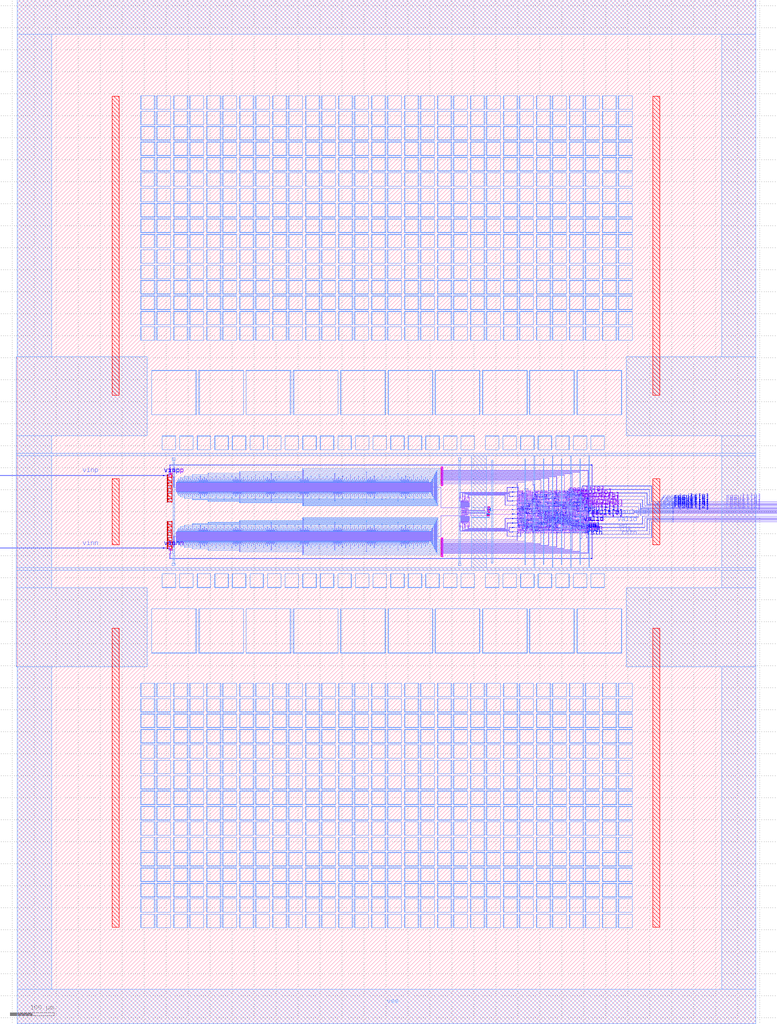
<source format=lef>
VERSION 5.7 ;
  NOWIREEXTENSIONATPIN ON ;
  DIVIDERCHAR "/" ;
  BUSBITCHARS "[]" ;
MACRO saradc
  CLASS BLOCK ;
  FOREIGN saradc ;
  ORIGIN 838.480 1163.700 ;
  SIZE 1679.800 BY 2327.400 ;
  PIN vss
    ANTENNADIFFAREA 672.538879 ;
    PORT
      LAYER Metal4 ;
        RECT -838.480 1085.700 841.320 1163.700 ;
        RECT -838.480 352.720 -760.480 1085.700 ;
        RECT -557.530 945.220 -525.130 945.820 ;
        RECT -557.530 915.220 -556.930 945.220 ;
        RECT -526.930 915.220 -525.130 945.220 ;
        RECT -557.530 914.620 -525.130 915.220 ;
        RECT -521.830 945.220 -489.430 945.820 ;
        RECT -521.830 915.220 -520.030 945.220 ;
        RECT -490.030 915.220 -489.430 945.220 ;
        RECT -521.830 914.620 -489.430 915.220 ;
        RECT -482.530 945.220 -450.130 945.820 ;
        RECT -482.530 915.220 -481.930 945.220 ;
        RECT -451.930 915.220 -450.130 945.220 ;
        RECT -482.530 914.620 -450.130 915.220 ;
        RECT -446.830 945.220 -414.430 945.820 ;
        RECT -446.830 915.220 -445.030 945.220 ;
        RECT -415.030 915.220 -414.430 945.220 ;
        RECT -446.830 914.620 -414.430 915.220 ;
        RECT -407.530 945.220 -375.130 945.820 ;
        RECT -407.530 915.220 -406.930 945.220 ;
        RECT -376.930 915.220 -375.130 945.220 ;
        RECT -407.530 914.620 -375.130 915.220 ;
        RECT -371.830 945.220 -339.430 945.820 ;
        RECT -371.830 915.220 -370.030 945.220 ;
        RECT -340.030 915.220 -339.430 945.220 ;
        RECT -371.830 914.620 -339.430 915.220 ;
        RECT -332.530 945.220 -300.130 945.820 ;
        RECT -332.530 915.220 -331.930 945.220 ;
        RECT -301.930 915.220 -300.130 945.220 ;
        RECT -332.530 914.620 -300.130 915.220 ;
        RECT -296.830 945.220 -264.430 945.820 ;
        RECT -296.830 915.220 -295.030 945.220 ;
        RECT -265.030 915.220 -264.430 945.220 ;
        RECT -296.830 914.620 -264.430 915.220 ;
        RECT -257.530 945.220 -225.130 945.820 ;
        RECT -257.530 915.220 -256.930 945.220 ;
        RECT -226.930 915.220 -225.130 945.220 ;
        RECT -257.530 914.620 -225.130 915.220 ;
        RECT -221.830 945.220 -189.430 945.820 ;
        RECT -221.830 915.220 -220.030 945.220 ;
        RECT -190.030 915.220 -189.430 945.220 ;
        RECT -221.830 914.620 -189.430 915.220 ;
        RECT -182.530 945.220 -150.130 945.820 ;
        RECT -182.530 915.220 -181.930 945.220 ;
        RECT -151.930 915.220 -150.130 945.220 ;
        RECT -182.530 914.620 -150.130 915.220 ;
        RECT -146.830 945.220 -114.430 945.820 ;
        RECT -146.830 915.220 -145.030 945.220 ;
        RECT -115.030 915.220 -114.430 945.220 ;
        RECT -146.830 914.620 -114.430 915.220 ;
        RECT -107.530 945.220 -75.130 945.820 ;
        RECT -107.530 915.220 -106.930 945.220 ;
        RECT -76.930 915.220 -75.130 945.220 ;
        RECT -107.530 914.620 -75.130 915.220 ;
        RECT -71.830 945.220 -39.430 945.820 ;
        RECT -71.830 915.220 -70.030 945.220 ;
        RECT -40.030 915.220 -39.430 945.220 ;
        RECT -71.830 914.620 -39.430 915.220 ;
        RECT -32.530 945.220 -0.130 945.820 ;
        RECT -32.530 915.220 -31.930 945.220 ;
        RECT -1.930 915.220 -0.130 945.220 ;
        RECT -32.530 914.620 -0.130 915.220 ;
        RECT 3.170 945.220 35.570 945.820 ;
        RECT 3.170 915.220 4.970 945.220 ;
        RECT 34.970 915.220 35.570 945.220 ;
        RECT 3.170 914.620 35.570 915.220 ;
        RECT 42.470 945.220 74.870 945.820 ;
        RECT 42.470 915.220 43.070 945.220 ;
        RECT 73.070 915.220 74.870 945.220 ;
        RECT 42.470 914.620 74.870 915.220 ;
        RECT 78.170 945.220 110.570 945.820 ;
        RECT 78.170 915.220 79.970 945.220 ;
        RECT 109.970 915.220 110.570 945.220 ;
        RECT 78.170 914.620 110.570 915.220 ;
        RECT 117.470 945.220 149.870 945.820 ;
        RECT 117.470 915.220 118.070 945.220 ;
        RECT 148.070 915.220 149.870 945.220 ;
        RECT 117.470 914.620 149.870 915.220 ;
        RECT 153.170 945.220 185.570 945.820 ;
        RECT 153.170 915.220 154.970 945.220 ;
        RECT 184.970 915.220 185.570 945.220 ;
        RECT 153.170 914.620 185.570 915.220 ;
        RECT 192.470 945.220 224.870 945.820 ;
        RECT 192.470 915.220 193.070 945.220 ;
        RECT 223.070 915.220 224.870 945.220 ;
        RECT 192.470 914.620 224.870 915.220 ;
        RECT 228.170 945.220 260.570 945.820 ;
        RECT 228.170 915.220 229.970 945.220 ;
        RECT 259.970 915.220 260.570 945.220 ;
        RECT 228.170 914.620 260.570 915.220 ;
        RECT 267.470 945.220 299.870 945.820 ;
        RECT 267.470 915.220 268.070 945.220 ;
        RECT 298.070 915.220 299.870 945.220 ;
        RECT 267.470 914.620 299.870 915.220 ;
        RECT 303.170 945.220 335.570 945.820 ;
        RECT 303.170 915.220 304.970 945.220 ;
        RECT 334.970 915.220 335.570 945.220 ;
        RECT 303.170 914.620 335.570 915.220 ;
        RECT 342.470 945.220 374.870 945.820 ;
        RECT 342.470 915.220 343.070 945.220 ;
        RECT 373.070 915.220 374.870 945.220 ;
        RECT 342.470 914.620 374.870 915.220 ;
        RECT 378.170 945.220 410.570 945.820 ;
        RECT 378.170 915.220 379.970 945.220 ;
        RECT 409.970 915.220 410.570 945.220 ;
        RECT 378.170 914.620 410.570 915.220 ;
        RECT 417.470 945.220 449.870 945.820 ;
        RECT 417.470 915.220 418.070 945.220 ;
        RECT 448.070 915.220 449.870 945.220 ;
        RECT 417.470 914.620 449.870 915.220 ;
        RECT 453.170 945.220 485.570 945.820 ;
        RECT 453.170 915.220 454.970 945.220 ;
        RECT 484.970 915.220 485.570 945.220 ;
        RECT 453.170 914.620 485.570 915.220 ;
        RECT 492.470 945.220 524.870 945.820 ;
        RECT 492.470 915.220 493.070 945.220 ;
        RECT 523.070 915.220 524.870 945.220 ;
        RECT 492.470 914.620 524.870 915.220 ;
        RECT 528.170 945.220 560.570 945.820 ;
        RECT 528.170 915.220 529.970 945.220 ;
        RECT 559.970 915.220 560.570 945.220 ;
        RECT 528.170 914.620 560.570 915.220 ;
        RECT -557.530 910.220 -525.130 910.820 ;
        RECT -557.530 880.220 -556.930 910.220 ;
        RECT -526.930 880.220 -525.130 910.220 ;
        RECT -557.530 879.620 -525.130 880.220 ;
        RECT -521.830 910.220 -489.430 910.820 ;
        RECT -521.830 880.220 -520.030 910.220 ;
        RECT -490.030 880.220 -489.430 910.220 ;
        RECT -521.830 879.620 -489.430 880.220 ;
        RECT -482.530 910.220 -450.130 910.820 ;
        RECT -482.530 880.220 -481.930 910.220 ;
        RECT -451.930 880.220 -450.130 910.220 ;
        RECT -482.530 879.620 -450.130 880.220 ;
        RECT -446.830 910.220 -414.430 910.820 ;
        RECT -446.830 880.220 -445.030 910.220 ;
        RECT -415.030 880.220 -414.430 910.220 ;
        RECT -446.830 879.620 -414.430 880.220 ;
        RECT -407.530 910.220 -375.130 910.820 ;
        RECT -407.530 880.220 -406.930 910.220 ;
        RECT -376.930 880.220 -375.130 910.220 ;
        RECT -407.530 879.620 -375.130 880.220 ;
        RECT -371.830 910.220 -339.430 910.820 ;
        RECT -371.830 880.220 -370.030 910.220 ;
        RECT -340.030 880.220 -339.430 910.220 ;
        RECT -371.830 879.620 -339.430 880.220 ;
        RECT -332.530 910.220 -300.130 910.820 ;
        RECT -332.530 880.220 -331.930 910.220 ;
        RECT -301.930 880.220 -300.130 910.220 ;
        RECT -332.530 879.620 -300.130 880.220 ;
        RECT -296.830 910.220 -264.430 910.820 ;
        RECT -296.830 880.220 -295.030 910.220 ;
        RECT -265.030 880.220 -264.430 910.220 ;
        RECT -296.830 879.620 -264.430 880.220 ;
        RECT -257.530 910.220 -225.130 910.820 ;
        RECT -257.530 880.220 -256.930 910.220 ;
        RECT -226.930 880.220 -225.130 910.220 ;
        RECT -257.530 879.620 -225.130 880.220 ;
        RECT -221.830 910.220 -189.430 910.820 ;
        RECT -221.830 880.220 -220.030 910.220 ;
        RECT -190.030 880.220 -189.430 910.220 ;
        RECT -221.830 879.620 -189.430 880.220 ;
        RECT -182.530 910.220 -150.130 910.820 ;
        RECT -182.530 880.220 -181.930 910.220 ;
        RECT -151.930 880.220 -150.130 910.220 ;
        RECT -182.530 879.620 -150.130 880.220 ;
        RECT -146.830 910.220 -114.430 910.820 ;
        RECT -146.830 880.220 -145.030 910.220 ;
        RECT -115.030 880.220 -114.430 910.220 ;
        RECT -146.830 879.620 -114.430 880.220 ;
        RECT -107.530 910.220 -75.130 910.820 ;
        RECT -107.530 880.220 -106.930 910.220 ;
        RECT -76.930 880.220 -75.130 910.220 ;
        RECT -107.530 879.620 -75.130 880.220 ;
        RECT -71.830 910.220 -39.430 910.820 ;
        RECT -71.830 880.220 -70.030 910.220 ;
        RECT -40.030 880.220 -39.430 910.220 ;
        RECT -71.830 879.620 -39.430 880.220 ;
        RECT -32.530 910.220 -0.130 910.820 ;
        RECT -32.530 880.220 -31.930 910.220 ;
        RECT -1.930 880.220 -0.130 910.220 ;
        RECT -32.530 879.620 -0.130 880.220 ;
        RECT 3.170 910.220 35.570 910.820 ;
        RECT 3.170 880.220 4.970 910.220 ;
        RECT 34.970 880.220 35.570 910.220 ;
        RECT 3.170 879.620 35.570 880.220 ;
        RECT 42.470 910.220 74.870 910.820 ;
        RECT 42.470 880.220 43.070 910.220 ;
        RECT 73.070 880.220 74.870 910.220 ;
        RECT 42.470 879.620 74.870 880.220 ;
        RECT 78.170 910.220 110.570 910.820 ;
        RECT 78.170 880.220 79.970 910.220 ;
        RECT 109.970 880.220 110.570 910.220 ;
        RECT 78.170 879.620 110.570 880.220 ;
        RECT 117.470 910.220 149.870 910.820 ;
        RECT 117.470 880.220 118.070 910.220 ;
        RECT 148.070 880.220 149.870 910.220 ;
        RECT 117.470 879.620 149.870 880.220 ;
        RECT 153.170 910.220 185.570 910.820 ;
        RECT 153.170 880.220 154.970 910.220 ;
        RECT 184.970 880.220 185.570 910.220 ;
        RECT 153.170 879.620 185.570 880.220 ;
        RECT 192.470 910.220 224.870 910.820 ;
        RECT 192.470 880.220 193.070 910.220 ;
        RECT 223.070 880.220 224.870 910.220 ;
        RECT 192.470 879.620 224.870 880.220 ;
        RECT 228.170 910.220 260.570 910.820 ;
        RECT 228.170 880.220 229.970 910.220 ;
        RECT 259.970 880.220 260.570 910.220 ;
        RECT 228.170 879.620 260.570 880.220 ;
        RECT 267.470 910.220 299.870 910.820 ;
        RECT 267.470 880.220 268.070 910.220 ;
        RECT 298.070 880.220 299.870 910.220 ;
        RECT 267.470 879.620 299.870 880.220 ;
        RECT 303.170 910.220 335.570 910.820 ;
        RECT 303.170 880.220 304.970 910.220 ;
        RECT 334.970 880.220 335.570 910.220 ;
        RECT 303.170 879.620 335.570 880.220 ;
        RECT 342.470 910.220 374.870 910.820 ;
        RECT 342.470 880.220 343.070 910.220 ;
        RECT 373.070 880.220 374.870 910.220 ;
        RECT 342.470 879.620 374.870 880.220 ;
        RECT 378.170 910.220 410.570 910.820 ;
        RECT 378.170 880.220 379.970 910.220 ;
        RECT 409.970 880.220 410.570 910.220 ;
        RECT 378.170 879.620 410.570 880.220 ;
        RECT 417.470 910.220 449.870 910.820 ;
        RECT 417.470 880.220 418.070 910.220 ;
        RECT 448.070 880.220 449.870 910.220 ;
        RECT 417.470 879.620 449.870 880.220 ;
        RECT 453.170 910.220 485.570 910.820 ;
        RECT 453.170 880.220 454.970 910.220 ;
        RECT 484.970 880.220 485.570 910.220 ;
        RECT 453.170 879.620 485.570 880.220 ;
        RECT 492.470 910.220 524.870 910.820 ;
        RECT 492.470 880.220 493.070 910.220 ;
        RECT 523.070 880.220 524.870 910.220 ;
        RECT 492.470 879.620 524.870 880.220 ;
        RECT 528.170 910.220 560.570 910.820 ;
        RECT 528.170 880.220 529.970 910.220 ;
        RECT 559.970 880.220 560.570 910.220 ;
        RECT 528.170 879.620 560.570 880.220 ;
        RECT -557.530 875.220 -525.130 875.820 ;
        RECT -557.530 845.220 -556.930 875.220 ;
        RECT -526.930 845.220 -525.130 875.220 ;
        RECT -557.530 844.620 -525.130 845.220 ;
        RECT -521.830 875.220 -489.430 875.820 ;
        RECT -521.830 845.220 -520.030 875.220 ;
        RECT -490.030 845.220 -489.430 875.220 ;
        RECT -521.830 844.620 -489.430 845.220 ;
        RECT -482.530 875.220 -450.130 875.820 ;
        RECT -482.530 845.220 -481.930 875.220 ;
        RECT -451.930 845.220 -450.130 875.220 ;
        RECT -482.530 844.620 -450.130 845.220 ;
        RECT -446.830 875.220 -414.430 875.820 ;
        RECT -446.830 845.220 -445.030 875.220 ;
        RECT -415.030 845.220 -414.430 875.220 ;
        RECT -446.830 844.620 -414.430 845.220 ;
        RECT -407.530 875.220 -375.130 875.820 ;
        RECT -407.530 845.220 -406.930 875.220 ;
        RECT -376.930 845.220 -375.130 875.220 ;
        RECT -407.530 844.620 -375.130 845.220 ;
        RECT -371.830 875.220 -339.430 875.820 ;
        RECT -371.830 845.220 -370.030 875.220 ;
        RECT -340.030 845.220 -339.430 875.220 ;
        RECT -371.830 844.620 -339.430 845.220 ;
        RECT -332.530 875.220 -300.130 875.820 ;
        RECT -332.530 845.220 -331.930 875.220 ;
        RECT -301.930 845.220 -300.130 875.220 ;
        RECT -332.530 844.620 -300.130 845.220 ;
        RECT -296.830 875.220 -264.430 875.820 ;
        RECT -296.830 845.220 -295.030 875.220 ;
        RECT -265.030 845.220 -264.430 875.220 ;
        RECT -296.830 844.620 -264.430 845.220 ;
        RECT -257.530 875.220 -225.130 875.820 ;
        RECT -257.530 845.220 -256.930 875.220 ;
        RECT -226.930 845.220 -225.130 875.220 ;
        RECT -257.530 844.620 -225.130 845.220 ;
        RECT -221.830 875.220 -189.430 875.820 ;
        RECT -221.830 845.220 -220.030 875.220 ;
        RECT -190.030 845.220 -189.430 875.220 ;
        RECT -221.830 844.620 -189.430 845.220 ;
        RECT -182.530 875.220 -150.130 875.820 ;
        RECT -182.530 845.220 -181.930 875.220 ;
        RECT -151.930 845.220 -150.130 875.220 ;
        RECT -182.530 844.620 -150.130 845.220 ;
        RECT -146.830 875.220 -114.430 875.820 ;
        RECT -146.830 845.220 -145.030 875.220 ;
        RECT -115.030 845.220 -114.430 875.220 ;
        RECT -146.830 844.620 -114.430 845.220 ;
        RECT -107.530 875.220 -75.130 875.820 ;
        RECT -107.530 845.220 -106.930 875.220 ;
        RECT -76.930 845.220 -75.130 875.220 ;
        RECT -107.530 844.620 -75.130 845.220 ;
        RECT -71.830 875.220 -39.430 875.820 ;
        RECT -71.830 845.220 -70.030 875.220 ;
        RECT -40.030 845.220 -39.430 875.220 ;
        RECT -71.830 844.620 -39.430 845.220 ;
        RECT -32.530 875.220 -0.130 875.820 ;
        RECT -32.530 845.220 -31.930 875.220 ;
        RECT -1.930 845.220 -0.130 875.220 ;
        RECT -32.530 844.620 -0.130 845.220 ;
        RECT 3.170 875.220 35.570 875.820 ;
        RECT 3.170 845.220 4.970 875.220 ;
        RECT 34.970 845.220 35.570 875.220 ;
        RECT 3.170 844.620 35.570 845.220 ;
        RECT 42.470 875.220 74.870 875.820 ;
        RECT 42.470 845.220 43.070 875.220 ;
        RECT 73.070 845.220 74.870 875.220 ;
        RECT 42.470 844.620 74.870 845.220 ;
        RECT 78.170 875.220 110.570 875.820 ;
        RECT 78.170 845.220 79.970 875.220 ;
        RECT 109.970 845.220 110.570 875.220 ;
        RECT 78.170 844.620 110.570 845.220 ;
        RECT 117.470 875.220 149.870 875.820 ;
        RECT 117.470 845.220 118.070 875.220 ;
        RECT 148.070 845.220 149.870 875.220 ;
        RECT 117.470 844.620 149.870 845.220 ;
        RECT 153.170 875.220 185.570 875.820 ;
        RECT 153.170 845.220 154.970 875.220 ;
        RECT 184.970 845.220 185.570 875.220 ;
        RECT 153.170 844.620 185.570 845.220 ;
        RECT 192.470 875.220 224.870 875.820 ;
        RECT 192.470 845.220 193.070 875.220 ;
        RECT 223.070 845.220 224.870 875.220 ;
        RECT 192.470 844.620 224.870 845.220 ;
        RECT 228.170 875.220 260.570 875.820 ;
        RECT 228.170 845.220 229.970 875.220 ;
        RECT 259.970 845.220 260.570 875.220 ;
        RECT 228.170 844.620 260.570 845.220 ;
        RECT 267.470 875.220 299.870 875.820 ;
        RECT 267.470 845.220 268.070 875.220 ;
        RECT 298.070 845.220 299.870 875.220 ;
        RECT 267.470 844.620 299.870 845.220 ;
        RECT 303.170 875.220 335.570 875.820 ;
        RECT 303.170 845.220 304.970 875.220 ;
        RECT 334.970 845.220 335.570 875.220 ;
        RECT 303.170 844.620 335.570 845.220 ;
        RECT 342.470 875.220 374.870 875.820 ;
        RECT 342.470 845.220 343.070 875.220 ;
        RECT 373.070 845.220 374.870 875.220 ;
        RECT 342.470 844.620 374.870 845.220 ;
        RECT 378.170 875.220 410.570 875.820 ;
        RECT 378.170 845.220 379.970 875.220 ;
        RECT 409.970 845.220 410.570 875.220 ;
        RECT 378.170 844.620 410.570 845.220 ;
        RECT 417.470 875.220 449.870 875.820 ;
        RECT 417.470 845.220 418.070 875.220 ;
        RECT 448.070 845.220 449.870 875.220 ;
        RECT 417.470 844.620 449.870 845.220 ;
        RECT 453.170 875.220 485.570 875.820 ;
        RECT 453.170 845.220 454.970 875.220 ;
        RECT 484.970 845.220 485.570 875.220 ;
        RECT 453.170 844.620 485.570 845.220 ;
        RECT 492.470 875.220 524.870 875.820 ;
        RECT 492.470 845.220 493.070 875.220 ;
        RECT 523.070 845.220 524.870 875.220 ;
        RECT 492.470 844.620 524.870 845.220 ;
        RECT 528.170 875.220 560.570 875.820 ;
        RECT 528.170 845.220 529.970 875.220 ;
        RECT 559.970 845.220 560.570 875.220 ;
        RECT 528.170 844.620 560.570 845.220 ;
        RECT -557.530 840.220 -525.130 840.820 ;
        RECT -557.530 810.220 -556.930 840.220 ;
        RECT -526.930 810.220 -525.130 840.220 ;
        RECT -557.530 809.620 -525.130 810.220 ;
        RECT -521.830 840.220 -489.430 840.820 ;
        RECT -521.830 810.220 -520.030 840.220 ;
        RECT -490.030 810.220 -489.430 840.220 ;
        RECT -521.830 809.620 -489.430 810.220 ;
        RECT -482.530 840.220 -450.130 840.820 ;
        RECT -482.530 810.220 -481.930 840.220 ;
        RECT -451.930 810.220 -450.130 840.220 ;
        RECT -482.530 809.620 -450.130 810.220 ;
        RECT -446.830 840.220 -414.430 840.820 ;
        RECT -446.830 810.220 -445.030 840.220 ;
        RECT -415.030 810.220 -414.430 840.220 ;
        RECT -446.830 809.620 -414.430 810.220 ;
        RECT -407.530 840.220 -375.130 840.820 ;
        RECT -407.530 810.220 -406.930 840.220 ;
        RECT -376.930 810.220 -375.130 840.220 ;
        RECT -407.530 809.620 -375.130 810.220 ;
        RECT -371.830 840.220 -339.430 840.820 ;
        RECT -371.830 810.220 -370.030 840.220 ;
        RECT -340.030 810.220 -339.430 840.220 ;
        RECT -371.830 809.620 -339.430 810.220 ;
        RECT -332.530 840.220 -300.130 840.820 ;
        RECT -332.530 810.220 -331.930 840.220 ;
        RECT -301.930 810.220 -300.130 840.220 ;
        RECT -332.530 809.620 -300.130 810.220 ;
        RECT -296.830 840.220 -264.430 840.820 ;
        RECT -296.830 810.220 -295.030 840.220 ;
        RECT -265.030 810.220 -264.430 840.220 ;
        RECT -296.830 809.620 -264.430 810.220 ;
        RECT -257.530 840.220 -225.130 840.820 ;
        RECT -257.530 810.220 -256.930 840.220 ;
        RECT -226.930 810.220 -225.130 840.220 ;
        RECT -257.530 809.620 -225.130 810.220 ;
        RECT -221.830 840.220 -189.430 840.820 ;
        RECT -221.830 810.220 -220.030 840.220 ;
        RECT -190.030 810.220 -189.430 840.220 ;
        RECT -221.830 809.620 -189.430 810.220 ;
        RECT -182.530 840.220 -150.130 840.820 ;
        RECT -182.530 810.220 -181.930 840.220 ;
        RECT -151.930 810.220 -150.130 840.220 ;
        RECT -182.530 809.620 -150.130 810.220 ;
        RECT -146.830 840.220 -114.430 840.820 ;
        RECT -146.830 810.220 -145.030 840.220 ;
        RECT -115.030 810.220 -114.430 840.220 ;
        RECT -146.830 809.620 -114.430 810.220 ;
        RECT -107.530 840.220 -75.130 840.820 ;
        RECT -107.530 810.220 -106.930 840.220 ;
        RECT -76.930 810.220 -75.130 840.220 ;
        RECT -107.530 809.620 -75.130 810.220 ;
        RECT -71.830 840.220 -39.430 840.820 ;
        RECT -71.830 810.220 -70.030 840.220 ;
        RECT -40.030 810.220 -39.430 840.220 ;
        RECT -71.830 809.620 -39.430 810.220 ;
        RECT -32.530 840.220 -0.130 840.820 ;
        RECT -32.530 810.220 -31.930 840.220 ;
        RECT -1.930 810.220 -0.130 840.220 ;
        RECT -32.530 809.620 -0.130 810.220 ;
        RECT 3.170 840.220 35.570 840.820 ;
        RECT 3.170 810.220 4.970 840.220 ;
        RECT 34.970 810.220 35.570 840.220 ;
        RECT 3.170 809.620 35.570 810.220 ;
        RECT 42.470 840.220 74.870 840.820 ;
        RECT 42.470 810.220 43.070 840.220 ;
        RECT 73.070 810.220 74.870 840.220 ;
        RECT 42.470 809.620 74.870 810.220 ;
        RECT 78.170 840.220 110.570 840.820 ;
        RECT 78.170 810.220 79.970 840.220 ;
        RECT 109.970 810.220 110.570 840.220 ;
        RECT 78.170 809.620 110.570 810.220 ;
        RECT 117.470 840.220 149.870 840.820 ;
        RECT 117.470 810.220 118.070 840.220 ;
        RECT 148.070 810.220 149.870 840.220 ;
        RECT 117.470 809.620 149.870 810.220 ;
        RECT 153.170 840.220 185.570 840.820 ;
        RECT 153.170 810.220 154.970 840.220 ;
        RECT 184.970 810.220 185.570 840.220 ;
        RECT 153.170 809.620 185.570 810.220 ;
        RECT 192.470 840.220 224.870 840.820 ;
        RECT 192.470 810.220 193.070 840.220 ;
        RECT 223.070 810.220 224.870 840.220 ;
        RECT 192.470 809.620 224.870 810.220 ;
        RECT 228.170 840.220 260.570 840.820 ;
        RECT 228.170 810.220 229.970 840.220 ;
        RECT 259.970 810.220 260.570 840.220 ;
        RECT 228.170 809.620 260.570 810.220 ;
        RECT 267.470 840.220 299.870 840.820 ;
        RECT 267.470 810.220 268.070 840.220 ;
        RECT 298.070 810.220 299.870 840.220 ;
        RECT 267.470 809.620 299.870 810.220 ;
        RECT 303.170 840.220 335.570 840.820 ;
        RECT 303.170 810.220 304.970 840.220 ;
        RECT 334.970 810.220 335.570 840.220 ;
        RECT 303.170 809.620 335.570 810.220 ;
        RECT 342.470 840.220 374.870 840.820 ;
        RECT 342.470 810.220 343.070 840.220 ;
        RECT 373.070 810.220 374.870 840.220 ;
        RECT 342.470 809.620 374.870 810.220 ;
        RECT 378.170 840.220 410.570 840.820 ;
        RECT 378.170 810.220 379.970 840.220 ;
        RECT 409.970 810.220 410.570 840.220 ;
        RECT 378.170 809.620 410.570 810.220 ;
        RECT 417.470 840.220 449.870 840.820 ;
        RECT 417.470 810.220 418.070 840.220 ;
        RECT 448.070 810.220 449.870 840.220 ;
        RECT 417.470 809.620 449.870 810.220 ;
        RECT 453.170 840.220 485.570 840.820 ;
        RECT 453.170 810.220 454.970 840.220 ;
        RECT 484.970 810.220 485.570 840.220 ;
        RECT 453.170 809.620 485.570 810.220 ;
        RECT 492.470 840.220 524.870 840.820 ;
        RECT 492.470 810.220 493.070 840.220 ;
        RECT 523.070 810.220 524.870 840.220 ;
        RECT 492.470 809.620 524.870 810.220 ;
        RECT 528.170 840.220 560.570 840.820 ;
        RECT 528.170 810.220 529.970 840.220 ;
        RECT 559.970 810.220 560.570 840.220 ;
        RECT 528.170 809.620 560.570 810.220 ;
        RECT -557.530 805.220 -525.130 805.820 ;
        RECT -557.530 775.220 -556.930 805.220 ;
        RECT -526.930 775.220 -525.130 805.220 ;
        RECT -557.530 774.620 -525.130 775.220 ;
        RECT -521.830 805.220 -489.430 805.820 ;
        RECT -521.830 775.220 -520.030 805.220 ;
        RECT -490.030 775.220 -489.430 805.220 ;
        RECT -521.830 774.620 -489.430 775.220 ;
        RECT -482.530 805.220 -450.130 805.820 ;
        RECT -482.530 775.220 -481.930 805.220 ;
        RECT -451.930 775.220 -450.130 805.220 ;
        RECT -482.530 774.620 -450.130 775.220 ;
        RECT -446.830 805.220 -414.430 805.820 ;
        RECT -446.830 775.220 -445.030 805.220 ;
        RECT -415.030 775.220 -414.430 805.220 ;
        RECT -446.830 774.620 -414.430 775.220 ;
        RECT -407.530 805.220 -375.130 805.820 ;
        RECT -407.530 775.220 -406.930 805.220 ;
        RECT -376.930 775.220 -375.130 805.220 ;
        RECT -407.530 774.620 -375.130 775.220 ;
        RECT -371.830 805.220 -339.430 805.820 ;
        RECT -371.830 775.220 -370.030 805.220 ;
        RECT -340.030 775.220 -339.430 805.220 ;
        RECT -371.830 774.620 -339.430 775.220 ;
        RECT -332.530 805.220 -300.130 805.820 ;
        RECT -332.530 775.220 -331.930 805.220 ;
        RECT -301.930 775.220 -300.130 805.220 ;
        RECT -332.530 774.620 -300.130 775.220 ;
        RECT -296.830 805.220 -264.430 805.820 ;
        RECT -296.830 775.220 -295.030 805.220 ;
        RECT -265.030 775.220 -264.430 805.220 ;
        RECT -296.830 774.620 -264.430 775.220 ;
        RECT -257.530 805.220 -225.130 805.820 ;
        RECT -257.530 775.220 -256.930 805.220 ;
        RECT -226.930 775.220 -225.130 805.220 ;
        RECT -257.530 774.620 -225.130 775.220 ;
        RECT -221.830 805.220 -189.430 805.820 ;
        RECT -221.830 775.220 -220.030 805.220 ;
        RECT -190.030 775.220 -189.430 805.220 ;
        RECT -221.830 774.620 -189.430 775.220 ;
        RECT -182.530 805.220 -150.130 805.820 ;
        RECT -182.530 775.220 -181.930 805.220 ;
        RECT -151.930 775.220 -150.130 805.220 ;
        RECT -182.530 774.620 -150.130 775.220 ;
        RECT -146.830 805.220 -114.430 805.820 ;
        RECT -146.830 775.220 -145.030 805.220 ;
        RECT -115.030 775.220 -114.430 805.220 ;
        RECT -146.830 774.620 -114.430 775.220 ;
        RECT -107.530 805.220 -75.130 805.820 ;
        RECT -107.530 775.220 -106.930 805.220 ;
        RECT -76.930 775.220 -75.130 805.220 ;
        RECT -107.530 774.620 -75.130 775.220 ;
        RECT -71.830 805.220 -39.430 805.820 ;
        RECT -71.830 775.220 -70.030 805.220 ;
        RECT -40.030 775.220 -39.430 805.220 ;
        RECT -71.830 774.620 -39.430 775.220 ;
        RECT -32.530 805.220 -0.130 805.820 ;
        RECT -32.530 775.220 -31.930 805.220 ;
        RECT -1.930 775.220 -0.130 805.220 ;
        RECT -32.530 774.620 -0.130 775.220 ;
        RECT 3.170 805.220 35.570 805.820 ;
        RECT 3.170 775.220 4.970 805.220 ;
        RECT 34.970 775.220 35.570 805.220 ;
        RECT 3.170 774.620 35.570 775.220 ;
        RECT 42.470 805.220 74.870 805.820 ;
        RECT 42.470 775.220 43.070 805.220 ;
        RECT 73.070 775.220 74.870 805.220 ;
        RECT 42.470 774.620 74.870 775.220 ;
        RECT 78.170 805.220 110.570 805.820 ;
        RECT 78.170 775.220 79.970 805.220 ;
        RECT 109.970 775.220 110.570 805.220 ;
        RECT 78.170 774.620 110.570 775.220 ;
        RECT 117.470 805.220 149.870 805.820 ;
        RECT 117.470 775.220 118.070 805.220 ;
        RECT 148.070 775.220 149.870 805.220 ;
        RECT 117.470 774.620 149.870 775.220 ;
        RECT 153.170 805.220 185.570 805.820 ;
        RECT 153.170 775.220 154.970 805.220 ;
        RECT 184.970 775.220 185.570 805.220 ;
        RECT 153.170 774.620 185.570 775.220 ;
        RECT 192.470 805.220 224.870 805.820 ;
        RECT 192.470 775.220 193.070 805.220 ;
        RECT 223.070 775.220 224.870 805.220 ;
        RECT 192.470 774.620 224.870 775.220 ;
        RECT 228.170 805.220 260.570 805.820 ;
        RECT 228.170 775.220 229.970 805.220 ;
        RECT 259.970 775.220 260.570 805.220 ;
        RECT 228.170 774.620 260.570 775.220 ;
        RECT 267.470 805.220 299.870 805.820 ;
        RECT 267.470 775.220 268.070 805.220 ;
        RECT 298.070 775.220 299.870 805.220 ;
        RECT 267.470 774.620 299.870 775.220 ;
        RECT 303.170 805.220 335.570 805.820 ;
        RECT 303.170 775.220 304.970 805.220 ;
        RECT 334.970 775.220 335.570 805.220 ;
        RECT 303.170 774.620 335.570 775.220 ;
        RECT 342.470 805.220 374.870 805.820 ;
        RECT 342.470 775.220 343.070 805.220 ;
        RECT 373.070 775.220 374.870 805.220 ;
        RECT 342.470 774.620 374.870 775.220 ;
        RECT 378.170 805.220 410.570 805.820 ;
        RECT 378.170 775.220 379.970 805.220 ;
        RECT 409.970 775.220 410.570 805.220 ;
        RECT 378.170 774.620 410.570 775.220 ;
        RECT 417.470 805.220 449.870 805.820 ;
        RECT 417.470 775.220 418.070 805.220 ;
        RECT 448.070 775.220 449.870 805.220 ;
        RECT 417.470 774.620 449.870 775.220 ;
        RECT 453.170 805.220 485.570 805.820 ;
        RECT 453.170 775.220 454.970 805.220 ;
        RECT 484.970 775.220 485.570 805.220 ;
        RECT 453.170 774.620 485.570 775.220 ;
        RECT 492.470 805.220 524.870 805.820 ;
        RECT 492.470 775.220 493.070 805.220 ;
        RECT 523.070 775.220 524.870 805.220 ;
        RECT 492.470 774.620 524.870 775.220 ;
        RECT 528.170 805.220 560.570 805.820 ;
        RECT 528.170 775.220 529.970 805.220 ;
        RECT 559.970 775.220 560.570 805.220 ;
        RECT 528.170 774.620 560.570 775.220 ;
        RECT -557.530 770.220 -525.130 770.820 ;
        RECT -557.530 740.220 -556.930 770.220 ;
        RECT -526.930 740.220 -525.130 770.220 ;
        RECT -557.530 739.620 -525.130 740.220 ;
        RECT -521.830 770.220 -489.430 770.820 ;
        RECT -521.830 740.220 -520.030 770.220 ;
        RECT -490.030 740.220 -489.430 770.220 ;
        RECT -521.830 739.620 -489.430 740.220 ;
        RECT -482.530 770.220 -450.130 770.820 ;
        RECT -482.530 740.220 -481.930 770.220 ;
        RECT -451.930 740.220 -450.130 770.220 ;
        RECT -482.530 739.620 -450.130 740.220 ;
        RECT -446.830 770.220 -414.430 770.820 ;
        RECT -446.830 740.220 -445.030 770.220 ;
        RECT -415.030 740.220 -414.430 770.220 ;
        RECT -446.830 739.620 -414.430 740.220 ;
        RECT -407.530 770.220 -375.130 770.820 ;
        RECT -407.530 740.220 -406.930 770.220 ;
        RECT -376.930 740.220 -375.130 770.220 ;
        RECT -407.530 739.620 -375.130 740.220 ;
        RECT -371.830 770.220 -339.430 770.820 ;
        RECT -371.830 740.220 -370.030 770.220 ;
        RECT -340.030 740.220 -339.430 770.220 ;
        RECT -371.830 739.620 -339.430 740.220 ;
        RECT -332.530 770.220 -300.130 770.820 ;
        RECT -332.530 740.220 -331.930 770.220 ;
        RECT -301.930 740.220 -300.130 770.220 ;
        RECT -332.530 739.620 -300.130 740.220 ;
        RECT -296.830 770.220 -264.430 770.820 ;
        RECT -296.830 740.220 -295.030 770.220 ;
        RECT -265.030 740.220 -264.430 770.220 ;
        RECT -296.830 739.620 -264.430 740.220 ;
        RECT -257.530 770.220 -225.130 770.820 ;
        RECT -257.530 740.220 -256.930 770.220 ;
        RECT -226.930 740.220 -225.130 770.220 ;
        RECT -257.530 739.620 -225.130 740.220 ;
        RECT -221.830 770.220 -189.430 770.820 ;
        RECT -221.830 740.220 -220.030 770.220 ;
        RECT -190.030 740.220 -189.430 770.220 ;
        RECT -221.830 739.620 -189.430 740.220 ;
        RECT -182.530 770.220 -150.130 770.820 ;
        RECT -182.530 740.220 -181.930 770.220 ;
        RECT -151.930 740.220 -150.130 770.220 ;
        RECT -182.530 739.620 -150.130 740.220 ;
        RECT -146.830 770.220 -114.430 770.820 ;
        RECT -146.830 740.220 -145.030 770.220 ;
        RECT -115.030 740.220 -114.430 770.220 ;
        RECT -146.830 739.620 -114.430 740.220 ;
        RECT -107.530 770.220 -75.130 770.820 ;
        RECT -107.530 740.220 -106.930 770.220 ;
        RECT -76.930 740.220 -75.130 770.220 ;
        RECT -107.530 739.620 -75.130 740.220 ;
        RECT -71.830 770.220 -39.430 770.820 ;
        RECT -71.830 740.220 -70.030 770.220 ;
        RECT -40.030 740.220 -39.430 770.220 ;
        RECT -71.830 739.620 -39.430 740.220 ;
        RECT -32.530 770.220 -0.130 770.820 ;
        RECT -32.530 740.220 -31.930 770.220 ;
        RECT -1.930 740.220 -0.130 770.220 ;
        RECT -32.530 739.620 -0.130 740.220 ;
        RECT 3.170 770.220 35.570 770.820 ;
        RECT 3.170 740.220 4.970 770.220 ;
        RECT 34.970 740.220 35.570 770.220 ;
        RECT 3.170 739.620 35.570 740.220 ;
        RECT 42.470 770.220 74.870 770.820 ;
        RECT 42.470 740.220 43.070 770.220 ;
        RECT 73.070 740.220 74.870 770.220 ;
        RECT 42.470 739.620 74.870 740.220 ;
        RECT 78.170 770.220 110.570 770.820 ;
        RECT 78.170 740.220 79.970 770.220 ;
        RECT 109.970 740.220 110.570 770.220 ;
        RECT 78.170 739.620 110.570 740.220 ;
        RECT 117.470 770.220 149.870 770.820 ;
        RECT 117.470 740.220 118.070 770.220 ;
        RECT 148.070 740.220 149.870 770.220 ;
        RECT 117.470 739.620 149.870 740.220 ;
        RECT 153.170 770.220 185.570 770.820 ;
        RECT 153.170 740.220 154.970 770.220 ;
        RECT 184.970 740.220 185.570 770.220 ;
        RECT 153.170 739.620 185.570 740.220 ;
        RECT 192.470 770.220 224.870 770.820 ;
        RECT 192.470 740.220 193.070 770.220 ;
        RECT 223.070 740.220 224.870 770.220 ;
        RECT 192.470 739.620 224.870 740.220 ;
        RECT 228.170 770.220 260.570 770.820 ;
        RECT 228.170 740.220 229.970 770.220 ;
        RECT 259.970 740.220 260.570 770.220 ;
        RECT 228.170 739.620 260.570 740.220 ;
        RECT 267.470 770.220 299.870 770.820 ;
        RECT 267.470 740.220 268.070 770.220 ;
        RECT 298.070 740.220 299.870 770.220 ;
        RECT 267.470 739.620 299.870 740.220 ;
        RECT 303.170 770.220 335.570 770.820 ;
        RECT 303.170 740.220 304.970 770.220 ;
        RECT 334.970 740.220 335.570 770.220 ;
        RECT 303.170 739.620 335.570 740.220 ;
        RECT 342.470 770.220 374.870 770.820 ;
        RECT 342.470 740.220 343.070 770.220 ;
        RECT 373.070 740.220 374.870 770.220 ;
        RECT 342.470 739.620 374.870 740.220 ;
        RECT 378.170 770.220 410.570 770.820 ;
        RECT 378.170 740.220 379.970 770.220 ;
        RECT 409.970 740.220 410.570 770.220 ;
        RECT 378.170 739.620 410.570 740.220 ;
        RECT 417.470 770.220 449.870 770.820 ;
        RECT 417.470 740.220 418.070 770.220 ;
        RECT 448.070 740.220 449.870 770.220 ;
        RECT 417.470 739.620 449.870 740.220 ;
        RECT 453.170 770.220 485.570 770.820 ;
        RECT 453.170 740.220 454.970 770.220 ;
        RECT 484.970 740.220 485.570 770.220 ;
        RECT 453.170 739.620 485.570 740.220 ;
        RECT 492.470 770.220 524.870 770.820 ;
        RECT 492.470 740.220 493.070 770.220 ;
        RECT 523.070 740.220 524.870 770.220 ;
        RECT 492.470 739.620 524.870 740.220 ;
        RECT 528.170 770.220 560.570 770.820 ;
        RECT 528.170 740.220 529.970 770.220 ;
        RECT 559.970 740.220 560.570 770.220 ;
        RECT 528.170 739.620 560.570 740.220 ;
        RECT -557.530 735.220 -525.130 735.820 ;
        RECT -557.530 705.220 -556.930 735.220 ;
        RECT -526.930 705.220 -525.130 735.220 ;
        RECT -557.530 704.620 -525.130 705.220 ;
        RECT -521.830 735.220 -489.430 735.820 ;
        RECT -521.830 705.220 -520.030 735.220 ;
        RECT -490.030 705.220 -489.430 735.220 ;
        RECT -521.830 704.620 -489.430 705.220 ;
        RECT -482.530 735.220 -450.130 735.820 ;
        RECT -482.530 705.220 -481.930 735.220 ;
        RECT -451.930 705.220 -450.130 735.220 ;
        RECT -482.530 704.620 -450.130 705.220 ;
        RECT -446.830 735.220 -414.430 735.820 ;
        RECT -446.830 705.220 -445.030 735.220 ;
        RECT -415.030 705.220 -414.430 735.220 ;
        RECT -446.830 704.620 -414.430 705.220 ;
        RECT -407.530 735.220 -375.130 735.820 ;
        RECT -407.530 705.220 -406.930 735.220 ;
        RECT -376.930 705.220 -375.130 735.220 ;
        RECT -407.530 704.620 -375.130 705.220 ;
        RECT -371.830 735.220 -339.430 735.820 ;
        RECT -371.830 705.220 -370.030 735.220 ;
        RECT -340.030 705.220 -339.430 735.220 ;
        RECT -371.830 704.620 -339.430 705.220 ;
        RECT -332.530 735.220 -300.130 735.820 ;
        RECT -332.530 705.220 -331.930 735.220 ;
        RECT -301.930 705.220 -300.130 735.220 ;
        RECT -332.530 704.620 -300.130 705.220 ;
        RECT -296.830 735.220 -264.430 735.820 ;
        RECT -296.830 705.220 -295.030 735.220 ;
        RECT -265.030 705.220 -264.430 735.220 ;
        RECT -296.830 704.620 -264.430 705.220 ;
        RECT -257.530 735.220 -225.130 735.820 ;
        RECT -257.530 705.220 -256.930 735.220 ;
        RECT -226.930 705.220 -225.130 735.220 ;
        RECT -257.530 704.620 -225.130 705.220 ;
        RECT -221.830 735.220 -189.430 735.820 ;
        RECT -221.830 705.220 -220.030 735.220 ;
        RECT -190.030 705.220 -189.430 735.220 ;
        RECT -221.830 704.620 -189.430 705.220 ;
        RECT -182.530 735.220 -150.130 735.820 ;
        RECT -182.530 705.220 -181.930 735.220 ;
        RECT -151.930 705.220 -150.130 735.220 ;
        RECT -182.530 704.620 -150.130 705.220 ;
        RECT -146.830 735.220 -114.430 735.820 ;
        RECT -146.830 705.220 -145.030 735.220 ;
        RECT -115.030 705.220 -114.430 735.220 ;
        RECT -146.830 704.620 -114.430 705.220 ;
        RECT -107.530 735.220 -75.130 735.820 ;
        RECT -107.530 705.220 -106.930 735.220 ;
        RECT -76.930 705.220 -75.130 735.220 ;
        RECT -107.530 704.620 -75.130 705.220 ;
        RECT -71.830 735.220 -39.430 735.820 ;
        RECT -71.830 705.220 -70.030 735.220 ;
        RECT -40.030 705.220 -39.430 735.220 ;
        RECT -71.830 704.620 -39.430 705.220 ;
        RECT -32.530 735.220 -0.130 735.820 ;
        RECT -32.530 705.220 -31.930 735.220 ;
        RECT -1.930 705.220 -0.130 735.220 ;
        RECT -32.530 704.620 -0.130 705.220 ;
        RECT 3.170 735.220 35.570 735.820 ;
        RECT 3.170 705.220 4.970 735.220 ;
        RECT 34.970 705.220 35.570 735.220 ;
        RECT 3.170 704.620 35.570 705.220 ;
        RECT 42.470 735.220 74.870 735.820 ;
        RECT 42.470 705.220 43.070 735.220 ;
        RECT 73.070 705.220 74.870 735.220 ;
        RECT 42.470 704.620 74.870 705.220 ;
        RECT 78.170 735.220 110.570 735.820 ;
        RECT 78.170 705.220 79.970 735.220 ;
        RECT 109.970 705.220 110.570 735.220 ;
        RECT 78.170 704.620 110.570 705.220 ;
        RECT 117.470 735.220 149.870 735.820 ;
        RECT 117.470 705.220 118.070 735.220 ;
        RECT 148.070 705.220 149.870 735.220 ;
        RECT 117.470 704.620 149.870 705.220 ;
        RECT 153.170 735.220 185.570 735.820 ;
        RECT 153.170 705.220 154.970 735.220 ;
        RECT 184.970 705.220 185.570 735.220 ;
        RECT 153.170 704.620 185.570 705.220 ;
        RECT 192.470 735.220 224.870 735.820 ;
        RECT 192.470 705.220 193.070 735.220 ;
        RECT 223.070 705.220 224.870 735.220 ;
        RECT 192.470 704.620 224.870 705.220 ;
        RECT 228.170 735.220 260.570 735.820 ;
        RECT 228.170 705.220 229.970 735.220 ;
        RECT 259.970 705.220 260.570 735.220 ;
        RECT 228.170 704.620 260.570 705.220 ;
        RECT 267.470 735.220 299.870 735.820 ;
        RECT 267.470 705.220 268.070 735.220 ;
        RECT 298.070 705.220 299.870 735.220 ;
        RECT 267.470 704.620 299.870 705.220 ;
        RECT 303.170 735.220 335.570 735.820 ;
        RECT 303.170 705.220 304.970 735.220 ;
        RECT 334.970 705.220 335.570 735.220 ;
        RECT 303.170 704.620 335.570 705.220 ;
        RECT 342.470 735.220 374.870 735.820 ;
        RECT 342.470 705.220 343.070 735.220 ;
        RECT 373.070 705.220 374.870 735.220 ;
        RECT 342.470 704.620 374.870 705.220 ;
        RECT 378.170 735.220 410.570 735.820 ;
        RECT 378.170 705.220 379.970 735.220 ;
        RECT 409.970 705.220 410.570 735.220 ;
        RECT 378.170 704.620 410.570 705.220 ;
        RECT 417.470 735.220 449.870 735.820 ;
        RECT 417.470 705.220 418.070 735.220 ;
        RECT 448.070 705.220 449.870 735.220 ;
        RECT 417.470 704.620 449.870 705.220 ;
        RECT 453.170 735.220 485.570 735.820 ;
        RECT 453.170 705.220 454.970 735.220 ;
        RECT 484.970 705.220 485.570 735.220 ;
        RECT 453.170 704.620 485.570 705.220 ;
        RECT 492.470 735.220 524.870 735.820 ;
        RECT 492.470 705.220 493.070 735.220 ;
        RECT 523.070 705.220 524.870 735.220 ;
        RECT 492.470 704.620 524.870 705.220 ;
        RECT 528.170 735.220 560.570 735.820 ;
        RECT 528.170 705.220 529.970 735.220 ;
        RECT 559.970 705.220 560.570 735.220 ;
        RECT 528.170 704.620 560.570 705.220 ;
        RECT -557.530 700.220 -525.130 700.820 ;
        RECT -557.530 670.220 -556.930 700.220 ;
        RECT -526.930 670.220 -525.130 700.220 ;
        RECT -557.530 669.620 -525.130 670.220 ;
        RECT -521.830 700.220 -489.430 700.820 ;
        RECT -521.830 670.220 -520.030 700.220 ;
        RECT -490.030 670.220 -489.430 700.220 ;
        RECT -521.830 669.620 -489.430 670.220 ;
        RECT -482.530 700.220 -450.130 700.820 ;
        RECT -482.530 670.220 -481.930 700.220 ;
        RECT -451.930 670.220 -450.130 700.220 ;
        RECT -482.530 669.620 -450.130 670.220 ;
        RECT -446.830 700.220 -414.430 700.820 ;
        RECT -446.830 670.220 -445.030 700.220 ;
        RECT -415.030 670.220 -414.430 700.220 ;
        RECT -446.830 669.620 -414.430 670.220 ;
        RECT -407.530 700.220 -375.130 700.820 ;
        RECT -407.530 670.220 -406.930 700.220 ;
        RECT -376.930 670.220 -375.130 700.220 ;
        RECT -407.530 669.620 -375.130 670.220 ;
        RECT -371.830 700.220 -339.430 700.820 ;
        RECT -371.830 670.220 -370.030 700.220 ;
        RECT -340.030 670.220 -339.430 700.220 ;
        RECT -371.830 669.620 -339.430 670.220 ;
        RECT -332.530 700.220 -300.130 700.820 ;
        RECT -332.530 670.220 -331.930 700.220 ;
        RECT -301.930 670.220 -300.130 700.220 ;
        RECT -332.530 669.620 -300.130 670.220 ;
        RECT -296.830 700.220 -264.430 700.820 ;
        RECT -296.830 670.220 -295.030 700.220 ;
        RECT -265.030 670.220 -264.430 700.220 ;
        RECT -296.830 669.620 -264.430 670.220 ;
        RECT -257.530 700.220 -225.130 700.820 ;
        RECT -257.530 670.220 -256.930 700.220 ;
        RECT -226.930 670.220 -225.130 700.220 ;
        RECT -257.530 669.620 -225.130 670.220 ;
        RECT -221.830 700.220 -189.430 700.820 ;
        RECT -221.830 670.220 -220.030 700.220 ;
        RECT -190.030 670.220 -189.430 700.220 ;
        RECT -221.830 669.620 -189.430 670.220 ;
        RECT -182.530 700.220 -150.130 700.820 ;
        RECT -182.530 670.220 -181.930 700.220 ;
        RECT -151.930 670.220 -150.130 700.220 ;
        RECT -182.530 669.620 -150.130 670.220 ;
        RECT -146.830 700.220 -114.430 700.820 ;
        RECT -146.830 670.220 -145.030 700.220 ;
        RECT -115.030 670.220 -114.430 700.220 ;
        RECT -146.830 669.620 -114.430 670.220 ;
        RECT -107.530 700.220 -75.130 700.820 ;
        RECT -107.530 670.220 -106.930 700.220 ;
        RECT -76.930 670.220 -75.130 700.220 ;
        RECT -107.530 669.620 -75.130 670.220 ;
        RECT -71.830 700.220 -39.430 700.820 ;
        RECT -71.830 670.220 -70.030 700.220 ;
        RECT -40.030 670.220 -39.430 700.220 ;
        RECT -71.830 669.620 -39.430 670.220 ;
        RECT -32.530 700.220 -0.130 700.820 ;
        RECT -32.530 670.220 -31.930 700.220 ;
        RECT -1.930 670.220 -0.130 700.220 ;
        RECT -32.530 669.620 -0.130 670.220 ;
        RECT 3.170 700.220 35.570 700.820 ;
        RECT 3.170 670.220 4.970 700.220 ;
        RECT 34.970 670.220 35.570 700.220 ;
        RECT 3.170 669.620 35.570 670.220 ;
        RECT 42.470 700.220 74.870 700.820 ;
        RECT 42.470 670.220 43.070 700.220 ;
        RECT 73.070 670.220 74.870 700.220 ;
        RECT 42.470 669.620 74.870 670.220 ;
        RECT 78.170 700.220 110.570 700.820 ;
        RECT 78.170 670.220 79.970 700.220 ;
        RECT 109.970 670.220 110.570 700.220 ;
        RECT 78.170 669.620 110.570 670.220 ;
        RECT 117.470 700.220 149.870 700.820 ;
        RECT 117.470 670.220 118.070 700.220 ;
        RECT 148.070 670.220 149.870 700.220 ;
        RECT 117.470 669.620 149.870 670.220 ;
        RECT 153.170 700.220 185.570 700.820 ;
        RECT 153.170 670.220 154.970 700.220 ;
        RECT 184.970 670.220 185.570 700.220 ;
        RECT 153.170 669.620 185.570 670.220 ;
        RECT 192.470 700.220 224.870 700.820 ;
        RECT 192.470 670.220 193.070 700.220 ;
        RECT 223.070 670.220 224.870 700.220 ;
        RECT 192.470 669.620 224.870 670.220 ;
        RECT 228.170 700.220 260.570 700.820 ;
        RECT 228.170 670.220 229.970 700.220 ;
        RECT 259.970 670.220 260.570 700.220 ;
        RECT 228.170 669.620 260.570 670.220 ;
        RECT 267.470 700.220 299.870 700.820 ;
        RECT 267.470 670.220 268.070 700.220 ;
        RECT 298.070 670.220 299.870 700.220 ;
        RECT 267.470 669.620 299.870 670.220 ;
        RECT 303.170 700.220 335.570 700.820 ;
        RECT 303.170 670.220 304.970 700.220 ;
        RECT 334.970 670.220 335.570 700.220 ;
        RECT 303.170 669.620 335.570 670.220 ;
        RECT 342.470 700.220 374.870 700.820 ;
        RECT 342.470 670.220 343.070 700.220 ;
        RECT 373.070 670.220 374.870 700.220 ;
        RECT 342.470 669.620 374.870 670.220 ;
        RECT 378.170 700.220 410.570 700.820 ;
        RECT 378.170 670.220 379.970 700.220 ;
        RECT 409.970 670.220 410.570 700.220 ;
        RECT 378.170 669.620 410.570 670.220 ;
        RECT 417.470 700.220 449.870 700.820 ;
        RECT 417.470 670.220 418.070 700.220 ;
        RECT 448.070 670.220 449.870 700.220 ;
        RECT 417.470 669.620 449.870 670.220 ;
        RECT 453.170 700.220 485.570 700.820 ;
        RECT 453.170 670.220 454.970 700.220 ;
        RECT 484.970 670.220 485.570 700.220 ;
        RECT 453.170 669.620 485.570 670.220 ;
        RECT 492.470 700.220 524.870 700.820 ;
        RECT 492.470 670.220 493.070 700.220 ;
        RECT 523.070 670.220 524.870 700.220 ;
        RECT 492.470 669.620 524.870 670.220 ;
        RECT 528.170 700.220 560.570 700.820 ;
        RECT 528.170 670.220 529.970 700.220 ;
        RECT 559.970 670.220 560.570 700.220 ;
        RECT 528.170 669.620 560.570 670.220 ;
        RECT -557.530 665.220 -525.130 665.820 ;
        RECT -557.530 635.220 -556.930 665.220 ;
        RECT -526.930 635.220 -525.130 665.220 ;
        RECT -557.530 634.620 -525.130 635.220 ;
        RECT -521.830 665.220 -489.430 665.820 ;
        RECT -521.830 635.220 -520.030 665.220 ;
        RECT -490.030 635.220 -489.430 665.220 ;
        RECT -521.830 634.620 -489.430 635.220 ;
        RECT -482.530 665.220 -450.130 665.820 ;
        RECT -482.530 635.220 -481.930 665.220 ;
        RECT -451.930 635.220 -450.130 665.220 ;
        RECT -482.530 634.620 -450.130 635.220 ;
        RECT -446.830 665.220 -414.430 665.820 ;
        RECT -446.830 635.220 -445.030 665.220 ;
        RECT -415.030 635.220 -414.430 665.220 ;
        RECT -446.830 634.620 -414.430 635.220 ;
        RECT -407.530 665.220 -375.130 665.820 ;
        RECT -407.530 635.220 -406.930 665.220 ;
        RECT -376.930 635.220 -375.130 665.220 ;
        RECT -407.530 634.620 -375.130 635.220 ;
        RECT -371.830 665.220 -339.430 665.820 ;
        RECT -371.830 635.220 -370.030 665.220 ;
        RECT -340.030 635.220 -339.430 665.220 ;
        RECT -371.830 634.620 -339.430 635.220 ;
        RECT -332.530 665.220 -300.130 665.820 ;
        RECT -332.530 635.220 -331.930 665.220 ;
        RECT -301.930 635.220 -300.130 665.220 ;
        RECT -332.530 634.620 -300.130 635.220 ;
        RECT -296.830 665.220 -264.430 665.820 ;
        RECT -296.830 635.220 -295.030 665.220 ;
        RECT -265.030 635.220 -264.430 665.220 ;
        RECT -296.830 634.620 -264.430 635.220 ;
        RECT -257.530 665.220 -225.130 665.820 ;
        RECT -257.530 635.220 -256.930 665.220 ;
        RECT -226.930 635.220 -225.130 665.220 ;
        RECT -257.530 634.620 -225.130 635.220 ;
        RECT -221.830 665.220 -189.430 665.820 ;
        RECT -221.830 635.220 -220.030 665.220 ;
        RECT -190.030 635.220 -189.430 665.220 ;
        RECT -221.830 634.620 -189.430 635.220 ;
        RECT -182.530 665.220 -150.130 665.820 ;
        RECT -182.530 635.220 -181.930 665.220 ;
        RECT -151.930 635.220 -150.130 665.220 ;
        RECT -182.530 634.620 -150.130 635.220 ;
        RECT -146.830 665.220 -114.430 665.820 ;
        RECT -146.830 635.220 -145.030 665.220 ;
        RECT -115.030 635.220 -114.430 665.220 ;
        RECT -146.830 634.620 -114.430 635.220 ;
        RECT -107.530 665.220 -75.130 665.820 ;
        RECT -107.530 635.220 -106.930 665.220 ;
        RECT -76.930 635.220 -75.130 665.220 ;
        RECT -107.530 634.620 -75.130 635.220 ;
        RECT -71.830 665.220 -39.430 665.820 ;
        RECT -71.830 635.220 -70.030 665.220 ;
        RECT -40.030 635.220 -39.430 665.220 ;
        RECT -71.830 634.620 -39.430 635.220 ;
        RECT -32.530 665.220 -0.130 665.820 ;
        RECT -32.530 635.220 -31.930 665.220 ;
        RECT -1.930 635.220 -0.130 665.220 ;
        RECT -32.530 634.620 -0.130 635.220 ;
        RECT 3.170 665.220 35.570 665.820 ;
        RECT 3.170 635.220 4.970 665.220 ;
        RECT 34.970 635.220 35.570 665.220 ;
        RECT 3.170 634.620 35.570 635.220 ;
        RECT 42.470 665.220 74.870 665.820 ;
        RECT 42.470 635.220 43.070 665.220 ;
        RECT 73.070 635.220 74.870 665.220 ;
        RECT 42.470 634.620 74.870 635.220 ;
        RECT 78.170 665.220 110.570 665.820 ;
        RECT 78.170 635.220 79.970 665.220 ;
        RECT 109.970 635.220 110.570 665.220 ;
        RECT 78.170 634.620 110.570 635.220 ;
        RECT 117.470 665.220 149.870 665.820 ;
        RECT 117.470 635.220 118.070 665.220 ;
        RECT 148.070 635.220 149.870 665.220 ;
        RECT 117.470 634.620 149.870 635.220 ;
        RECT 153.170 665.220 185.570 665.820 ;
        RECT 153.170 635.220 154.970 665.220 ;
        RECT 184.970 635.220 185.570 665.220 ;
        RECT 153.170 634.620 185.570 635.220 ;
        RECT 192.470 665.220 224.870 665.820 ;
        RECT 192.470 635.220 193.070 665.220 ;
        RECT 223.070 635.220 224.870 665.220 ;
        RECT 192.470 634.620 224.870 635.220 ;
        RECT 228.170 665.220 260.570 665.820 ;
        RECT 228.170 635.220 229.970 665.220 ;
        RECT 259.970 635.220 260.570 665.220 ;
        RECT 228.170 634.620 260.570 635.220 ;
        RECT 267.470 665.220 299.870 665.820 ;
        RECT 267.470 635.220 268.070 665.220 ;
        RECT 298.070 635.220 299.870 665.220 ;
        RECT 267.470 634.620 299.870 635.220 ;
        RECT 303.170 665.220 335.570 665.820 ;
        RECT 303.170 635.220 304.970 665.220 ;
        RECT 334.970 635.220 335.570 665.220 ;
        RECT 303.170 634.620 335.570 635.220 ;
        RECT 342.470 665.220 374.870 665.820 ;
        RECT 342.470 635.220 343.070 665.220 ;
        RECT 373.070 635.220 374.870 665.220 ;
        RECT 342.470 634.620 374.870 635.220 ;
        RECT 378.170 665.220 410.570 665.820 ;
        RECT 378.170 635.220 379.970 665.220 ;
        RECT 409.970 635.220 410.570 665.220 ;
        RECT 378.170 634.620 410.570 635.220 ;
        RECT 417.470 665.220 449.870 665.820 ;
        RECT 417.470 635.220 418.070 665.220 ;
        RECT 448.070 635.220 449.870 665.220 ;
        RECT 417.470 634.620 449.870 635.220 ;
        RECT 453.170 665.220 485.570 665.820 ;
        RECT 453.170 635.220 454.970 665.220 ;
        RECT 484.970 635.220 485.570 665.220 ;
        RECT 453.170 634.620 485.570 635.220 ;
        RECT 492.470 665.220 524.870 665.820 ;
        RECT 492.470 635.220 493.070 665.220 ;
        RECT 523.070 635.220 524.870 665.220 ;
        RECT 492.470 634.620 524.870 635.220 ;
        RECT 528.170 665.220 560.570 665.820 ;
        RECT 528.170 635.220 529.970 665.220 ;
        RECT 559.970 635.220 560.570 665.220 ;
        RECT 528.170 634.620 560.570 635.220 ;
        RECT -557.530 630.220 -525.130 630.820 ;
        RECT -557.530 600.220 -556.930 630.220 ;
        RECT -526.930 600.220 -525.130 630.220 ;
        RECT -557.530 599.620 -525.130 600.220 ;
        RECT -521.830 630.220 -489.430 630.820 ;
        RECT -521.830 600.220 -520.030 630.220 ;
        RECT -490.030 600.220 -489.430 630.220 ;
        RECT -521.830 599.620 -489.430 600.220 ;
        RECT -482.530 630.220 -450.130 630.820 ;
        RECT -482.530 600.220 -481.930 630.220 ;
        RECT -451.930 600.220 -450.130 630.220 ;
        RECT -482.530 599.620 -450.130 600.220 ;
        RECT -446.830 630.220 -414.430 630.820 ;
        RECT -446.830 600.220 -445.030 630.220 ;
        RECT -415.030 600.220 -414.430 630.220 ;
        RECT -446.830 599.620 -414.430 600.220 ;
        RECT -407.530 630.220 -375.130 630.820 ;
        RECT -407.530 600.220 -406.930 630.220 ;
        RECT -376.930 600.220 -375.130 630.220 ;
        RECT -407.530 599.620 -375.130 600.220 ;
        RECT -371.830 630.220 -339.430 630.820 ;
        RECT -371.830 600.220 -370.030 630.220 ;
        RECT -340.030 600.220 -339.430 630.220 ;
        RECT -371.830 599.620 -339.430 600.220 ;
        RECT -332.530 630.220 -300.130 630.820 ;
        RECT -332.530 600.220 -331.930 630.220 ;
        RECT -301.930 600.220 -300.130 630.220 ;
        RECT -332.530 599.620 -300.130 600.220 ;
        RECT -296.830 630.220 -264.430 630.820 ;
        RECT -296.830 600.220 -295.030 630.220 ;
        RECT -265.030 600.220 -264.430 630.220 ;
        RECT -296.830 599.620 -264.430 600.220 ;
        RECT -257.530 630.220 -225.130 630.820 ;
        RECT -257.530 600.220 -256.930 630.220 ;
        RECT -226.930 600.220 -225.130 630.220 ;
        RECT -257.530 599.620 -225.130 600.220 ;
        RECT -221.830 630.220 -189.430 630.820 ;
        RECT -221.830 600.220 -220.030 630.220 ;
        RECT -190.030 600.220 -189.430 630.220 ;
        RECT -221.830 599.620 -189.430 600.220 ;
        RECT -182.530 630.220 -150.130 630.820 ;
        RECT -182.530 600.220 -181.930 630.220 ;
        RECT -151.930 600.220 -150.130 630.220 ;
        RECT -182.530 599.620 -150.130 600.220 ;
        RECT -146.830 630.220 -114.430 630.820 ;
        RECT -146.830 600.220 -145.030 630.220 ;
        RECT -115.030 600.220 -114.430 630.220 ;
        RECT -146.830 599.620 -114.430 600.220 ;
        RECT -107.530 630.220 -75.130 630.820 ;
        RECT -107.530 600.220 -106.930 630.220 ;
        RECT -76.930 600.220 -75.130 630.220 ;
        RECT -107.530 599.620 -75.130 600.220 ;
        RECT -71.830 630.220 -39.430 630.820 ;
        RECT -71.830 600.220 -70.030 630.220 ;
        RECT -40.030 600.220 -39.430 630.220 ;
        RECT -71.830 599.620 -39.430 600.220 ;
        RECT -32.530 630.220 -0.130 630.820 ;
        RECT -32.530 600.220 -31.930 630.220 ;
        RECT -1.930 600.220 -0.130 630.220 ;
        RECT -32.530 599.620 -0.130 600.220 ;
        RECT 3.170 630.220 35.570 630.820 ;
        RECT 3.170 600.220 4.970 630.220 ;
        RECT 34.970 600.220 35.570 630.220 ;
        RECT 3.170 599.620 35.570 600.220 ;
        RECT 42.470 630.220 74.870 630.820 ;
        RECT 42.470 600.220 43.070 630.220 ;
        RECT 73.070 600.220 74.870 630.220 ;
        RECT 42.470 599.620 74.870 600.220 ;
        RECT 78.170 630.220 110.570 630.820 ;
        RECT 78.170 600.220 79.970 630.220 ;
        RECT 109.970 600.220 110.570 630.220 ;
        RECT 78.170 599.620 110.570 600.220 ;
        RECT 117.470 630.220 149.870 630.820 ;
        RECT 117.470 600.220 118.070 630.220 ;
        RECT 148.070 600.220 149.870 630.220 ;
        RECT 117.470 599.620 149.870 600.220 ;
        RECT 153.170 630.220 185.570 630.820 ;
        RECT 153.170 600.220 154.970 630.220 ;
        RECT 184.970 600.220 185.570 630.220 ;
        RECT 153.170 599.620 185.570 600.220 ;
        RECT 192.470 630.220 224.870 630.820 ;
        RECT 192.470 600.220 193.070 630.220 ;
        RECT 223.070 600.220 224.870 630.220 ;
        RECT 192.470 599.620 224.870 600.220 ;
        RECT 228.170 630.220 260.570 630.820 ;
        RECT 228.170 600.220 229.970 630.220 ;
        RECT 259.970 600.220 260.570 630.220 ;
        RECT 228.170 599.620 260.570 600.220 ;
        RECT 267.470 630.220 299.870 630.820 ;
        RECT 267.470 600.220 268.070 630.220 ;
        RECT 298.070 600.220 299.870 630.220 ;
        RECT 267.470 599.620 299.870 600.220 ;
        RECT 303.170 630.220 335.570 630.820 ;
        RECT 303.170 600.220 304.970 630.220 ;
        RECT 334.970 600.220 335.570 630.220 ;
        RECT 303.170 599.620 335.570 600.220 ;
        RECT 342.470 630.220 374.870 630.820 ;
        RECT 342.470 600.220 343.070 630.220 ;
        RECT 373.070 600.220 374.870 630.220 ;
        RECT 342.470 599.620 374.870 600.220 ;
        RECT 378.170 630.220 410.570 630.820 ;
        RECT 378.170 600.220 379.970 630.220 ;
        RECT 409.970 600.220 410.570 630.220 ;
        RECT 378.170 599.620 410.570 600.220 ;
        RECT 417.470 630.220 449.870 630.820 ;
        RECT 417.470 600.220 418.070 630.220 ;
        RECT 448.070 600.220 449.870 630.220 ;
        RECT 417.470 599.620 449.870 600.220 ;
        RECT 453.170 630.220 485.570 630.820 ;
        RECT 453.170 600.220 454.970 630.220 ;
        RECT 484.970 600.220 485.570 630.220 ;
        RECT 453.170 599.620 485.570 600.220 ;
        RECT 492.470 630.220 524.870 630.820 ;
        RECT 492.470 600.220 493.070 630.220 ;
        RECT 523.070 600.220 524.870 630.220 ;
        RECT 492.470 599.620 524.870 600.220 ;
        RECT 528.170 630.220 560.570 630.820 ;
        RECT 528.170 600.220 529.970 630.220 ;
        RECT 559.970 600.220 560.570 630.220 ;
        RECT 528.170 599.620 560.570 600.220 ;
        RECT -557.530 595.220 -525.130 595.820 ;
        RECT -557.530 565.220 -556.930 595.220 ;
        RECT -526.930 565.220 -525.130 595.220 ;
        RECT -557.530 564.620 -525.130 565.220 ;
        RECT -521.830 595.220 -489.430 595.820 ;
        RECT -521.830 565.220 -520.030 595.220 ;
        RECT -490.030 565.220 -489.430 595.220 ;
        RECT -521.830 564.620 -489.430 565.220 ;
        RECT -482.530 595.220 -450.130 595.820 ;
        RECT -482.530 565.220 -481.930 595.220 ;
        RECT -451.930 565.220 -450.130 595.220 ;
        RECT -482.530 564.620 -450.130 565.220 ;
        RECT -446.830 595.220 -414.430 595.820 ;
        RECT -446.830 565.220 -445.030 595.220 ;
        RECT -415.030 565.220 -414.430 595.220 ;
        RECT -446.830 564.620 -414.430 565.220 ;
        RECT -407.530 595.220 -375.130 595.820 ;
        RECT -407.530 565.220 -406.930 595.220 ;
        RECT -376.930 565.220 -375.130 595.220 ;
        RECT -407.530 564.620 -375.130 565.220 ;
        RECT -371.830 595.220 -339.430 595.820 ;
        RECT -371.830 565.220 -370.030 595.220 ;
        RECT -340.030 565.220 -339.430 595.220 ;
        RECT -371.830 564.620 -339.430 565.220 ;
        RECT -332.530 595.220 -300.130 595.820 ;
        RECT -332.530 565.220 -331.930 595.220 ;
        RECT -301.930 565.220 -300.130 595.220 ;
        RECT -332.530 564.620 -300.130 565.220 ;
        RECT -296.830 595.220 -264.430 595.820 ;
        RECT -296.830 565.220 -295.030 595.220 ;
        RECT -265.030 565.220 -264.430 595.220 ;
        RECT -296.830 564.620 -264.430 565.220 ;
        RECT -257.530 595.220 -225.130 595.820 ;
        RECT -257.530 565.220 -256.930 595.220 ;
        RECT -226.930 565.220 -225.130 595.220 ;
        RECT -257.530 564.620 -225.130 565.220 ;
        RECT -221.830 595.220 -189.430 595.820 ;
        RECT -221.830 565.220 -220.030 595.220 ;
        RECT -190.030 565.220 -189.430 595.220 ;
        RECT -221.830 564.620 -189.430 565.220 ;
        RECT -182.530 595.220 -150.130 595.820 ;
        RECT -182.530 565.220 -181.930 595.220 ;
        RECT -151.930 565.220 -150.130 595.220 ;
        RECT -182.530 564.620 -150.130 565.220 ;
        RECT -146.830 595.220 -114.430 595.820 ;
        RECT -146.830 565.220 -145.030 595.220 ;
        RECT -115.030 565.220 -114.430 595.220 ;
        RECT -146.830 564.620 -114.430 565.220 ;
        RECT -107.530 595.220 -75.130 595.820 ;
        RECT -107.530 565.220 -106.930 595.220 ;
        RECT -76.930 565.220 -75.130 595.220 ;
        RECT -107.530 564.620 -75.130 565.220 ;
        RECT -71.830 595.220 -39.430 595.820 ;
        RECT -71.830 565.220 -70.030 595.220 ;
        RECT -40.030 565.220 -39.430 595.220 ;
        RECT -71.830 564.620 -39.430 565.220 ;
        RECT -32.530 595.220 -0.130 595.820 ;
        RECT -32.530 565.220 -31.930 595.220 ;
        RECT -1.930 565.220 -0.130 595.220 ;
        RECT -32.530 564.620 -0.130 565.220 ;
        RECT 3.170 595.220 35.570 595.820 ;
        RECT 3.170 565.220 4.970 595.220 ;
        RECT 34.970 565.220 35.570 595.220 ;
        RECT 3.170 564.620 35.570 565.220 ;
        RECT 42.470 595.220 74.870 595.820 ;
        RECT 42.470 565.220 43.070 595.220 ;
        RECT 73.070 565.220 74.870 595.220 ;
        RECT 42.470 564.620 74.870 565.220 ;
        RECT 78.170 595.220 110.570 595.820 ;
        RECT 78.170 565.220 79.970 595.220 ;
        RECT 109.970 565.220 110.570 595.220 ;
        RECT 78.170 564.620 110.570 565.220 ;
        RECT 117.470 595.220 149.870 595.820 ;
        RECT 117.470 565.220 118.070 595.220 ;
        RECT 148.070 565.220 149.870 595.220 ;
        RECT 117.470 564.620 149.870 565.220 ;
        RECT 153.170 595.220 185.570 595.820 ;
        RECT 153.170 565.220 154.970 595.220 ;
        RECT 184.970 565.220 185.570 595.220 ;
        RECT 153.170 564.620 185.570 565.220 ;
        RECT 192.470 595.220 224.870 595.820 ;
        RECT 192.470 565.220 193.070 595.220 ;
        RECT 223.070 565.220 224.870 595.220 ;
        RECT 192.470 564.620 224.870 565.220 ;
        RECT 228.170 595.220 260.570 595.820 ;
        RECT 228.170 565.220 229.970 595.220 ;
        RECT 259.970 565.220 260.570 595.220 ;
        RECT 228.170 564.620 260.570 565.220 ;
        RECT 267.470 595.220 299.870 595.820 ;
        RECT 267.470 565.220 268.070 595.220 ;
        RECT 298.070 565.220 299.870 595.220 ;
        RECT 267.470 564.620 299.870 565.220 ;
        RECT 303.170 595.220 335.570 595.820 ;
        RECT 303.170 565.220 304.970 595.220 ;
        RECT 334.970 565.220 335.570 595.220 ;
        RECT 303.170 564.620 335.570 565.220 ;
        RECT 342.470 595.220 374.870 595.820 ;
        RECT 342.470 565.220 343.070 595.220 ;
        RECT 373.070 565.220 374.870 595.220 ;
        RECT 342.470 564.620 374.870 565.220 ;
        RECT 378.170 595.220 410.570 595.820 ;
        RECT 378.170 565.220 379.970 595.220 ;
        RECT 409.970 565.220 410.570 595.220 ;
        RECT 378.170 564.620 410.570 565.220 ;
        RECT 417.470 595.220 449.870 595.820 ;
        RECT 417.470 565.220 418.070 595.220 ;
        RECT 448.070 565.220 449.870 595.220 ;
        RECT 417.470 564.620 449.870 565.220 ;
        RECT 453.170 595.220 485.570 595.820 ;
        RECT 453.170 565.220 454.970 595.220 ;
        RECT 484.970 565.220 485.570 595.220 ;
        RECT 453.170 564.620 485.570 565.220 ;
        RECT 492.470 595.220 524.870 595.820 ;
        RECT 492.470 565.220 493.070 595.220 ;
        RECT 523.070 565.220 524.870 595.220 ;
        RECT 492.470 564.620 524.870 565.220 ;
        RECT 528.170 595.220 560.570 595.820 ;
        RECT 528.170 565.220 529.970 595.220 ;
        RECT 559.970 565.220 560.570 595.220 ;
        RECT 528.170 564.620 560.570 565.220 ;
        RECT -557.530 560.220 -525.130 560.820 ;
        RECT -557.530 530.220 -556.930 560.220 ;
        RECT -526.930 530.220 -525.130 560.220 ;
        RECT -557.530 529.620 -525.130 530.220 ;
        RECT -521.830 560.220 -489.430 560.820 ;
        RECT -521.830 530.220 -520.030 560.220 ;
        RECT -490.030 530.220 -489.430 560.220 ;
        RECT -521.830 529.620 -489.430 530.220 ;
        RECT -482.530 560.220 -450.130 560.820 ;
        RECT -482.530 530.220 -481.930 560.220 ;
        RECT -451.930 530.220 -450.130 560.220 ;
        RECT -482.530 529.620 -450.130 530.220 ;
        RECT -446.830 560.220 -414.430 560.820 ;
        RECT -446.830 530.220 -445.030 560.220 ;
        RECT -415.030 530.220 -414.430 560.220 ;
        RECT -446.830 529.620 -414.430 530.220 ;
        RECT -407.530 560.220 -375.130 560.820 ;
        RECT -407.530 530.220 -406.930 560.220 ;
        RECT -376.930 530.220 -375.130 560.220 ;
        RECT -407.530 529.620 -375.130 530.220 ;
        RECT -371.830 560.220 -339.430 560.820 ;
        RECT -371.830 530.220 -370.030 560.220 ;
        RECT -340.030 530.220 -339.430 560.220 ;
        RECT -371.830 529.620 -339.430 530.220 ;
        RECT -332.530 560.220 -300.130 560.820 ;
        RECT -332.530 530.220 -331.930 560.220 ;
        RECT -301.930 530.220 -300.130 560.220 ;
        RECT -332.530 529.620 -300.130 530.220 ;
        RECT -296.830 560.220 -264.430 560.820 ;
        RECT -296.830 530.220 -295.030 560.220 ;
        RECT -265.030 530.220 -264.430 560.220 ;
        RECT -296.830 529.620 -264.430 530.220 ;
        RECT -257.530 560.220 -225.130 560.820 ;
        RECT -257.530 530.220 -256.930 560.220 ;
        RECT -226.930 530.220 -225.130 560.220 ;
        RECT -257.530 529.620 -225.130 530.220 ;
        RECT -221.830 560.220 -189.430 560.820 ;
        RECT -221.830 530.220 -220.030 560.220 ;
        RECT -190.030 530.220 -189.430 560.220 ;
        RECT -221.830 529.620 -189.430 530.220 ;
        RECT -182.530 560.220 -150.130 560.820 ;
        RECT -182.530 530.220 -181.930 560.220 ;
        RECT -151.930 530.220 -150.130 560.220 ;
        RECT -182.530 529.620 -150.130 530.220 ;
        RECT -146.830 560.220 -114.430 560.820 ;
        RECT -146.830 530.220 -145.030 560.220 ;
        RECT -115.030 530.220 -114.430 560.220 ;
        RECT -146.830 529.620 -114.430 530.220 ;
        RECT -107.530 560.220 -75.130 560.820 ;
        RECT -107.530 530.220 -106.930 560.220 ;
        RECT -76.930 530.220 -75.130 560.220 ;
        RECT -107.530 529.620 -75.130 530.220 ;
        RECT -71.830 560.220 -39.430 560.820 ;
        RECT -71.830 530.220 -70.030 560.220 ;
        RECT -40.030 530.220 -39.430 560.220 ;
        RECT -71.830 529.620 -39.430 530.220 ;
        RECT -32.530 560.220 -0.130 560.820 ;
        RECT -32.530 530.220 -31.930 560.220 ;
        RECT -1.930 530.220 -0.130 560.220 ;
        RECT -32.530 529.620 -0.130 530.220 ;
        RECT 3.170 560.220 35.570 560.820 ;
        RECT 3.170 530.220 4.970 560.220 ;
        RECT 34.970 530.220 35.570 560.220 ;
        RECT 3.170 529.620 35.570 530.220 ;
        RECT 42.470 560.220 74.870 560.820 ;
        RECT 42.470 530.220 43.070 560.220 ;
        RECT 73.070 530.220 74.870 560.220 ;
        RECT 42.470 529.620 74.870 530.220 ;
        RECT 78.170 560.220 110.570 560.820 ;
        RECT 78.170 530.220 79.970 560.220 ;
        RECT 109.970 530.220 110.570 560.220 ;
        RECT 78.170 529.620 110.570 530.220 ;
        RECT 117.470 560.220 149.870 560.820 ;
        RECT 117.470 530.220 118.070 560.220 ;
        RECT 148.070 530.220 149.870 560.220 ;
        RECT 117.470 529.620 149.870 530.220 ;
        RECT 153.170 560.220 185.570 560.820 ;
        RECT 153.170 530.220 154.970 560.220 ;
        RECT 184.970 530.220 185.570 560.220 ;
        RECT 153.170 529.620 185.570 530.220 ;
        RECT 192.470 560.220 224.870 560.820 ;
        RECT 192.470 530.220 193.070 560.220 ;
        RECT 223.070 530.220 224.870 560.220 ;
        RECT 192.470 529.620 224.870 530.220 ;
        RECT 228.170 560.220 260.570 560.820 ;
        RECT 228.170 530.220 229.970 560.220 ;
        RECT 259.970 530.220 260.570 560.220 ;
        RECT 228.170 529.620 260.570 530.220 ;
        RECT 267.470 560.220 299.870 560.820 ;
        RECT 267.470 530.220 268.070 560.220 ;
        RECT 298.070 530.220 299.870 560.220 ;
        RECT 267.470 529.620 299.870 530.220 ;
        RECT 303.170 560.220 335.570 560.820 ;
        RECT 303.170 530.220 304.970 560.220 ;
        RECT 334.970 530.220 335.570 560.220 ;
        RECT 303.170 529.620 335.570 530.220 ;
        RECT 342.470 560.220 374.870 560.820 ;
        RECT 342.470 530.220 343.070 560.220 ;
        RECT 373.070 530.220 374.870 560.220 ;
        RECT 342.470 529.620 374.870 530.220 ;
        RECT 378.170 560.220 410.570 560.820 ;
        RECT 378.170 530.220 379.970 560.220 ;
        RECT 409.970 530.220 410.570 560.220 ;
        RECT 378.170 529.620 410.570 530.220 ;
        RECT 417.470 560.220 449.870 560.820 ;
        RECT 417.470 530.220 418.070 560.220 ;
        RECT 448.070 530.220 449.870 560.220 ;
        RECT 417.470 529.620 449.870 530.220 ;
        RECT 453.170 560.220 485.570 560.820 ;
        RECT 453.170 530.220 454.970 560.220 ;
        RECT 484.970 530.220 485.570 560.220 ;
        RECT 453.170 529.620 485.570 530.220 ;
        RECT 492.470 560.220 524.870 560.820 ;
        RECT 492.470 530.220 493.070 560.220 ;
        RECT 523.070 530.220 524.870 560.220 ;
        RECT 492.470 529.620 524.870 530.220 ;
        RECT 528.170 560.220 560.570 560.820 ;
        RECT 528.170 530.220 529.970 560.220 ;
        RECT 559.970 530.220 560.570 560.220 ;
        RECT 528.170 529.620 560.570 530.220 ;
        RECT -557.530 525.220 -525.130 525.820 ;
        RECT -557.530 495.220 -556.930 525.220 ;
        RECT -526.930 495.220 -525.130 525.220 ;
        RECT -557.530 494.620 -525.130 495.220 ;
        RECT -521.830 525.220 -489.430 525.820 ;
        RECT -521.830 495.220 -520.030 525.220 ;
        RECT -490.030 495.220 -489.430 525.220 ;
        RECT -521.830 494.620 -489.430 495.220 ;
        RECT -482.530 525.220 -450.130 525.820 ;
        RECT -482.530 495.220 -481.930 525.220 ;
        RECT -451.930 495.220 -450.130 525.220 ;
        RECT -482.530 494.620 -450.130 495.220 ;
        RECT -446.830 525.220 -414.430 525.820 ;
        RECT -446.830 495.220 -445.030 525.220 ;
        RECT -415.030 495.220 -414.430 525.220 ;
        RECT -446.830 494.620 -414.430 495.220 ;
        RECT -407.530 525.220 -375.130 525.820 ;
        RECT -407.530 495.220 -406.930 525.220 ;
        RECT -376.930 495.220 -375.130 525.220 ;
        RECT -407.530 494.620 -375.130 495.220 ;
        RECT -371.830 525.220 -339.430 525.820 ;
        RECT -371.830 495.220 -370.030 525.220 ;
        RECT -340.030 495.220 -339.430 525.220 ;
        RECT -371.830 494.620 -339.430 495.220 ;
        RECT -332.530 525.220 -300.130 525.820 ;
        RECT -332.530 495.220 -331.930 525.220 ;
        RECT -301.930 495.220 -300.130 525.220 ;
        RECT -332.530 494.620 -300.130 495.220 ;
        RECT -296.830 525.220 -264.430 525.820 ;
        RECT -296.830 495.220 -295.030 525.220 ;
        RECT -265.030 495.220 -264.430 525.220 ;
        RECT -296.830 494.620 -264.430 495.220 ;
        RECT -257.530 525.220 -225.130 525.820 ;
        RECT -257.530 495.220 -256.930 525.220 ;
        RECT -226.930 495.220 -225.130 525.220 ;
        RECT -257.530 494.620 -225.130 495.220 ;
        RECT -221.830 525.220 -189.430 525.820 ;
        RECT -221.830 495.220 -220.030 525.220 ;
        RECT -190.030 495.220 -189.430 525.220 ;
        RECT -221.830 494.620 -189.430 495.220 ;
        RECT -182.530 525.220 -150.130 525.820 ;
        RECT -182.530 495.220 -181.930 525.220 ;
        RECT -151.930 495.220 -150.130 525.220 ;
        RECT -182.530 494.620 -150.130 495.220 ;
        RECT -146.830 525.220 -114.430 525.820 ;
        RECT -146.830 495.220 -145.030 525.220 ;
        RECT -115.030 495.220 -114.430 525.220 ;
        RECT -146.830 494.620 -114.430 495.220 ;
        RECT -107.530 525.220 -75.130 525.820 ;
        RECT -107.530 495.220 -106.930 525.220 ;
        RECT -76.930 495.220 -75.130 525.220 ;
        RECT -107.530 494.620 -75.130 495.220 ;
        RECT -71.830 525.220 -39.430 525.820 ;
        RECT -71.830 495.220 -70.030 525.220 ;
        RECT -40.030 495.220 -39.430 525.220 ;
        RECT -71.830 494.620 -39.430 495.220 ;
        RECT -32.530 525.220 -0.130 525.820 ;
        RECT -32.530 495.220 -31.930 525.220 ;
        RECT -1.930 495.220 -0.130 525.220 ;
        RECT -32.530 494.620 -0.130 495.220 ;
        RECT 3.170 525.220 35.570 525.820 ;
        RECT 3.170 495.220 4.970 525.220 ;
        RECT 34.970 495.220 35.570 525.220 ;
        RECT 3.170 494.620 35.570 495.220 ;
        RECT 42.470 525.220 74.870 525.820 ;
        RECT 42.470 495.220 43.070 525.220 ;
        RECT 73.070 495.220 74.870 525.220 ;
        RECT 42.470 494.620 74.870 495.220 ;
        RECT 78.170 525.220 110.570 525.820 ;
        RECT 78.170 495.220 79.970 525.220 ;
        RECT 109.970 495.220 110.570 525.220 ;
        RECT 78.170 494.620 110.570 495.220 ;
        RECT 117.470 525.220 149.870 525.820 ;
        RECT 117.470 495.220 118.070 525.220 ;
        RECT 148.070 495.220 149.870 525.220 ;
        RECT 117.470 494.620 149.870 495.220 ;
        RECT 153.170 525.220 185.570 525.820 ;
        RECT 153.170 495.220 154.970 525.220 ;
        RECT 184.970 495.220 185.570 525.220 ;
        RECT 153.170 494.620 185.570 495.220 ;
        RECT 192.470 525.220 224.870 525.820 ;
        RECT 192.470 495.220 193.070 525.220 ;
        RECT 223.070 495.220 224.870 525.220 ;
        RECT 192.470 494.620 224.870 495.220 ;
        RECT 228.170 525.220 260.570 525.820 ;
        RECT 228.170 495.220 229.970 525.220 ;
        RECT 259.970 495.220 260.570 525.220 ;
        RECT 228.170 494.620 260.570 495.220 ;
        RECT 267.470 525.220 299.870 525.820 ;
        RECT 267.470 495.220 268.070 525.220 ;
        RECT 298.070 495.220 299.870 525.220 ;
        RECT 267.470 494.620 299.870 495.220 ;
        RECT 303.170 525.220 335.570 525.820 ;
        RECT 303.170 495.220 304.970 525.220 ;
        RECT 334.970 495.220 335.570 525.220 ;
        RECT 303.170 494.620 335.570 495.220 ;
        RECT 342.470 525.220 374.870 525.820 ;
        RECT 342.470 495.220 343.070 525.220 ;
        RECT 373.070 495.220 374.870 525.220 ;
        RECT 342.470 494.620 374.870 495.220 ;
        RECT 378.170 525.220 410.570 525.820 ;
        RECT 378.170 495.220 379.970 525.220 ;
        RECT 409.970 495.220 410.570 525.220 ;
        RECT 378.170 494.620 410.570 495.220 ;
        RECT 417.470 525.220 449.870 525.820 ;
        RECT 417.470 495.220 418.070 525.220 ;
        RECT 448.070 495.220 449.870 525.220 ;
        RECT 417.470 494.620 449.870 495.220 ;
        RECT 453.170 525.220 485.570 525.820 ;
        RECT 453.170 495.220 454.970 525.220 ;
        RECT 484.970 495.220 485.570 525.220 ;
        RECT 453.170 494.620 485.570 495.220 ;
        RECT 492.470 525.220 524.870 525.820 ;
        RECT 492.470 495.220 493.070 525.220 ;
        RECT 523.070 495.220 524.870 525.220 ;
        RECT 492.470 494.620 524.870 495.220 ;
        RECT 528.170 525.220 560.570 525.820 ;
        RECT 528.170 495.220 529.970 525.220 ;
        RECT 559.970 495.220 560.570 525.220 ;
        RECT 528.170 494.620 560.570 495.220 ;
        RECT -557.530 490.220 -525.130 490.820 ;
        RECT -557.530 460.220 -556.930 490.220 ;
        RECT -526.930 460.220 -525.130 490.220 ;
        RECT -557.530 459.620 -525.130 460.220 ;
        RECT -521.830 490.220 -489.430 490.820 ;
        RECT -521.830 460.220 -520.030 490.220 ;
        RECT -490.030 460.220 -489.430 490.220 ;
        RECT -521.830 459.620 -489.430 460.220 ;
        RECT -482.530 490.220 -450.130 490.820 ;
        RECT -482.530 460.220 -481.930 490.220 ;
        RECT -451.930 460.220 -450.130 490.220 ;
        RECT -482.530 459.620 -450.130 460.220 ;
        RECT -446.830 490.220 -414.430 490.820 ;
        RECT -446.830 460.220 -445.030 490.220 ;
        RECT -415.030 460.220 -414.430 490.220 ;
        RECT -446.830 459.620 -414.430 460.220 ;
        RECT -407.530 490.220 -375.130 490.820 ;
        RECT -407.530 460.220 -406.930 490.220 ;
        RECT -376.930 460.220 -375.130 490.220 ;
        RECT -407.530 459.620 -375.130 460.220 ;
        RECT -371.830 490.220 -339.430 490.820 ;
        RECT -371.830 460.220 -370.030 490.220 ;
        RECT -340.030 460.220 -339.430 490.220 ;
        RECT -371.830 459.620 -339.430 460.220 ;
        RECT -332.530 490.220 -300.130 490.820 ;
        RECT -332.530 460.220 -331.930 490.220 ;
        RECT -301.930 460.220 -300.130 490.220 ;
        RECT -332.530 459.620 -300.130 460.220 ;
        RECT -296.830 490.220 -264.430 490.820 ;
        RECT -296.830 460.220 -295.030 490.220 ;
        RECT -265.030 460.220 -264.430 490.220 ;
        RECT -296.830 459.620 -264.430 460.220 ;
        RECT -257.530 490.220 -225.130 490.820 ;
        RECT -257.530 460.220 -256.930 490.220 ;
        RECT -226.930 460.220 -225.130 490.220 ;
        RECT -257.530 459.620 -225.130 460.220 ;
        RECT -221.830 490.220 -189.430 490.820 ;
        RECT -221.830 460.220 -220.030 490.220 ;
        RECT -190.030 460.220 -189.430 490.220 ;
        RECT -221.830 459.620 -189.430 460.220 ;
        RECT -182.530 490.220 -150.130 490.820 ;
        RECT -182.530 460.220 -181.930 490.220 ;
        RECT -151.930 460.220 -150.130 490.220 ;
        RECT -182.530 459.620 -150.130 460.220 ;
        RECT -146.830 490.220 -114.430 490.820 ;
        RECT -146.830 460.220 -145.030 490.220 ;
        RECT -115.030 460.220 -114.430 490.220 ;
        RECT -146.830 459.620 -114.430 460.220 ;
        RECT -107.530 490.220 -75.130 490.820 ;
        RECT -107.530 460.220 -106.930 490.220 ;
        RECT -76.930 460.220 -75.130 490.220 ;
        RECT -107.530 459.620 -75.130 460.220 ;
        RECT -71.830 490.220 -39.430 490.820 ;
        RECT -71.830 460.220 -70.030 490.220 ;
        RECT -40.030 460.220 -39.430 490.220 ;
        RECT -71.830 459.620 -39.430 460.220 ;
        RECT -32.530 490.220 -0.130 490.820 ;
        RECT -32.530 460.220 -31.930 490.220 ;
        RECT -1.930 460.220 -0.130 490.220 ;
        RECT -32.530 459.620 -0.130 460.220 ;
        RECT 3.170 490.220 35.570 490.820 ;
        RECT 3.170 460.220 4.970 490.220 ;
        RECT 34.970 460.220 35.570 490.220 ;
        RECT 3.170 459.620 35.570 460.220 ;
        RECT 42.470 490.220 74.870 490.820 ;
        RECT 42.470 460.220 43.070 490.220 ;
        RECT 73.070 460.220 74.870 490.220 ;
        RECT 42.470 459.620 74.870 460.220 ;
        RECT 78.170 490.220 110.570 490.820 ;
        RECT 78.170 460.220 79.970 490.220 ;
        RECT 109.970 460.220 110.570 490.220 ;
        RECT 78.170 459.620 110.570 460.220 ;
        RECT 117.470 490.220 149.870 490.820 ;
        RECT 117.470 460.220 118.070 490.220 ;
        RECT 148.070 460.220 149.870 490.220 ;
        RECT 117.470 459.620 149.870 460.220 ;
        RECT 153.170 490.220 185.570 490.820 ;
        RECT 153.170 460.220 154.970 490.220 ;
        RECT 184.970 460.220 185.570 490.220 ;
        RECT 153.170 459.620 185.570 460.220 ;
        RECT 192.470 490.220 224.870 490.820 ;
        RECT 192.470 460.220 193.070 490.220 ;
        RECT 223.070 460.220 224.870 490.220 ;
        RECT 192.470 459.620 224.870 460.220 ;
        RECT 228.170 490.220 260.570 490.820 ;
        RECT 228.170 460.220 229.970 490.220 ;
        RECT 259.970 460.220 260.570 490.220 ;
        RECT 228.170 459.620 260.570 460.220 ;
        RECT 267.470 490.220 299.870 490.820 ;
        RECT 267.470 460.220 268.070 490.220 ;
        RECT 298.070 460.220 299.870 490.220 ;
        RECT 267.470 459.620 299.870 460.220 ;
        RECT 303.170 490.220 335.570 490.820 ;
        RECT 303.170 460.220 304.970 490.220 ;
        RECT 334.970 460.220 335.570 490.220 ;
        RECT 303.170 459.620 335.570 460.220 ;
        RECT 342.470 490.220 374.870 490.820 ;
        RECT 342.470 460.220 343.070 490.220 ;
        RECT 373.070 460.220 374.870 490.220 ;
        RECT 342.470 459.620 374.870 460.220 ;
        RECT 378.170 490.220 410.570 490.820 ;
        RECT 378.170 460.220 379.970 490.220 ;
        RECT 409.970 460.220 410.570 490.220 ;
        RECT 378.170 459.620 410.570 460.220 ;
        RECT 417.470 490.220 449.870 490.820 ;
        RECT 417.470 460.220 418.070 490.220 ;
        RECT 448.070 460.220 449.870 490.220 ;
        RECT 417.470 459.620 449.870 460.220 ;
        RECT 453.170 490.220 485.570 490.820 ;
        RECT 453.170 460.220 454.970 490.220 ;
        RECT 484.970 460.220 485.570 490.220 ;
        RECT 453.170 459.620 485.570 460.220 ;
        RECT 492.470 490.220 524.870 490.820 ;
        RECT 492.470 460.220 493.070 490.220 ;
        RECT 523.070 460.220 524.870 490.220 ;
        RECT 492.470 459.620 524.870 460.220 ;
        RECT 528.170 490.220 560.570 490.820 ;
        RECT 528.170 460.220 529.970 490.220 ;
        RECT 559.970 460.220 560.570 490.220 ;
        RECT 528.170 459.620 560.570 460.220 ;
        RECT -557.530 455.220 -525.130 455.820 ;
        RECT -557.530 425.220 -556.930 455.220 ;
        RECT -526.930 425.220 -525.130 455.220 ;
        RECT -557.530 424.620 -525.130 425.220 ;
        RECT -521.830 455.220 -489.430 455.820 ;
        RECT -521.830 425.220 -520.030 455.220 ;
        RECT -490.030 425.220 -489.430 455.220 ;
        RECT -521.830 424.620 -489.430 425.220 ;
        RECT -482.530 455.220 -450.130 455.820 ;
        RECT -482.530 425.220 -481.930 455.220 ;
        RECT -451.930 425.220 -450.130 455.220 ;
        RECT -482.530 424.620 -450.130 425.220 ;
        RECT -446.830 455.220 -414.430 455.820 ;
        RECT -446.830 425.220 -445.030 455.220 ;
        RECT -415.030 425.220 -414.430 455.220 ;
        RECT -446.830 424.620 -414.430 425.220 ;
        RECT -407.530 455.220 -375.130 455.820 ;
        RECT -407.530 425.220 -406.930 455.220 ;
        RECT -376.930 425.220 -375.130 455.220 ;
        RECT -407.530 424.620 -375.130 425.220 ;
        RECT -371.830 455.220 -339.430 455.820 ;
        RECT -371.830 425.220 -370.030 455.220 ;
        RECT -340.030 425.220 -339.430 455.220 ;
        RECT -371.830 424.620 -339.430 425.220 ;
        RECT -332.530 455.220 -300.130 455.820 ;
        RECT -332.530 425.220 -331.930 455.220 ;
        RECT -301.930 425.220 -300.130 455.220 ;
        RECT -332.530 424.620 -300.130 425.220 ;
        RECT -296.830 455.220 -264.430 455.820 ;
        RECT -296.830 425.220 -295.030 455.220 ;
        RECT -265.030 425.220 -264.430 455.220 ;
        RECT -296.830 424.620 -264.430 425.220 ;
        RECT -257.530 455.220 -225.130 455.820 ;
        RECT -257.530 425.220 -256.930 455.220 ;
        RECT -226.930 425.220 -225.130 455.220 ;
        RECT -257.530 424.620 -225.130 425.220 ;
        RECT -221.830 455.220 -189.430 455.820 ;
        RECT -221.830 425.220 -220.030 455.220 ;
        RECT -190.030 425.220 -189.430 455.220 ;
        RECT -221.830 424.620 -189.430 425.220 ;
        RECT -182.530 455.220 -150.130 455.820 ;
        RECT -182.530 425.220 -181.930 455.220 ;
        RECT -151.930 425.220 -150.130 455.220 ;
        RECT -182.530 424.620 -150.130 425.220 ;
        RECT -146.830 455.220 -114.430 455.820 ;
        RECT -146.830 425.220 -145.030 455.220 ;
        RECT -115.030 425.220 -114.430 455.220 ;
        RECT -146.830 424.620 -114.430 425.220 ;
        RECT -107.530 455.220 -75.130 455.820 ;
        RECT -107.530 425.220 -106.930 455.220 ;
        RECT -76.930 425.220 -75.130 455.220 ;
        RECT -107.530 424.620 -75.130 425.220 ;
        RECT -71.830 455.220 -39.430 455.820 ;
        RECT -71.830 425.220 -70.030 455.220 ;
        RECT -40.030 425.220 -39.430 455.220 ;
        RECT -71.830 424.620 -39.430 425.220 ;
        RECT -32.530 455.220 -0.130 455.820 ;
        RECT -32.530 425.220 -31.930 455.220 ;
        RECT -1.930 425.220 -0.130 455.220 ;
        RECT -32.530 424.620 -0.130 425.220 ;
        RECT 3.170 455.220 35.570 455.820 ;
        RECT 3.170 425.220 4.970 455.220 ;
        RECT 34.970 425.220 35.570 455.220 ;
        RECT 3.170 424.620 35.570 425.220 ;
        RECT 42.470 455.220 74.870 455.820 ;
        RECT 42.470 425.220 43.070 455.220 ;
        RECT 73.070 425.220 74.870 455.220 ;
        RECT 42.470 424.620 74.870 425.220 ;
        RECT 78.170 455.220 110.570 455.820 ;
        RECT 78.170 425.220 79.970 455.220 ;
        RECT 109.970 425.220 110.570 455.220 ;
        RECT 78.170 424.620 110.570 425.220 ;
        RECT 117.470 455.220 149.870 455.820 ;
        RECT 117.470 425.220 118.070 455.220 ;
        RECT 148.070 425.220 149.870 455.220 ;
        RECT 117.470 424.620 149.870 425.220 ;
        RECT 153.170 455.220 185.570 455.820 ;
        RECT 153.170 425.220 154.970 455.220 ;
        RECT 184.970 425.220 185.570 455.220 ;
        RECT 153.170 424.620 185.570 425.220 ;
        RECT 192.470 455.220 224.870 455.820 ;
        RECT 192.470 425.220 193.070 455.220 ;
        RECT 223.070 425.220 224.870 455.220 ;
        RECT 192.470 424.620 224.870 425.220 ;
        RECT 228.170 455.220 260.570 455.820 ;
        RECT 228.170 425.220 229.970 455.220 ;
        RECT 259.970 425.220 260.570 455.220 ;
        RECT 228.170 424.620 260.570 425.220 ;
        RECT 267.470 455.220 299.870 455.820 ;
        RECT 267.470 425.220 268.070 455.220 ;
        RECT 298.070 425.220 299.870 455.220 ;
        RECT 267.470 424.620 299.870 425.220 ;
        RECT 303.170 455.220 335.570 455.820 ;
        RECT 303.170 425.220 304.970 455.220 ;
        RECT 334.970 425.220 335.570 455.220 ;
        RECT 303.170 424.620 335.570 425.220 ;
        RECT 342.470 455.220 374.870 455.820 ;
        RECT 342.470 425.220 343.070 455.220 ;
        RECT 373.070 425.220 374.870 455.220 ;
        RECT 342.470 424.620 374.870 425.220 ;
        RECT 378.170 455.220 410.570 455.820 ;
        RECT 378.170 425.220 379.970 455.220 ;
        RECT 409.970 425.220 410.570 455.220 ;
        RECT 378.170 424.620 410.570 425.220 ;
        RECT 417.470 455.220 449.870 455.820 ;
        RECT 417.470 425.220 418.070 455.220 ;
        RECT 448.070 425.220 449.870 455.220 ;
        RECT 417.470 424.620 449.870 425.220 ;
        RECT 453.170 455.220 485.570 455.820 ;
        RECT 453.170 425.220 454.970 455.220 ;
        RECT 484.970 425.220 485.570 455.220 ;
        RECT 453.170 424.620 485.570 425.220 ;
        RECT 492.470 455.220 524.870 455.820 ;
        RECT 492.470 425.220 493.070 455.220 ;
        RECT 523.070 425.220 524.870 455.220 ;
        RECT 492.470 424.620 524.870 425.220 ;
        RECT 528.170 455.220 560.570 455.820 ;
        RECT 528.170 425.220 529.970 455.220 ;
        RECT 559.970 425.220 560.570 455.220 ;
        RECT 528.170 424.620 560.570 425.220 ;
        RECT -557.530 420.220 -525.130 420.820 ;
        RECT -557.530 390.220 -556.930 420.220 ;
        RECT -526.930 390.220 -525.130 420.220 ;
        RECT -557.530 389.620 -525.130 390.220 ;
        RECT -521.830 420.220 -489.430 420.820 ;
        RECT -521.830 390.220 -520.030 420.220 ;
        RECT -490.030 390.220 -489.430 420.220 ;
        RECT -521.830 389.620 -489.430 390.220 ;
        RECT -482.530 420.220 -450.130 420.820 ;
        RECT -482.530 390.220 -481.930 420.220 ;
        RECT -451.930 390.220 -450.130 420.220 ;
        RECT -482.530 389.620 -450.130 390.220 ;
        RECT -446.830 420.220 -414.430 420.820 ;
        RECT -446.830 390.220 -445.030 420.220 ;
        RECT -415.030 390.220 -414.430 420.220 ;
        RECT -446.830 389.620 -414.430 390.220 ;
        RECT -407.530 420.220 -375.130 420.820 ;
        RECT -407.530 390.220 -406.930 420.220 ;
        RECT -376.930 390.220 -375.130 420.220 ;
        RECT -407.530 389.620 -375.130 390.220 ;
        RECT -371.830 420.220 -339.430 420.820 ;
        RECT -371.830 390.220 -370.030 420.220 ;
        RECT -340.030 390.220 -339.430 420.220 ;
        RECT -371.830 389.620 -339.430 390.220 ;
        RECT -332.530 420.220 -300.130 420.820 ;
        RECT -332.530 390.220 -331.930 420.220 ;
        RECT -301.930 390.220 -300.130 420.220 ;
        RECT -332.530 389.620 -300.130 390.220 ;
        RECT -296.830 420.220 -264.430 420.820 ;
        RECT -296.830 390.220 -295.030 420.220 ;
        RECT -265.030 390.220 -264.430 420.220 ;
        RECT -296.830 389.620 -264.430 390.220 ;
        RECT -257.530 420.220 -225.130 420.820 ;
        RECT -257.530 390.220 -256.930 420.220 ;
        RECT -226.930 390.220 -225.130 420.220 ;
        RECT -257.530 389.620 -225.130 390.220 ;
        RECT -221.830 420.220 -189.430 420.820 ;
        RECT -221.830 390.220 -220.030 420.220 ;
        RECT -190.030 390.220 -189.430 420.220 ;
        RECT -221.830 389.620 -189.430 390.220 ;
        RECT -182.530 420.220 -150.130 420.820 ;
        RECT -182.530 390.220 -181.930 420.220 ;
        RECT -151.930 390.220 -150.130 420.220 ;
        RECT -182.530 389.620 -150.130 390.220 ;
        RECT -146.830 420.220 -114.430 420.820 ;
        RECT -146.830 390.220 -145.030 420.220 ;
        RECT -115.030 390.220 -114.430 420.220 ;
        RECT -146.830 389.620 -114.430 390.220 ;
        RECT -107.530 420.220 -75.130 420.820 ;
        RECT -107.530 390.220 -106.930 420.220 ;
        RECT -76.930 390.220 -75.130 420.220 ;
        RECT -107.530 389.620 -75.130 390.220 ;
        RECT -71.830 420.220 -39.430 420.820 ;
        RECT -71.830 390.220 -70.030 420.220 ;
        RECT -40.030 390.220 -39.430 420.220 ;
        RECT -71.830 389.620 -39.430 390.220 ;
        RECT -32.530 420.220 -0.130 420.820 ;
        RECT -32.530 390.220 -31.930 420.220 ;
        RECT -1.930 390.220 -0.130 420.220 ;
        RECT -32.530 389.620 -0.130 390.220 ;
        RECT 3.170 420.220 35.570 420.820 ;
        RECT 3.170 390.220 4.970 420.220 ;
        RECT 34.970 390.220 35.570 420.220 ;
        RECT 3.170 389.620 35.570 390.220 ;
        RECT 42.470 420.220 74.870 420.820 ;
        RECT 42.470 390.220 43.070 420.220 ;
        RECT 73.070 390.220 74.870 420.220 ;
        RECT 42.470 389.620 74.870 390.220 ;
        RECT 78.170 420.220 110.570 420.820 ;
        RECT 78.170 390.220 79.970 420.220 ;
        RECT 109.970 390.220 110.570 420.220 ;
        RECT 78.170 389.620 110.570 390.220 ;
        RECT 117.470 420.220 149.870 420.820 ;
        RECT 117.470 390.220 118.070 420.220 ;
        RECT 148.070 390.220 149.870 420.220 ;
        RECT 117.470 389.620 149.870 390.220 ;
        RECT 153.170 420.220 185.570 420.820 ;
        RECT 153.170 390.220 154.970 420.220 ;
        RECT 184.970 390.220 185.570 420.220 ;
        RECT 153.170 389.620 185.570 390.220 ;
        RECT 192.470 420.220 224.870 420.820 ;
        RECT 192.470 390.220 193.070 420.220 ;
        RECT 223.070 390.220 224.870 420.220 ;
        RECT 192.470 389.620 224.870 390.220 ;
        RECT 228.170 420.220 260.570 420.820 ;
        RECT 228.170 390.220 229.970 420.220 ;
        RECT 259.970 390.220 260.570 420.220 ;
        RECT 228.170 389.620 260.570 390.220 ;
        RECT 267.470 420.220 299.870 420.820 ;
        RECT 267.470 390.220 268.070 420.220 ;
        RECT 298.070 390.220 299.870 420.220 ;
        RECT 267.470 389.620 299.870 390.220 ;
        RECT 303.170 420.220 335.570 420.820 ;
        RECT 303.170 390.220 304.970 420.220 ;
        RECT 334.970 390.220 335.570 420.220 ;
        RECT 303.170 389.620 335.570 390.220 ;
        RECT 342.470 420.220 374.870 420.820 ;
        RECT 342.470 390.220 343.070 420.220 ;
        RECT 373.070 390.220 374.870 420.220 ;
        RECT 342.470 389.620 374.870 390.220 ;
        RECT 378.170 420.220 410.570 420.820 ;
        RECT 378.170 390.220 379.970 420.220 ;
        RECT 409.970 390.220 410.570 420.220 ;
        RECT 378.170 389.620 410.570 390.220 ;
        RECT 417.470 420.220 449.870 420.820 ;
        RECT 417.470 390.220 418.070 420.220 ;
        RECT 448.070 390.220 449.870 420.220 ;
        RECT 417.470 389.620 449.870 390.220 ;
        RECT 453.170 420.220 485.570 420.820 ;
        RECT 453.170 390.220 454.970 420.220 ;
        RECT 484.970 390.220 485.570 420.220 ;
        RECT 453.170 389.620 485.570 390.220 ;
        RECT 492.470 420.220 524.870 420.820 ;
        RECT 492.470 390.220 493.070 420.220 ;
        RECT 523.070 390.220 524.870 420.220 ;
        RECT 492.470 389.620 524.870 390.220 ;
        RECT 528.170 420.220 560.570 420.820 ;
        RECT 528.170 390.220 529.970 420.220 ;
        RECT 559.970 390.220 560.570 420.220 ;
        RECT 528.170 389.620 560.570 390.220 ;
        RECT 763.320 352.720 841.320 1085.700 ;
        RECT -841.320 172.480 -543.480 352.720 ;
        RECT -533.380 320.920 -430.980 321.520 ;
        RECT -533.380 220.920 -532.780 320.920 ;
        RECT -432.780 220.920 -430.980 320.920 ;
        RECT -533.380 220.320 -430.980 220.920 ;
        RECT -425.980 320.920 -323.580 321.520 ;
        RECT -425.980 220.920 -424.180 320.920 ;
        RECT -324.180 220.920 -323.580 320.920 ;
        RECT -425.980 220.320 -323.580 220.920 ;
        RECT -318.380 320.920 -215.980 321.520 ;
        RECT -318.380 220.920 -317.780 320.920 ;
        RECT -217.780 220.920 -215.980 320.920 ;
        RECT -318.380 220.320 -215.980 220.920 ;
        RECT -210.980 320.920 -108.580 321.520 ;
        RECT -210.980 220.920 -209.180 320.920 ;
        RECT -109.180 220.920 -108.580 320.920 ;
        RECT -210.980 220.320 -108.580 220.920 ;
        RECT -103.380 320.920 -0.980 321.520 ;
        RECT -103.380 220.920 -102.780 320.920 ;
        RECT -2.780 220.920 -0.980 320.920 ;
        RECT -103.380 220.320 -0.980 220.920 ;
        RECT 4.020 320.920 106.420 321.520 ;
        RECT 4.020 220.920 5.820 320.920 ;
        RECT 105.820 220.920 106.420 320.920 ;
        RECT 4.020 220.320 106.420 220.920 ;
        RECT 111.620 320.920 214.020 321.520 ;
        RECT 111.620 220.920 112.220 320.920 ;
        RECT 212.220 220.920 214.020 320.920 ;
        RECT 111.620 220.320 214.020 220.920 ;
        RECT 219.020 320.920 321.420 321.520 ;
        RECT 219.020 220.920 220.820 320.920 ;
        RECT 320.820 220.920 321.420 320.920 ;
        RECT 219.020 220.320 321.420 220.920 ;
        RECT 326.620 320.920 429.020 321.520 ;
        RECT 326.620 220.920 327.220 320.920 ;
        RECT 427.220 220.920 429.020 320.920 ;
        RECT 326.620 220.320 429.020 220.920 ;
        RECT 434.020 320.920 536.420 321.520 ;
        RECT 434.020 220.920 435.820 320.920 ;
        RECT 535.820 220.920 536.420 320.920 ;
        RECT 434.020 220.320 536.420 220.920 ;
        RECT -841.320 132.620 -760.480 172.480 ;
        RECT -509.680 171.430 -478.480 173.230 ;
        RECT -509.680 141.430 -509.080 171.430 ;
        RECT -479.080 141.430 -478.480 171.430 ;
        RECT -509.680 140.830 -478.480 141.430 ;
        RECT -469.680 171.430 -438.480 173.230 ;
        RECT -469.680 141.430 -469.080 171.430 ;
        RECT -439.080 141.430 -438.480 171.430 ;
        RECT -469.680 140.830 -438.480 141.430 ;
        RECT -429.680 171.430 -398.480 173.230 ;
        RECT -429.680 141.430 -429.080 171.430 ;
        RECT -399.080 141.430 -398.480 171.430 ;
        RECT -429.680 140.830 -398.480 141.430 ;
        RECT -389.680 171.430 -358.480 173.230 ;
        RECT -389.680 141.430 -389.080 171.430 ;
        RECT -359.080 141.430 -358.480 171.430 ;
        RECT -389.680 140.830 -358.480 141.430 ;
        RECT -349.680 171.430 -318.480 173.230 ;
        RECT -349.680 141.430 -349.080 171.430 ;
        RECT -319.080 141.430 -318.480 171.430 ;
        RECT -349.680 140.830 -318.480 141.430 ;
        RECT -309.680 171.430 -278.480 173.230 ;
        RECT -309.680 141.430 -309.080 171.430 ;
        RECT -279.080 141.430 -278.480 171.430 ;
        RECT -309.680 140.830 -278.480 141.430 ;
        RECT -269.680 171.430 -238.480 173.230 ;
        RECT -269.680 141.430 -269.080 171.430 ;
        RECT -239.080 141.430 -238.480 171.430 ;
        RECT -269.680 140.830 -238.480 141.430 ;
        RECT -229.680 171.430 -198.480 173.230 ;
        RECT -229.680 141.430 -229.080 171.430 ;
        RECT -199.080 141.430 -198.480 171.430 ;
        RECT -229.680 140.830 -198.480 141.430 ;
        RECT -189.680 171.430 -158.480 173.230 ;
        RECT -189.680 141.430 -189.080 171.430 ;
        RECT -159.080 141.430 -158.480 171.430 ;
        RECT -189.680 140.830 -158.480 141.430 ;
        RECT -149.680 171.430 -118.480 173.230 ;
        RECT -149.680 141.430 -149.080 171.430 ;
        RECT -119.080 141.430 -118.480 171.430 ;
        RECT -149.680 140.830 -118.480 141.430 ;
        RECT -109.680 171.430 -78.480 173.230 ;
        RECT -109.680 141.430 -109.080 171.430 ;
        RECT -79.080 141.430 -78.480 171.430 ;
        RECT -109.680 140.830 -78.480 141.430 ;
        RECT -69.680 171.430 -38.480 173.230 ;
        RECT -69.680 141.430 -69.080 171.430 ;
        RECT -39.080 141.430 -38.480 171.430 ;
        RECT -69.680 140.830 -38.480 141.430 ;
        RECT -29.680 171.430 1.520 173.230 ;
        RECT -29.680 141.430 -29.080 171.430 ;
        RECT 0.920 141.430 1.520 171.430 ;
        RECT -29.680 140.830 1.520 141.430 ;
        RECT 10.320 171.430 41.520 173.230 ;
        RECT 10.320 141.430 10.920 171.430 ;
        RECT 40.920 141.430 41.520 171.430 ;
        RECT 10.320 140.830 41.520 141.430 ;
        RECT 50.320 171.430 81.520 173.230 ;
        RECT 50.320 141.430 50.920 171.430 ;
        RECT 80.920 141.430 81.520 171.430 ;
        RECT 50.320 140.830 81.520 141.430 ;
        RECT 90.320 171.430 121.520 173.230 ;
        RECT 90.320 141.430 90.920 171.430 ;
        RECT 120.920 141.430 121.520 171.430 ;
        RECT 90.320 140.830 121.520 141.430 ;
        RECT 130.320 171.430 161.520 173.230 ;
        RECT 130.320 141.430 130.920 171.430 ;
        RECT 160.920 141.430 161.520 171.430 ;
        RECT 130.320 140.830 161.520 141.430 ;
        RECT 170.320 171.430 201.520 173.230 ;
        RECT 170.320 141.430 170.920 171.430 ;
        RECT 200.920 141.430 201.520 171.430 ;
        RECT 170.320 140.830 201.520 141.430 ;
        RECT 225.920 171.430 257.120 173.230 ;
        RECT 225.920 141.430 226.520 171.430 ;
        RECT 256.520 141.430 257.120 171.430 ;
        RECT 225.920 140.830 257.120 141.430 ;
        RECT 265.920 171.430 297.120 173.230 ;
        RECT 265.920 141.430 266.520 171.430 ;
        RECT 296.520 141.430 297.120 171.430 ;
        RECT 265.920 140.830 297.120 141.430 ;
        RECT 305.920 171.430 337.120 173.230 ;
        RECT 305.920 141.430 306.520 171.430 ;
        RECT 336.520 141.430 337.120 171.430 ;
        RECT 305.920 140.830 337.120 141.430 ;
        RECT 345.920 171.430 377.120 173.230 ;
        RECT 345.920 141.430 346.520 171.430 ;
        RECT 376.520 141.430 377.120 171.430 ;
        RECT 345.920 140.830 377.120 141.430 ;
        RECT 385.920 171.430 417.120 173.230 ;
        RECT 385.920 141.430 386.520 171.430 ;
        RECT 416.520 141.430 417.120 171.430 ;
        RECT 385.920 140.830 417.120 141.430 ;
        RECT 425.920 171.430 457.120 173.230 ;
        RECT 425.920 141.430 426.520 171.430 ;
        RECT 456.520 141.430 457.120 171.430 ;
        RECT 425.920 140.830 457.120 141.430 ;
        RECT 465.920 171.430 497.120 173.230 ;
        RECT 546.520 172.480 841.320 352.720 ;
        RECT 465.920 141.430 466.520 171.430 ;
        RECT 496.520 141.430 497.120 171.430 ;
        RECT 465.920 140.830 497.120 141.430 ;
        RECT 763.320 132.620 841.320 172.480 ;
        RECT -841.320 127.660 841.320 132.620 ;
        RECT -841.320 -127.660 -760.480 127.660 ;
        RECT 194.795 9.220 228.000 127.660 ;
        RECT 194.795 0.220 229.590 9.220 ;
        RECT 194.795 -12.135 228.000 0.220 ;
        RECT 194.795 -13.735 235.700 -12.135 ;
        RECT 194.795 -127.660 228.000 -13.735 ;
        RECT 336.700 -127.660 338.300 127.660 ;
        RECT 378.280 -127.660 379.880 127.660 ;
        RECT 419.860 -127.660 421.460 127.660 ;
        RECT 461.440 -127.660 463.040 127.660 ;
        RECT 763.320 -127.660 841.320 127.660 ;
        RECT -841.320 -132.620 841.320 -127.660 ;
        RECT -841.320 -172.480 -760.480 -132.620 ;
        RECT -509.680 -141.430 -478.480 -140.830 ;
        RECT -509.680 -171.430 -509.080 -141.430 ;
        RECT -479.080 -171.430 -478.480 -141.430 ;
        RECT -841.320 -352.720 -543.480 -172.480 ;
        RECT -509.680 -173.230 -478.480 -171.430 ;
        RECT -469.680 -141.430 -438.480 -140.830 ;
        RECT -469.680 -171.430 -469.080 -141.430 ;
        RECT -439.080 -171.430 -438.480 -141.430 ;
        RECT -469.680 -173.230 -438.480 -171.430 ;
        RECT -429.680 -141.430 -398.480 -140.830 ;
        RECT -429.680 -171.430 -429.080 -141.430 ;
        RECT -399.080 -171.430 -398.480 -141.430 ;
        RECT -429.680 -173.230 -398.480 -171.430 ;
        RECT -389.680 -141.430 -358.480 -140.830 ;
        RECT -389.680 -171.430 -389.080 -141.430 ;
        RECT -359.080 -171.430 -358.480 -141.430 ;
        RECT -389.680 -173.230 -358.480 -171.430 ;
        RECT -349.680 -141.430 -318.480 -140.830 ;
        RECT -349.680 -171.430 -349.080 -141.430 ;
        RECT -319.080 -171.430 -318.480 -141.430 ;
        RECT -349.680 -173.230 -318.480 -171.430 ;
        RECT -309.680 -141.430 -278.480 -140.830 ;
        RECT -309.680 -171.430 -309.080 -141.430 ;
        RECT -279.080 -171.430 -278.480 -141.430 ;
        RECT -309.680 -173.230 -278.480 -171.430 ;
        RECT -269.680 -141.430 -238.480 -140.830 ;
        RECT -269.680 -171.430 -269.080 -141.430 ;
        RECT -239.080 -171.430 -238.480 -141.430 ;
        RECT -269.680 -173.230 -238.480 -171.430 ;
        RECT -229.680 -141.430 -198.480 -140.830 ;
        RECT -229.680 -171.430 -229.080 -141.430 ;
        RECT -199.080 -171.430 -198.480 -141.430 ;
        RECT -229.680 -173.230 -198.480 -171.430 ;
        RECT -189.680 -141.430 -158.480 -140.830 ;
        RECT -189.680 -171.430 -189.080 -141.430 ;
        RECT -159.080 -171.430 -158.480 -141.430 ;
        RECT -189.680 -173.230 -158.480 -171.430 ;
        RECT -149.680 -141.430 -118.480 -140.830 ;
        RECT -149.680 -171.430 -149.080 -141.430 ;
        RECT -119.080 -171.430 -118.480 -141.430 ;
        RECT -149.680 -173.230 -118.480 -171.430 ;
        RECT -109.680 -141.430 -78.480 -140.830 ;
        RECT -109.680 -171.430 -109.080 -141.430 ;
        RECT -79.080 -171.430 -78.480 -141.430 ;
        RECT -109.680 -173.230 -78.480 -171.430 ;
        RECT -69.680 -141.430 -38.480 -140.830 ;
        RECT -69.680 -171.430 -69.080 -141.430 ;
        RECT -39.080 -171.430 -38.480 -141.430 ;
        RECT -69.680 -173.230 -38.480 -171.430 ;
        RECT -29.680 -141.430 1.520 -140.830 ;
        RECT -29.680 -171.430 -29.080 -141.430 ;
        RECT 0.920 -171.430 1.520 -141.430 ;
        RECT -29.680 -173.230 1.520 -171.430 ;
        RECT 10.320 -141.430 41.520 -140.830 ;
        RECT 10.320 -171.430 10.920 -141.430 ;
        RECT 40.920 -171.430 41.520 -141.430 ;
        RECT 10.320 -173.230 41.520 -171.430 ;
        RECT 50.320 -141.430 81.520 -140.830 ;
        RECT 50.320 -171.430 50.920 -141.430 ;
        RECT 80.920 -171.430 81.520 -141.430 ;
        RECT 50.320 -173.230 81.520 -171.430 ;
        RECT 90.320 -141.430 121.520 -140.830 ;
        RECT 90.320 -171.430 90.920 -141.430 ;
        RECT 120.920 -171.430 121.520 -141.430 ;
        RECT 90.320 -173.230 121.520 -171.430 ;
        RECT 130.320 -141.430 161.520 -140.830 ;
        RECT 130.320 -171.430 130.920 -141.430 ;
        RECT 160.920 -171.430 161.520 -141.430 ;
        RECT 130.320 -173.230 161.520 -171.430 ;
        RECT 170.320 -141.430 201.520 -140.830 ;
        RECT 170.320 -171.430 170.920 -141.430 ;
        RECT 200.920 -171.430 201.520 -141.430 ;
        RECT 170.320 -173.230 201.520 -171.430 ;
        RECT 225.920 -141.430 257.120 -140.830 ;
        RECT 225.920 -171.430 226.520 -141.430 ;
        RECT 256.520 -171.430 257.120 -141.430 ;
        RECT 225.920 -173.230 257.120 -171.430 ;
        RECT 265.920 -141.430 297.120 -140.830 ;
        RECT 265.920 -171.430 266.520 -141.430 ;
        RECT 296.520 -171.430 297.120 -141.430 ;
        RECT 265.920 -173.230 297.120 -171.430 ;
        RECT 305.920 -141.430 337.120 -140.830 ;
        RECT 305.920 -171.430 306.520 -141.430 ;
        RECT 336.520 -171.430 337.120 -141.430 ;
        RECT 305.920 -173.230 337.120 -171.430 ;
        RECT 345.920 -141.430 377.120 -140.830 ;
        RECT 345.920 -171.430 346.520 -141.430 ;
        RECT 376.520 -171.430 377.120 -141.430 ;
        RECT 345.920 -173.230 377.120 -171.430 ;
        RECT 385.920 -141.430 417.120 -140.830 ;
        RECT 385.920 -171.430 386.520 -141.430 ;
        RECT 416.520 -171.430 417.120 -141.430 ;
        RECT 385.920 -173.230 417.120 -171.430 ;
        RECT 425.920 -141.430 457.120 -140.830 ;
        RECT 425.920 -171.430 426.520 -141.430 ;
        RECT 456.520 -171.430 457.120 -141.430 ;
        RECT 425.920 -173.230 457.120 -171.430 ;
        RECT 465.920 -141.430 497.120 -140.830 ;
        RECT 465.920 -171.430 466.520 -141.430 ;
        RECT 496.520 -171.430 497.120 -141.430 ;
        RECT 465.920 -173.230 497.120 -171.430 ;
        RECT 763.320 -172.480 841.320 -132.620 ;
        RECT -533.380 -220.920 -430.980 -220.320 ;
        RECT -533.380 -320.920 -532.780 -220.920 ;
        RECT -432.780 -320.920 -430.980 -220.920 ;
        RECT -533.380 -321.520 -430.980 -320.920 ;
        RECT -425.980 -220.920 -323.580 -220.320 ;
        RECT -425.980 -320.920 -424.180 -220.920 ;
        RECT -324.180 -320.920 -323.580 -220.920 ;
        RECT -425.980 -321.520 -323.580 -320.920 ;
        RECT -318.380 -220.920 -215.980 -220.320 ;
        RECT -318.380 -320.920 -317.780 -220.920 ;
        RECT -217.780 -320.920 -215.980 -220.920 ;
        RECT -318.380 -321.520 -215.980 -320.920 ;
        RECT -210.980 -220.920 -108.580 -220.320 ;
        RECT -210.980 -320.920 -209.180 -220.920 ;
        RECT -109.180 -320.920 -108.580 -220.920 ;
        RECT -210.980 -321.520 -108.580 -320.920 ;
        RECT -103.380 -220.920 -0.980 -220.320 ;
        RECT -103.380 -320.920 -102.780 -220.920 ;
        RECT -2.780 -320.920 -0.980 -220.920 ;
        RECT -103.380 -321.520 -0.980 -320.920 ;
        RECT 4.020 -220.920 106.420 -220.320 ;
        RECT 4.020 -320.920 5.820 -220.920 ;
        RECT 105.820 -320.920 106.420 -220.920 ;
        RECT 4.020 -321.520 106.420 -320.920 ;
        RECT 111.620 -220.920 214.020 -220.320 ;
        RECT 111.620 -320.920 112.220 -220.920 ;
        RECT 212.220 -320.920 214.020 -220.920 ;
        RECT 111.620 -321.520 214.020 -320.920 ;
        RECT 219.020 -220.920 321.420 -220.320 ;
        RECT 219.020 -320.920 220.820 -220.920 ;
        RECT 320.820 -320.920 321.420 -220.920 ;
        RECT 219.020 -321.520 321.420 -320.920 ;
        RECT 326.620 -220.920 429.020 -220.320 ;
        RECT 326.620 -320.920 327.220 -220.920 ;
        RECT 427.220 -320.920 429.020 -220.920 ;
        RECT 326.620 -321.520 429.020 -320.920 ;
        RECT 434.020 -220.920 536.420 -220.320 ;
        RECT 434.020 -320.920 435.820 -220.920 ;
        RECT 535.820 -320.920 536.420 -220.920 ;
        RECT 434.020 -321.520 536.420 -320.920 ;
        RECT 546.520 -352.720 841.320 -172.480 ;
        RECT -838.480 -1085.700 -760.480 -352.720 ;
        RECT -557.530 -390.220 -525.130 -389.620 ;
        RECT -557.530 -420.220 -556.930 -390.220 ;
        RECT -526.930 -420.220 -525.130 -390.220 ;
        RECT -557.530 -420.820 -525.130 -420.220 ;
        RECT -521.830 -390.220 -489.430 -389.620 ;
        RECT -521.830 -420.220 -520.030 -390.220 ;
        RECT -490.030 -420.220 -489.430 -390.220 ;
        RECT -521.830 -420.820 -489.430 -420.220 ;
        RECT -482.530 -390.220 -450.130 -389.620 ;
        RECT -482.530 -420.220 -481.930 -390.220 ;
        RECT -451.930 -420.220 -450.130 -390.220 ;
        RECT -482.530 -420.820 -450.130 -420.220 ;
        RECT -446.830 -390.220 -414.430 -389.620 ;
        RECT -446.830 -420.220 -445.030 -390.220 ;
        RECT -415.030 -420.220 -414.430 -390.220 ;
        RECT -446.830 -420.820 -414.430 -420.220 ;
        RECT -407.530 -390.220 -375.130 -389.620 ;
        RECT -407.530 -420.220 -406.930 -390.220 ;
        RECT -376.930 -420.220 -375.130 -390.220 ;
        RECT -407.530 -420.820 -375.130 -420.220 ;
        RECT -371.830 -390.220 -339.430 -389.620 ;
        RECT -371.830 -420.220 -370.030 -390.220 ;
        RECT -340.030 -420.220 -339.430 -390.220 ;
        RECT -371.830 -420.820 -339.430 -420.220 ;
        RECT -332.530 -390.220 -300.130 -389.620 ;
        RECT -332.530 -420.220 -331.930 -390.220 ;
        RECT -301.930 -420.220 -300.130 -390.220 ;
        RECT -332.530 -420.820 -300.130 -420.220 ;
        RECT -296.830 -390.220 -264.430 -389.620 ;
        RECT -296.830 -420.220 -295.030 -390.220 ;
        RECT -265.030 -420.220 -264.430 -390.220 ;
        RECT -296.830 -420.820 -264.430 -420.220 ;
        RECT -257.530 -390.220 -225.130 -389.620 ;
        RECT -257.530 -420.220 -256.930 -390.220 ;
        RECT -226.930 -420.220 -225.130 -390.220 ;
        RECT -257.530 -420.820 -225.130 -420.220 ;
        RECT -221.830 -390.220 -189.430 -389.620 ;
        RECT -221.830 -420.220 -220.030 -390.220 ;
        RECT -190.030 -420.220 -189.430 -390.220 ;
        RECT -221.830 -420.820 -189.430 -420.220 ;
        RECT -182.530 -390.220 -150.130 -389.620 ;
        RECT -182.530 -420.220 -181.930 -390.220 ;
        RECT -151.930 -420.220 -150.130 -390.220 ;
        RECT -182.530 -420.820 -150.130 -420.220 ;
        RECT -146.830 -390.220 -114.430 -389.620 ;
        RECT -146.830 -420.220 -145.030 -390.220 ;
        RECT -115.030 -420.220 -114.430 -390.220 ;
        RECT -146.830 -420.820 -114.430 -420.220 ;
        RECT -107.530 -390.220 -75.130 -389.620 ;
        RECT -107.530 -420.220 -106.930 -390.220 ;
        RECT -76.930 -420.220 -75.130 -390.220 ;
        RECT -107.530 -420.820 -75.130 -420.220 ;
        RECT -71.830 -390.220 -39.430 -389.620 ;
        RECT -71.830 -420.220 -70.030 -390.220 ;
        RECT -40.030 -420.220 -39.430 -390.220 ;
        RECT -71.830 -420.820 -39.430 -420.220 ;
        RECT -32.530 -390.220 -0.130 -389.620 ;
        RECT -32.530 -420.220 -31.930 -390.220 ;
        RECT -1.930 -420.220 -0.130 -390.220 ;
        RECT -32.530 -420.820 -0.130 -420.220 ;
        RECT 3.170 -390.220 35.570 -389.620 ;
        RECT 3.170 -420.220 4.970 -390.220 ;
        RECT 34.970 -420.220 35.570 -390.220 ;
        RECT 3.170 -420.820 35.570 -420.220 ;
        RECT 42.470 -390.220 74.870 -389.620 ;
        RECT 42.470 -420.220 43.070 -390.220 ;
        RECT 73.070 -420.220 74.870 -390.220 ;
        RECT 42.470 -420.820 74.870 -420.220 ;
        RECT 78.170 -390.220 110.570 -389.620 ;
        RECT 78.170 -420.220 79.970 -390.220 ;
        RECT 109.970 -420.220 110.570 -390.220 ;
        RECT 78.170 -420.820 110.570 -420.220 ;
        RECT 117.470 -390.220 149.870 -389.620 ;
        RECT 117.470 -420.220 118.070 -390.220 ;
        RECT 148.070 -420.220 149.870 -390.220 ;
        RECT 117.470 -420.820 149.870 -420.220 ;
        RECT 153.170 -390.220 185.570 -389.620 ;
        RECT 153.170 -420.220 154.970 -390.220 ;
        RECT 184.970 -420.220 185.570 -390.220 ;
        RECT 153.170 -420.820 185.570 -420.220 ;
        RECT 192.470 -390.220 224.870 -389.620 ;
        RECT 192.470 -420.220 193.070 -390.220 ;
        RECT 223.070 -420.220 224.870 -390.220 ;
        RECT 192.470 -420.820 224.870 -420.220 ;
        RECT 228.170 -390.220 260.570 -389.620 ;
        RECT 228.170 -420.220 229.970 -390.220 ;
        RECT 259.970 -420.220 260.570 -390.220 ;
        RECT 228.170 -420.820 260.570 -420.220 ;
        RECT 267.470 -390.220 299.870 -389.620 ;
        RECT 267.470 -420.220 268.070 -390.220 ;
        RECT 298.070 -420.220 299.870 -390.220 ;
        RECT 267.470 -420.820 299.870 -420.220 ;
        RECT 303.170 -390.220 335.570 -389.620 ;
        RECT 303.170 -420.220 304.970 -390.220 ;
        RECT 334.970 -420.220 335.570 -390.220 ;
        RECT 303.170 -420.820 335.570 -420.220 ;
        RECT 342.470 -390.220 374.870 -389.620 ;
        RECT 342.470 -420.220 343.070 -390.220 ;
        RECT 373.070 -420.220 374.870 -390.220 ;
        RECT 342.470 -420.820 374.870 -420.220 ;
        RECT 378.170 -390.220 410.570 -389.620 ;
        RECT 378.170 -420.220 379.970 -390.220 ;
        RECT 409.970 -420.220 410.570 -390.220 ;
        RECT 378.170 -420.820 410.570 -420.220 ;
        RECT 417.470 -390.220 449.870 -389.620 ;
        RECT 417.470 -420.220 418.070 -390.220 ;
        RECT 448.070 -420.220 449.870 -390.220 ;
        RECT 417.470 -420.820 449.870 -420.220 ;
        RECT 453.170 -390.220 485.570 -389.620 ;
        RECT 453.170 -420.220 454.970 -390.220 ;
        RECT 484.970 -420.220 485.570 -390.220 ;
        RECT 453.170 -420.820 485.570 -420.220 ;
        RECT 492.470 -390.220 524.870 -389.620 ;
        RECT 492.470 -420.220 493.070 -390.220 ;
        RECT 523.070 -420.220 524.870 -390.220 ;
        RECT 492.470 -420.820 524.870 -420.220 ;
        RECT 528.170 -390.220 560.570 -389.620 ;
        RECT 528.170 -420.220 529.970 -390.220 ;
        RECT 559.970 -420.220 560.570 -390.220 ;
        RECT 528.170 -420.820 560.570 -420.220 ;
        RECT -557.530 -425.220 -525.130 -424.620 ;
        RECT -557.530 -455.220 -556.930 -425.220 ;
        RECT -526.930 -455.220 -525.130 -425.220 ;
        RECT -557.530 -455.820 -525.130 -455.220 ;
        RECT -521.830 -425.220 -489.430 -424.620 ;
        RECT -521.830 -455.220 -520.030 -425.220 ;
        RECT -490.030 -455.220 -489.430 -425.220 ;
        RECT -521.830 -455.820 -489.430 -455.220 ;
        RECT -482.530 -425.220 -450.130 -424.620 ;
        RECT -482.530 -455.220 -481.930 -425.220 ;
        RECT -451.930 -455.220 -450.130 -425.220 ;
        RECT -482.530 -455.820 -450.130 -455.220 ;
        RECT -446.830 -425.220 -414.430 -424.620 ;
        RECT -446.830 -455.220 -445.030 -425.220 ;
        RECT -415.030 -455.220 -414.430 -425.220 ;
        RECT -446.830 -455.820 -414.430 -455.220 ;
        RECT -407.530 -425.220 -375.130 -424.620 ;
        RECT -407.530 -455.220 -406.930 -425.220 ;
        RECT -376.930 -455.220 -375.130 -425.220 ;
        RECT -407.530 -455.820 -375.130 -455.220 ;
        RECT -371.830 -425.220 -339.430 -424.620 ;
        RECT -371.830 -455.220 -370.030 -425.220 ;
        RECT -340.030 -455.220 -339.430 -425.220 ;
        RECT -371.830 -455.820 -339.430 -455.220 ;
        RECT -332.530 -425.220 -300.130 -424.620 ;
        RECT -332.530 -455.220 -331.930 -425.220 ;
        RECT -301.930 -455.220 -300.130 -425.220 ;
        RECT -332.530 -455.820 -300.130 -455.220 ;
        RECT -296.830 -425.220 -264.430 -424.620 ;
        RECT -296.830 -455.220 -295.030 -425.220 ;
        RECT -265.030 -455.220 -264.430 -425.220 ;
        RECT -296.830 -455.820 -264.430 -455.220 ;
        RECT -257.530 -425.220 -225.130 -424.620 ;
        RECT -257.530 -455.220 -256.930 -425.220 ;
        RECT -226.930 -455.220 -225.130 -425.220 ;
        RECT -257.530 -455.820 -225.130 -455.220 ;
        RECT -221.830 -425.220 -189.430 -424.620 ;
        RECT -221.830 -455.220 -220.030 -425.220 ;
        RECT -190.030 -455.220 -189.430 -425.220 ;
        RECT -221.830 -455.820 -189.430 -455.220 ;
        RECT -182.530 -425.220 -150.130 -424.620 ;
        RECT -182.530 -455.220 -181.930 -425.220 ;
        RECT -151.930 -455.220 -150.130 -425.220 ;
        RECT -182.530 -455.820 -150.130 -455.220 ;
        RECT -146.830 -425.220 -114.430 -424.620 ;
        RECT -146.830 -455.220 -145.030 -425.220 ;
        RECT -115.030 -455.220 -114.430 -425.220 ;
        RECT -146.830 -455.820 -114.430 -455.220 ;
        RECT -107.530 -425.220 -75.130 -424.620 ;
        RECT -107.530 -455.220 -106.930 -425.220 ;
        RECT -76.930 -455.220 -75.130 -425.220 ;
        RECT -107.530 -455.820 -75.130 -455.220 ;
        RECT -71.830 -425.220 -39.430 -424.620 ;
        RECT -71.830 -455.220 -70.030 -425.220 ;
        RECT -40.030 -455.220 -39.430 -425.220 ;
        RECT -71.830 -455.820 -39.430 -455.220 ;
        RECT -32.530 -425.220 -0.130 -424.620 ;
        RECT -32.530 -455.220 -31.930 -425.220 ;
        RECT -1.930 -455.220 -0.130 -425.220 ;
        RECT -32.530 -455.820 -0.130 -455.220 ;
        RECT 3.170 -425.220 35.570 -424.620 ;
        RECT 3.170 -455.220 4.970 -425.220 ;
        RECT 34.970 -455.220 35.570 -425.220 ;
        RECT 3.170 -455.820 35.570 -455.220 ;
        RECT 42.470 -425.220 74.870 -424.620 ;
        RECT 42.470 -455.220 43.070 -425.220 ;
        RECT 73.070 -455.220 74.870 -425.220 ;
        RECT 42.470 -455.820 74.870 -455.220 ;
        RECT 78.170 -425.220 110.570 -424.620 ;
        RECT 78.170 -455.220 79.970 -425.220 ;
        RECT 109.970 -455.220 110.570 -425.220 ;
        RECT 78.170 -455.820 110.570 -455.220 ;
        RECT 117.470 -425.220 149.870 -424.620 ;
        RECT 117.470 -455.220 118.070 -425.220 ;
        RECT 148.070 -455.220 149.870 -425.220 ;
        RECT 117.470 -455.820 149.870 -455.220 ;
        RECT 153.170 -425.220 185.570 -424.620 ;
        RECT 153.170 -455.220 154.970 -425.220 ;
        RECT 184.970 -455.220 185.570 -425.220 ;
        RECT 153.170 -455.820 185.570 -455.220 ;
        RECT 192.470 -425.220 224.870 -424.620 ;
        RECT 192.470 -455.220 193.070 -425.220 ;
        RECT 223.070 -455.220 224.870 -425.220 ;
        RECT 192.470 -455.820 224.870 -455.220 ;
        RECT 228.170 -425.220 260.570 -424.620 ;
        RECT 228.170 -455.220 229.970 -425.220 ;
        RECT 259.970 -455.220 260.570 -425.220 ;
        RECT 228.170 -455.820 260.570 -455.220 ;
        RECT 267.470 -425.220 299.870 -424.620 ;
        RECT 267.470 -455.220 268.070 -425.220 ;
        RECT 298.070 -455.220 299.870 -425.220 ;
        RECT 267.470 -455.820 299.870 -455.220 ;
        RECT 303.170 -425.220 335.570 -424.620 ;
        RECT 303.170 -455.220 304.970 -425.220 ;
        RECT 334.970 -455.220 335.570 -425.220 ;
        RECT 303.170 -455.820 335.570 -455.220 ;
        RECT 342.470 -425.220 374.870 -424.620 ;
        RECT 342.470 -455.220 343.070 -425.220 ;
        RECT 373.070 -455.220 374.870 -425.220 ;
        RECT 342.470 -455.820 374.870 -455.220 ;
        RECT 378.170 -425.220 410.570 -424.620 ;
        RECT 378.170 -455.220 379.970 -425.220 ;
        RECT 409.970 -455.220 410.570 -425.220 ;
        RECT 378.170 -455.820 410.570 -455.220 ;
        RECT 417.470 -425.220 449.870 -424.620 ;
        RECT 417.470 -455.220 418.070 -425.220 ;
        RECT 448.070 -455.220 449.870 -425.220 ;
        RECT 417.470 -455.820 449.870 -455.220 ;
        RECT 453.170 -425.220 485.570 -424.620 ;
        RECT 453.170 -455.220 454.970 -425.220 ;
        RECT 484.970 -455.220 485.570 -425.220 ;
        RECT 453.170 -455.820 485.570 -455.220 ;
        RECT 492.470 -425.220 524.870 -424.620 ;
        RECT 492.470 -455.220 493.070 -425.220 ;
        RECT 523.070 -455.220 524.870 -425.220 ;
        RECT 492.470 -455.820 524.870 -455.220 ;
        RECT 528.170 -425.220 560.570 -424.620 ;
        RECT 528.170 -455.220 529.970 -425.220 ;
        RECT 559.970 -455.220 560.570 -425.220 ;
        RECT 528.170 -455.820 560.570 -455.220 ;
        RECT -557.530 -460.220 -525.130 -459.620 ;
        RECT -557.530 -490.220 -556.930 -460.220 ;
        RECT -526.930 -490.220 -525.130 -460.220 ;
        RECT -557.530 -490.820 -525.130 -490.220 ;
        RECT -521.830 -460.220 -489.430 -459.620 ;
        RECT -521.830 -490.220 -520.030 -460.220 ;
        RECT -490.030 -490.220 -489.430 -460.220 ;
        RECT -521.830 -490.820 -489.430 -490.220 ;
        RECT -482.530 -460.220 -450.130 -459.620 ;
        RECT -482.530 -490.220 -481.930 -460.220 ;
        RECT -451.930 -490.220 -450.130 -460.220 ;
        RECT -482.530 -490.820 -450.130 -490.220 ;
        RECT -446.830 -460.220 -414.430 -459.620 ;
        RECT -446.830 -490.220 -445.030 -460.220 ;
        RECT -415.030 -490.220 -414.430 -460.220 ;
        RECT -446.830 -490.820 -414.430 -490.220 ;
        RECT -407.530 -460.220 -375.130 -459.620 ;
        RECT -407.530 -490.220 -406.930 -460.220 ;
        RECT -376.930 -490.220 -375.130 -460.220 ;
        RECT -407.530 -490.820 -375.130 -490.220 ;
        RECT -371.830 -460.220 -339.430 -459.620 ;
        RECT -371.830 -490.220 -370.030 -460.220 ;
        RECT -340.030 -490.220 -339.430 -460.220 ;
        RECT -371.830 -490.820 -339.430 -490.220 ;
        RECT -332.530 -460.220 -300.130 -459.620 ;
        RECT -332.530 -490.220 -331.930 -460.220 ;
        RECT -301.930 -490.220 -300.130 -460.220 ;
        RECT -332.530 -490.820 -300.130 -490.220 ;
        RECT -296.830 -460.220 -264.430 -459.620 ;
        RECT -296.830 -490.220 -295.030 -460.220 ;
        RECT -265.030 -490.220 -264.430 -460.220 ;
        RECT -296.830 -490.820 -264.430 -490.220 ;
        RECT -257.530 -460.220 -225.130 -459.620 ;
        RECT -257.530 -490.220 -256.930 -460.220 ;
        RECT -226.930 -490.220 -225.130 -460.220 ;
        RECT -257.530 -490.820 -225.130 -490.220 ;
        RECT -221.830 -460.220 -189.430 -459.620 ;
        RECT -221.830 -490.220 -220.030 -460.220 ;
        RECT -190.030 -490.220 -189.430 -460.220 ;
        RECT -221.830 -490.820 -189.430 -490.220 ;
        RECT -182.530 -460.220 -150.130 -459.620 ;
        RECT -182.530 -490.220 -181.930 -460.220 ;
        RECT -151.930 -490.220 -150.130 -460.220 ;
        RECT -182.530 -490.820 -150.130 -490.220 ;
        RECT -146.830 -460.220 -114.430 -459.620 ;
        RECT -146.830 -490.220 -145.030 -460.220 ;
        RECT -115.030 -490.220 -114.430 -460.220 ;
        RECT -146.830 -490.820 -114.430 -490.220 ;
        RECT -107.530 -460.220 -75.130 -459.620 ;
        RECT -107.530 -490.220 -106.930 -460.220 ;
        RECT -76.930 -490.220 -75.130 -460.220 ;
        RECT -107.530 -490.820 -75.130 -490.220 ;
        RECT -71.830 -460.220 -39.430 -459.620 ;
        RECT -71.830 -490.220 -70.030 -460.220 ;
        RECT -40.030 -490.220 -39.430 -460.220 ;
        RECT -71.830 -490.820 -39.430 -490.220 ;
        RECT -32.530 -460.220 -0.130 -459.620 ;
        RECT -32.530 -490.220 -31.930 -460.220 ;
        RECT -1.930 -490.220 -0.130 -460.220 ;
        RECT -32.530 -490.820 -0.130 -490.220 ;
        RECT 3.170 -460.220 35.570 -459.620 ;
        RECT 3.170 -490.220 4.970 -460.220 ;
        RECT 34.970 -490.220 35.570 -460.220 ;
        RECT 3.170 -490.820 35.570 -490.220 ;
        RECT 42.470 -460.220 74.870 -459.620 ;
        RECT 42.470 -490.220 43.070 -460.220 ;
        RECT 73.070 -490.220 74.870 -460.220 ;
        RECT 42.470 -490.820 74.870 -490.220 ;
        RECT 78.170 -460.220 110.570 -459.620 ;
        RECT 78.170 -490.220 79.970 -460.220 ;
        RECT 109.970 -490.220 110.570 -460.220 ;
        RECT 78.170 -490.820 110.570 -490.220 ;
        RECT 117.470 -460.220 149.870 -459.620 ;
        RECT 117.470 -490.220 118.070 -460.220 ;
        RECT 148.070 -490.220 149.870 -460.220 ;
        RECT 117.470 -490.820 149.870 -490.220 ;
        RECT 153.170 -460.220 185.570 -459.620 ;
        RECT 153.170 -490.220 154.970 -460.220 ;
        RECT 184.970 -490.220 185.570 -460.220 ;
        RECT 153.170 -490.820 185.570 -490.220 ;
        RECT 192.470 -460.220 224.870 -459.620 ;
        RECT 192.470 -490.220 193.070 -460.220 ;
        RECT 223.070 -490.220 224.870 -460.220 ;
        RECT 192.470 -490.820 224.870 -490.220 ;
        RECT 228.170 -460.220 260.570 -459.620 ;
        RECT 228.170 -490.220 229.970 -460.220 ;
        RECT 259.970 -490.220 260.570 -460.220 ;
        RECT 228.170 -490.820 260.570 -490.220 ;
        RECT 267.470 -460.220 299.870 -459.620 ;
        RECT 267.470 -490.220 268.070 -460.220 ;
        RECT 298.070 -490.220 299.870 -460.220 ;
        RECT 267.470 -490.820 299.870 -490.220 ;
        RECT 303.170 -460.220 335.570 -459.620 ;
        RECT 303.170 -490.220 304.970 -460.220 ;
        RECT 334.970 -490.220 335.570 -460.220 ;
        RECT 303.170 -490.820 335.570 -490.220 ;
        RECT 342.470 -460.220 374.870 -459.620 ;
        RECT 342.470 -490.220 343.070 -460.220 ;
        RECT 373.070 -490.220 374.870 -460.220 ;
        RECT 342.470 -490.820 374.870 -490.220 ;
        RECT 378.170 -460.220 410.570 -459.620 ;
        RECT 378.170 -490.220 379.970 -460.220 ;
        RECT 409.970 -490.220 410.570 -460.220 ;
        RECT 378.170 -490.820 410.570 -490.220 ;
        RECT 417.470 -460.220 449.870 -459.620 ;
        RECT 417.470 -490.220 418.070 -460.220 ;
        RECT 448.070 -490.220 449.870 -460.220 ;
        RECT 417.470 -490.820 449.870 -490.220 ;
        RECT 453.170 -460.220 485.570 -459.620 ;
        RECT 453.170 -490.220 454.970 -460.220 ;
        RECT 484.970 -490.220 485.570 -460.220 ;
        RECT 453.170 -490.820 485.570 -490.220 ;
        RECT 492.470 -460.220 524.870 -459.620 ;
        RECT 492.470 -490.220 493.070 -460.220 ;
        RECT 523.070 -490.220 524.870 -460.220 ;
        RECT 492.470 -490.820 524.870 -490.220 ;
        RECT 528.170 -460.220 560.570 -459.620 ;
        RECT 528.170 -490.220 529.970 -460.220 ;
        RECT 559.970 -490.220 560.570 -460.220 ;
        RECT 528.170 -490.820 560.570 -490.220 ;
        RECT -557.530 -495.220 -525.130 -494.620 ;
        RECT -557.530 -525.220 -556.930 -495.220 ;
        RECT -526.930 -525.220 -525.130 -495.220 ;
        RECT -557.530 -525.820 -525.130 -525.220 ;
        RECT -521.830 -495.220 -489.430 -494.620 ;
        RECT -521.830 -525.220 -520.030 -495.220 ;
        RECT -490.030 -525.220 -489.430 -495.220 ;
        RECT -521.830 -525.820 -489.430 -525.220 ;
        RECT -482.530 -495.220 -450.130 -494.620 ;
        RECT -482.530 -525.220 -481.930 -495.220 ;
        RECT -451.930 -525.220 -450.130 -495.220 ;
        RECT -482.530 -525.820 -450.130 -525.220 ;
        RECT -446.830 -495.220 -414.430 -494.620 ;
        RECT -446.830 -525.220 -445.030 -495.220 ;
        RECT -415.030 -525.220 -414.430 -495.220 ;
        RECT -446.830 -525.820 -414.430 -525.220 ;
        RECT -407.530 -495.220 -375.130 -494.620 ;
        RECT -407.530 -525.220 -406.930 -495.220 ;
        RECT -376.930 -525.220 -375.130 -495.220 ;
        RECT -407.530 -525.820 -375.130 -525.220 ;
        RECT -371.830 -495.220 -339.430 -494.620 ;
        RECT -371.830 -525.220 -370.030 -495.220 ;
        RECT -340.030 -525.220 -339.430 -495.220 ;
        RECT -371.830 -525.820 -339.430 -525.220 ;
        RECT -332.530 -495.220 -300.130 -494.620 ;
        RECT -332.530 -525.220 -331.930 -495.220 ;
        RECT -301.930 -525.220 -300.130 -495.220 ;
        RECT -332.530 -525.820 -300.130 -525.220 ;
        RECT -296.830 -495.220 -264.430 -494.620 ;
        RECT -296.830 -525.220 -295.030 -495.220 ;
        RECT -265.030 -525.220 -264.430 -495.220 ;
        RECT -296.830 -525.820 -264.430 -525.220 ;
        RECT -257.530 -495.220 -225.130 -494.620 ;
        RECT -257.530 -525.220 -256.930 -495.220 ;
        RECT -226.930 -525.220 -225.130 -495.220 ;
        RECT -257.530 -525.820 -225.130 -525.220 ;
        RECT -221.830 -495.220 -189.430 -494.620 ;
        RECT -221.830 -525.220 -220.030 -495.220 ;
        RECT -190.030 -525.220 -189.430 -495.220 ;
        RECT -221.830 -525.820 -189.430 -525.220 ;
        RECT -182.530 -495.220 -150.130 -494.620 ;
        RECT -182.530 -525.220 -181.930 -495.220 ;
        RECT -151.930 -525.220 -150.130 -495.220 ;
        RECT -182.530 -525.820 -150.130 -525.220 ;
        RECT -146.830 -495.220 -114.430 -494.620 ;
        RECT -146.830 -525.220 -145.030 -495.220 ;
        RECT -115.030 -525.220 -114.430 -495.220 ;
        RECT -146.830 -525.820 -114.430 -525.220 ;
        RECT -107.530 -495.220 -75.130 -494.620 ;
        RECT -107.530 -525.220 -106.930 -495.220 ;
        RECT -76.930 -525.220 -75.130 -495.220 ;
        RECT -107.530 -525.820 -75.130 -525.220 ;
        RECT -71.830 -495.220 -39.430 -494.620 ;
        RECT -71.830 -525.220 -70.030 -495.220 ;
        RECT -40.030 -525.220 -39.430 -495.220 ;
        RECT -71.830 -525.820 -39.430 -525.220 ;
        RECT -32.530 -495.220 -0.130 -494.620 ;
        RECT -32.530 -525.220 -31.930 -495.220 ;
        RECT -1.930 -525.220 -0.130 -495.220 ;
        RECT -32.530 -525.820 -0.130 -525.220 ;
        RECT 3.170 -495.220 35.570 -494.620 ;
        RECT 3.170 -525.220 4.970 -495.220 ;
        RECT 34.970 -525.220 35.570 -495.220 ;
        RECT 3.170 -525.820 35.570 -525.220 ;
        RECT 42.470 -495.220 74.870 -494.620 ;
        RECT 42.470 -525.220 43.070 -495.220 ;
        RECT 73.070 -525.220 74.870 -495.220 ;
        RECT 42.470 -525.820 74.870 -525.220 ;
        RECT 78.170 -495.220 110.570 -494.620 ;
        RECT 78.170 -525.220 79.970 -495.220 ;
        RECT 109.970 -525.220 110.570 -495.220 ;
        RECT 78.170 -525.820 110.570 -525.220 ;
        RECT 117.470 -495.220 149.870 -494.620 ;
        RECT 117.470 -525.220 118.070 -495.220 ;
        RECT 148.070 -525.220 149.870 -495.220 ;
        RECT 117.470 -525.820 149.870 -525.220 ;
        RECT 153.170 -495.220 185.570 -494.620 ;
        RECT 153.170 -525.220 154.970 -495.220 ;
        RECT 184.970 -525.220 185.570 -495.220 ;
        RECT 153.170 -525.820 185.570 -525.220 ;
        RECT 192.470 -495.220 224.870 -494.620 ;
        RECT 192.470 -525.220 193.070 -495.220 ;
        RECT 223.070 -525.220 224.870 -495.220 ;
        RECT 192.470 -525.820 224.870 -525.220 ;
        RECT 228.170 -495.220 260.570 -494.620 ;
        RECT 228.170 -525.220 229.970 -495.220 ;
        RECT 259.970 -525.220 260.570 -495.220 ;
        RECT 228.170 -525.820 260.570 -525.220 ;
        RECT 267.470 -495.220 299.870 -494.620 ;
        RECT 267.470 -525.220 268.070 -495.220 ;
        RECT 298.070 -525.220 299.870 -495.220 ;
        RECT 267.470 -525.820 299.870 -525.220 ;
        RECT 303.170 -495.220 335.570 -494.620 ;
        RECT 303.170 -525.220 304.970 -495.220 ;
        RECT 334.970 -525.220 335.570 -495.220 ;
        RECT 303.170 -525.820 335.570 -525.220 ;
        RECT 342.470 -495.220 374.870 -494.620 ;
        RECT 342.470 -525.220 343.070 -495.220 ;
        RECT 373.070 -525.220 374.870 -495.220 ;
        RECT 342.470 -525.820 374.870 -525.220 ;
        RECT 378.170 -495.220 410.570 -494.620 ;
        RECT 378.170 -525.220 379.970 -495.220 ;
        RECT 409.970 -525.220 410.570 -495.220 ;
        RECT 378.170 -525.820 410.570 -525.220 ;
        RECT 417.470 -495.220 449.870 -494.620 ;
        RECT 417.470 -525.220 418.070 -495.220 ;
        RECT 448.070 -525.220 449.870 -495.220 ;
        RECT 417.470 -525.820 449.870 -525.220 ;
        RECT 453.170 -495.220 485.570 -494.620 ;
        RECT 453.170 -525.220 454.970 -495.220 ;
        RECT 484.970 -525.220 485.570 -495.220 ;
        RECT 453.170 -525.820 485.570 -525.220 ;
        RECT 492.470 -495.220 524.870 -494.620 ;
        RECT 492.470 -525.220 493.070 -495.220 ;
        RECT 523.070 -525.220 524.870 -495.220 ;
        RECT 492.470 -525.820 524.870 -525.220 ;
        RECT 528.170 -495.220 560.570 -494.620 ;
        RECT 528.170 -525.220 529.970 -495.220 ;
        RECT 559.970 -525.220 560.570 -495.220 ;
        RECT 528.170 -525.820 560.570 -525.220 ;
        RECT -557.530 -530.220 -525.130 -529.620 ;
        RECT -557.530 -560.220 -556.930 -530.220 ;
        RECT -526.930 -560.220 -525.130 -530.220 ;
        RECT -557.530 -560.820 -525.130 -560.220 ;
        RECT -521.830 -530.220 -489.430 -529.620 ;
        RECT -521.830 -560.220 -520.030 -530.220 ;
        RECT -490.030 -560.220 -489.430 -530.220 ;
        RECT -521.830 -560.820 -489.430 -560.220 ;
        RECT -482.530 -530.220 -450.130 -529.620 ;
        RECT -482.530 -560.220 -481.930 -530.220 ;
        RECT -451.930 -560.220 -450.130 -530.220 ;
        RECT -482.530 -560.820 -450.130 -560.220 ;
        RECT -446.830 -530.220 -414.430 -529.620 ;
        RECT -446.830 -560.220 -445.030 -530.220 ;
        RECT -415.030 -560.220 -414.430 -530.220 ;
        RECT -446.830 -560.820 -414.430 -560.220 ;
        RECT -407.530 -530.220 -375.130 -529.620 ;
        RECT -407.530 -560.220 -406.930 -530.220 ;
        RECT -376.930 -560.220 -375.130 -530.220 ;
        RECT -407.530 -560.820 -375.130 -560.220 ;
        RECT -371.830 -530.220 -339.430 -529.620 ;
        RECT -371.830 -560.220 -370.030 -530.220 ;
        RECT -340.030 -560.220 -339.430 -530.220 ;
        RECT -371.830 -560.820 -339.430 -560.220 ;
        RECT -332.530 -530.220 -300.130 -529.620 ;
        RECT -332.530 -560.220 -331.930 -530.220 ;
        RECT -301.930 -560.220 -300.130 -530.220 ;
        RECT -332.530 -560.820 -300.130 -560.220 ;
        RECT -296.830 -530.220 -264.430 -529.620 ;
        RECT -296.830 -560.220 -295.030 -530.220 ;
        RECT -265.030 -560.220 -264.430 -530.220 ;
        RECT -296.830 -560.820 -264.430 -560.220 ;
        RECT -257.530 -530.220 -225.130 -529.620 ;
        RECT -257.530 -560.220 -256.930 -530.220 ;
        RECT -226.930 -560.220 -225.130 -530.220 ;
        RECT -257.530 -560.820 -225.130 -560.220 ;
        RECT -221.830 -530.220 -189.430 -529.620 ;
        RECT -221.830 -560.220 -220.030 -530.220 ;
        RECT -190.030 -560.220 -189.430 -530.220 ;
        RECT -221.830 -560.820 -189.430 -560.220 ;
        RECT -182.530 -530.220 -150.130 -529.620 ;
        RECT -182.530 -560.220 -181.930 -530.220 ;
        RECT -151.930 -560.220 -150.130 -530.220 ;
        RECT -182.530 -560.820 -150.130 -560.220 ;
        RECT -146.830 -530.220 -114.430 -529.620 ;
        RECT -146.830 -560.220 -145.030 -530.220 ;
        RECT -115.030 -560.220 -114.430 -530.220 ;
        RECT -146.830 -560.820 -114.430 -560.220 ;
        RECT -107.530 -530.220 -75.130 -529.620 ;
        RECT -107.530 -560.220 -106.930 -530.220 ;
        RECT -76.930 -560.220 -75.130 -530.220 ;
        RECT -107.530 -560.820 -75.130 -560.220 ;
        RECT -71.830 -530.220 -39.430 -529.620 ;
        RECT -71.830 -560.220 -70.030 -530.220 ;
        RECT -40.030 -560.220 -39.430 -530.220 ;
        RECT -71.830 -560.820 -39.430 -560.220 ;
        RECT -32.530 -530.220 -0.130 -529.620 ;
        RECT -32.530 -560.220 -31.930 -530.220 ;
        RECT -1.930 -560.220 -0.130 -530.220 ;
        RECT -32.530 -560.820 -0.130 -560.220 ;
        RECT 3.170 -530.220 35.570 -529.620 ;
        RECT 3.170 -560.220 4.970 -530.220 ;
        RECT 34.970 -560.220 35.570 -530.220 ;
        RECT 3.170 -560.820 35.570 -560.220 ;
        RECT 42.470 -530.220 74.870 -529.620 ;
        RECT 42.470 -560.220 43.070 -530.220 ;
        RECT 73.070 -560.220 74.870 -530.220 ;
        RECT 42.470 -560.820 74.870 -560.220 ;
        RECT 78.170 -530.220 110.570 -529.620 ;
        RECT 78.170 -560.220 79.970 -530.220 ;
        RECT 109.970 -560.220 110.570 -530.220 ;
        RECT 78.170 -560.820 110.570 -560.220 ;
        RECT 117.470 -530.220 149.870 -529.620 ;
        RECT 117.470 -560.220 118.070 -530.220 ;
        RECT 148.070 -560.220 149.870 -530.220 ;
        RECT 117.470 -560.820 149.870 -560.220 ;
        RECT 153.170 -530.220 185.570 -529.620 ;
        RECT 153.170 -560.220 154.970 -530.220 ;
        RECT 184.970 -560.220 185.570 -530.220 ;
        RECT 153.170 -560.820 185.570 -560.220 ;
        RECT 192.470 -530.220 224.870 -529.620 ;
        RECT 192.470 -560.220 193.070 -530.220 ;
        RECT 223.070 -560.220 224.870 -530.220 ;
        RECT 192.470 -560.820 224.870 -560.220 ;
        RECT 228.170 -530.220 260.570 -529.620 ;
        RECT 228.170 -560.220 229.970 -530.220 ;
        RECT 259.970 -560.220 260.570 -530.220 ;
        RECT 228.170 -560.820 260.570 -560.220 ;
        RECT 267.470 -530.220 299.870 -529.620 ;
        RECT 267.470 -560.220 268.070 -530.220 ;
        RECT 298.070 -560.220 299.870 -530.220 ;
        RECT 267.470 -560.820 299.870 -560.220 ;
        RECT 303.170 -530.220 335.570 -529.620 ;
        RECT 303.170 -560.220 304.970 -530.220 ;
        RECT 334.970 -560.220 335.570 -530.220 ;
        RECT 303.170 -560.820 335.570 -560.220 ;
        RECT 342.470 -530.220 374.870 -529.620 ;
        RECT 342.470 -560.220 343.070 -530.220 ;
        RECT 373.070 -560.220 374.870 -530.220 ;
        RECT 342.470 -560.820 374.870 -560.220 ;
        RECT 378.170 -530.220 410.570 -529.620 ;
        RECT 378.170 -560.220 379.970 -530.220 ;
        RECT 409.970 -560.220 410.570 -530.220 ;
        RECT 378.170 -560.820 410.570 -560.220 ;
        RECT 417.470 -530.220 449.870 -529.620 ;
        RECT 417.470 -560.220 418.070 -530.220 ;
        RECT 448.070 -560.220 449.870 -530.220 ;
        RECT 417.470 -560.820 449.870 -560.220 ;
        RECT 453.170 -530.220 485.570 -529.620 ;
        RECT 453.170 -560.220 454.970 -530.220 ;
        RECT 484.970 -560.220 485.570 -530.220 ;
        RECT 453.170 -560.820 485.570 -560.220 ;
        RECT 492.470 -530.220 524.870 -529.620 ;
        RECT 492.470 -560.220 493.070 -530.220 ;
        RECT 523.070 -560.220 524.870 -530.220 ;
        RECT 492.470 -560.820 524.870 -560.220 ;
        RECT 528.170 -530.220 560.570 -529.620 ;
        RECT 528.170 -560.220 529.970 -530.220 ;
        RECT 559.970 -560.220 560.570 -530.220 ;
        RECT 528.170 -560.820 560.570 -560.220 ;
        RECT -557.530 -565.220 -525.130 -564.620 ;
        RECT -557.530 -595.220 -556.930 -565.220 ;
        RECT -526.930 -595.220 -525.130 -565.220 ;
        RECT -557.530 -595.820 -525.130 -595.220 ;
        RECT -521.830 -565.220 -489.430 -564.620 ;
        RECT -521.830 -595.220 -520.030 -565.220 ;
        RECT -490.030 -595.220 -489.430 -565.220 ;
        RECT -521.830 -595.820 -489.430 -595.220 ;
        RECT -482.530 -565.220 -450.130 -564.620 ;
        RECT -482.530 -595.220 -481.930 -565.220 ;
        RECT -451.930 -595.220 -450.130 -565.220 ;
        RECT -482.530 -595.820 -450.130 -595.220 ;
        RECT -446.830 -565.220 -414.430 -564.620 ;
        RECT -446.830 -595.220 -445.030 -565.220 ;
        RECT -415.030 -595.220 -414.430 -565.220 ;
        RECT -446.830 -595.820 -414.430 -595.220 ;
        RECT -407.530 -565.220 -375.130 -564.620 ;
        RECT -407.530 -595.220 -406.930 -565.220 ;
        RECT -376.930 -595.220 -375.130 -565.220 ;
        RECT -407.530 -595.820 -375.130 -595.220 ;
        RECT -371.830 -565.220 -339.430 -564.620 ;
        RECT -371.830 -595.220 -370.030 -565.220 ;
        RECT -340.030 -595.220 -339.430 -565.220 ;
        RECT -371.830 -595.820 -339.430 -595.220 ;
        RECT -332.530 -565.220 -300.130 -564.620 ;
        RECT -332.530 -595.220 -331.930 -565.220 ;
        RECT -301.930 -595.220 -300.130 -565.220 ;
        RECT -332.530 -595.820 -300.130 -595.220 ;
        RECT -296.830 -565.220 -264.430 -564.620 ;
        RECT -296.830 -595.220 -295.030 -565.220 ;
        RECT -265.030 -595.220 -264.430 -565.220 ;
        RECT -296.830 -595.820 -264.430 -595.220 ;
        RECT -257.530 -565.220 -225.130 -564.620 ;
        RECT -257.530 -595.220 -256.930 -565.220 ;
        RECT -226.930 -595.220 -225.130 -565.220 ;
        RECT -257.530 -595.820 -225.130 -595.220 ;
        RECT -221.830 -565.220 -189.430 -564.620 ;
        RECT -221.830 -595.220 -220.030 -565.220 ;
        RECT -190.030 -595.220 -189.430 -565.220 ;
        RECT -221.830 -595.820 -189.430 -595.220 ;
        RECT -182.530 -565.220 -150.130 -564.620 ;
        RECT -182.530 -595.220 -181.930 -565.220 ;
        RECT -151.930 -595.220 -150.130 -565.220 ;
        RECT -182.530 -595.820 -150.130 -595.220 ;
        RECT -146.830 -565.220 -114.430 -564.620 ;
        RECT -146.830 -595.220 -145.030 -565.220 ;
        RECT -115.030 -595.220 -114.430 -565.220 ;
        RECT -146.830 -595.820 -114.430 -595.220 ;
        RECT -107.530 -565.220 -75.130 -564.620 ;
        RECT -107.530 -595.220 -106.930 -565.220 ;
        RECT -76.930 -595.220 -75.130 -565.220 ;
        RECT -107.530 -595.820 -75.130 -595.220 ;
        RECT -71.830 -565.220 -39.430 -564.620 ;
        RECT -71.830 -595.220 -70.030 -565.220 ;
        RECT -40.030 -595.220 -39.430 -565.220 ;
        RECT -71.830 -595.820 -39.430 -595.220 ;
        RECT -32.530 -565.220 -0.130 -564.620 ;
        RECT -32.530 -595.220 -31.930 -565.220 ;
        RECT -1.930 -595.220 -0.130 -565.220 ;
        RECT -32.530 -595.820 -0.130 -595.220 ;
        RECT 3.170 -565.220 35.570 -564.620 ;
        RECT 3.170 -595.220 4.970 -565.220 ;
        RECT 34.970 -595.220 35.570 -565.220 ;
        RECT 3.170 -595.820 35.570 -595.220 ;
        RECT 42.470 -565.220 74.870 -564.620 ;
        RECT 42.470 -595.220 43.070 -565.220 ;
        RECT 73.070 -595.220 74.870 -565.220 ;
        RECT 42.470 -595.820 74.870 -595.220 ;
        RECT 78.170 -565.220 110.570 -564.620 ;
        RECT 78.170 -595.220 79.970 -565.220 ;
        RECT 109.970 -595.220 110.570 -565.220 ;
        RECT 78.170 -595.820 110.570 -595.220 ;
        RECT 117.470 -565.220 149.870 -564.620 ;
        RECT 117.470 -595.220 118.070 -565.220 ;
        RECT 148.070 -595.220 149.870 -565.220 ;
        RECT 117.470 -595.820 149.870 -595.220 ;
        RECT 153.170 -565.220 185.570 -564.620 ;
        RECT 153.170 -595.220 154.970 -565.220 ;
        RECT 184.970 -595.220 185.570 -565.220 ;
        RECT 153.170 -595.820 185.570 -595.220 ;
        RECT 192.470 -565.220 224.870 -564.620 ;
        RECT 192.470 -595.220 193.070 -565.220 ;
        RECT 223.070 -595.220 224.870 -565.220 ;
        RECT 192.470 -595.820 224.870 -595.220 ;
        RECT 228.170 -565.220 260.570 -564.620 ;
        RECT 228.170 -595.220 229.970 -565.220 ;
        RECT 259.970 -595.220 260.570 -565.220 ;
        RECT 228.170 -595.820 260.570 -595.220 ;
        RECT 267.470 -565.220 299.870 -564.620 ;
        RECT 267.470 -595.220 268.070 -565.220 ;
        RECT 298.070 -595.220 299.870 -565.220 ;
        RECT 267.470 -595.820 299.870 -595.220 ;
        RECT 303.170 -565.220 335.570 -564.620 ;
        RECT 303.170 -595.220 304.970 -565.220 ;
        RECT 334.970 -595.220 335.570 -565.220 ;
        RECT 303.170 -595.820 335.570 -595.220 ;
        RECT 342.470 -565.220 374.870 -564.620 ;
        RECT 342.470 -595.220 343.070 -565.220 ;
        RECT 373.070 -595.220 374.870 -565.220 ;
        RECT 342.470 -595.820 374.870 -595.220 ;
        RECT 378.170 -565.220 410.570 -564.620 ;
        RECT 378.170 -595.220 379.970 -565.220 ;
        RECT 409.970 -595.220 410.570 -565.220 ;
        RECT 378.170 -595.820 410.570 -595.220 ;
        RECT 417.470 -565.220 449.870 -564.620 ;
        RECT 417.470 -595.220 418.070 -565.220 ;
        RECT 448.070 -595.220 449.870 -565.220 ;
        RECT 417.470 -595.820 449.870 -595.220 ;
        RECT 453.170 -565.220 485.570 -564.620 ;
        RECT 453.170 -595.220 454.970 -565.220 ;
        RECT 484.970 -595.220 485.570 -565.220 ;
        RECT 453.170 -595.820 485.570 -595.220 ;
        RECT 492.470 -565.220 524.870 -564.620 ;
        RECT 492.470 -595.220 493.070 -565.220 ;
        RECT 523.070 -595.220 524.870 -565.220 ;
        RECT 492.470 -595.820 524.870 -595.220 ;
        RECT 528.170 -565.220 560.570 -564.620 ;
        RECT 528.170 -595.220 529.970 -565.220 ;
        RECT 559.970 -595.220 560.570 -565.220 ;
        RECT 528.170 -595.820 560.570 -595.220 ;
        RECT -557.530 -600.220 -525.130 -599.620 ;
        RECT -557.530 -630.220 -556.930 -600.220 ;
        RECT -526.930 -630.220 -525.130 -600.220 ;
        RECT -557.530 -630.820 -525.130 -630.220 ;
        RECT -521.830 -600.220 -489.430 -599.620 ;
        RECT -521.830 -630.220 -520.030 -600.220 ;
        RECT -490.030 -630.220 -489.430 -600.220 ;
        RECT -521.830 -630.820 -489.430 -630.220 ;
        RECT -482.530 -600.220 -450.130 -599.620 ;
        RECT -482.530 -630.220 -481.930 -600.220 ;
        RECT -451.930 -630.220 -450.130 -600.220 ;
        RECT -482.530 -630.820 -450.130 -630.220 ;
        RECT -446.830 -600.220 -414.430 -599.620 ;
        RECT -446.830 -630.220 -445.030 -600.220 ;
        RECT -415.030 -630.220 -414.430 -600.220 ;
        RECT -446.830 -630.820 -414.430 -630.220 ;
        RECT -407.530 -600.220 -375.130 -599.620 ;
        RECT -407.530 -630.220 -406.930 -600.220 ;
        RECT -376.930 -630.220 -375.130 -600.220 ;
        RECT -407.530 -630.820 -375.130 -630.220 ;
        RECT -371.830 -600.220 -339.430 -599.620 ;
        RECT -371.830 -630.220 -370.030 -600.220 ;
        RECT -340.030 -630.220 -339.430 -600.220 ;
        RECT -371.830 -630.820 -339.430 -630.220 ;
        RECT -332.530 -600.220 -300.130 -599.620 ;
        RECT -332.530 -630.220 -331.930 -600.220 ;
        RECT -301.930 -630.220 -300.130 -600.220 ;
        RECT -332.530 -630.820 -300.130 -630.220 ;
        RECT -296.830 -600.220 -264.430 -599.620 ;
        RECT -296.830 -630.220 -295.030 -600.220 ;
        RECT -265.030 -630.220 -264.430 -600.220 ;
        RECT -296.830 -630.820 -264.430 -630.220 ;
        RECT -257.530 -600.220 -225.130 -599.620 ;
        RECT -257.530 -630.220 -256.930 -600.220 ;
        RECT -226.930 -630.220 -225.130 -600.220 ;
        RECT -257.530 -630.820 -225.130 -630.220 ;
        RECT -221.830 -600.220 -189.430 -599.620 ;
        RECT -221.830 -630.220 -220.030 -600.220 ;
        RECT -190.030 -630.220 -189.430 -600.220 ;
        RECT -221.830 -630.820 -189.430 -630.220 ;
        RECT -182.530 -600.220 -150.130 -599.620 ;
        RECT -182.530 -630.220 -181.930 -600.220 ;
        RECT -151.930 -630.220 -150.130 -600.220 ;
        RECT -182.530 -630.820 -150.130 -630.220 ;
        RECT -146.830 -600.220 -114.430 -599.620 ;
        RECT -146.830 -630.220 -145.030 -600.220 ;
        RECT -115.030 -630.220 -114.430 -600.220 ;
        RECT -146.830 -630.820 -114.430 -630.220 ;
        RECT -107.530 -600.220 -75.130 -599.620 ;
        RECT -107.530 -630.220 -106.930 -600.220 ;
        RECT -76.930 -630.220 -75.130 -600.220 ;
        RECT -107.530 -630.820 -75.130 -630.220 ;
        RECT -71.830 -600.220 -39.430 -599.620 ;
        RECT -71.830 -630.220 -70.030 -600.220 ;
        RECT -40.030 -630.220 -39.430 -600.220 ;
        RECT -71.830 -630.820 -39.430 -630.220 ;
        RECT -32.530 -600.220 -0.130 -599.620 ;
        RECT -32.530 -630.220 -31.930 -600.220 ;
        RECT -1.930 -630.220 -0.130 -600.220 ;
        RECT -32.530 -630.820 -0.130 -630.220 ;
        RECT 3.170 -600.220 35.570 -599.620 ;
        RECT 3.170 -630.220 4.970 -600.220 ;
        RECT 34.970 -630.220 35.570 -600.220 ;
        RECT 3.170 -630.820 35.570 -630.220 ;
        RECT 42.470 -600.220 74.870 -599.620 ;
        RECT 42.470 -630.220 43.070 -600.220 ;
        RECT 73.070 -630.220 74.870 -600.220 ;
        RECT 42.470 -630.820 74.870 -630.220 ;
        RECT 78.170 -600.220 110.570 -599.620 ;
        RECT 78.170 -630.220 79.970 -600.220 ;
        RECT 109.970 -630.220 110.570 -600.220 ;
        RECT 78.170 -630.820 110.570 -630.220 ;
        RECT 117.470 -600.220 149.870 -599.620 ;
        RECT 117.470 -630.220 118.070 -600.220 ;
        RECT 148.070 -630.220 149.870 -600.220 ;
        RECT 117.470 -630.820 149.870 -630.220 ;
        RECT 153.170 -600.220 185.570 -599.620 ;
        RECT 153.170 -630.220 154.970 -600.220 ;
        RECT 184.970 -630.220 185.570 -600.220 ;
        RECT 153.170 -630.820 185.570 -630.220 ;
        RECT 192.470 -600.220 224.870 -599.620 ;
        RECT 192.470 -630.220 193.070 -600.220 ;
        RECT 223.070 -630.220 224.870 -600.220 ;
        RECT 192.470 -630.820 224.870 -630.220 ;
        RECT 228.170 -600.220 260.570 -599.620 ;
        RECT 228.170 -630.220 229.970 -600.220 ;
        RECT 259.970 -630.220 260.570 -600.220 ;
        RECT 228.170 -630.820 260.570 -630.220 ;
        RECT 267.470 -600.220 299.870 -599.620 ;
        RECT 267.470 -630.220 268.070 -600.220 ;
        RECT 298.070 -630.220 299.870 -600.220 ;
        RECT 267.470 -630.820 299.870 -630.220 ;
        RECT 303.170 -600.220 335.570 -599.620 ;
        RECT 303.170 -630.220 304.970 -600.220 ;
        RECT 334.970 -630.220 335.570 -600.220 ;
        RECT 303.170 -630.820 335.570 -630.220 ;
        RECT 342.470 -600.220 374.870 -599.620 ;
        RECT 342.470 -630.220 343.070 -600.220 ;
        RECT 373.070 -630.220 374.870 -600.220 ;
        RECT 342.470 -630.820 374.870 -630.220 ;
        RECT 378.170 -600.220 410.570 -599.620 ;
        RECT 378.170 -630.220 379.970 -600.220 ;
        RECT 409.970 -630.220 410.570 -600.220 ;
        RECT 378.170 -630.820 410.570 -630.220 ;
        RECT 417.470 -600.220 449.870 -599.620 ;
        RECT 417.470 -630.220 418.070 -600.220 ;
        RECT 448.070 -630.220 449.870 -600.220 ;
        RECT 417.470 -630.820 449.870 -630.220 ;
        RECT 453.170 -600.220 485.570 -599.620 ;
        RECT 453.170 -630.220 454.970 -600.220 ;
        RECT 484.970 -630.220 485.570 -600.220 ;
        RECT 453.170 -630.820 485.570 -630.220 ;
        RECT 492.470 -600.220 524.870 -599.620 ;
        RECT 492.470 -630.220 493.070 -600.220 ;
        RECT 523.070 -630.220 524.870 -600.220 ;
        RECT 492.470 -630.820 524.870 -630.220 ;
        RECT 528.170 -600.220 560.570 -599.620 ;
        RECT 528.170 -630.220 529.970 -600.220 ;
        RECT 559.970 -630.220 560.570 -600.220 ;
        RECT 528.170 -630.820 560.570 -630.220 ;
        RECT -557.530 -635.220 -525.130 -634.620 ;
        RECT -557.530 -665.220 -556.930 -635.220 ;
        RECT -526.930 -665.220 -525.130 -635.220 ;
        RECT -557.530 -665.820 -525.130 -665.220 ;
        RECT -521.830 -635.220 -489.430 -634.620 ;
        RECT -521.830 -665.220 -520.030 -635.220 ;
        RECT -490.030 -665.220 -489.430 -635.220 ;
        RECT -521.830 -665.820 -489.430 -665.220 ;
        RECT -482.530 -635.220 -450.130 -634.620 ;
        RECT -482.530 -665.220 -481.930 -635.220 ;
        RECT -451.930 -665.220 -450.130 -635.220 ;
        RECT -482.530 -665.820 -450.130 -665.220 ;
        RECT -446.830 -635.220 -414.430 -634.620 ;
        RECT -446.830 -665.220 -445.030 -635.220 ;
        RECT -415.030 -665.220 -414.430 -635.220 ;
        RECT -446.830 -665.820 -414.430 -665.220 ;
        RECT -407.530 -635.220 -375.130 -634.620 ;
        RECT -407.530 -665.220 -406.930 -635.220 ;
        RECT -376.930 -665.220 -375.130 -635.220 ;
        RECT -407.530 -665.820 -375.130 -665.220 ;
        RECT -371.830 -635.220 -339.430 -634.620 ;
        RECT -371.830 -665.220 -370.030 -635.220 ;
        RECT -340.030 -665.220 -339.430 -635.220 ;
        RECT -371.830 -665.820 -339.430 -665.220 ;
        RECT -332.530 -635.220 -300.130 -634.620 ;
        RECT -332.530 -665.220 -331.930 -635.220 ;
        RECT -301.930 -665.220 -300.130 -635.220 ;
        RECT -332.530 -665.820 -300.130 -665.220 ;
        RECT -296.830 -635.220 -264.430 -634.620 ;
        RECT -296.830 -665.220 -295.030 -635.220 ;
        RECT -265.030 -665.220 -264.430 -635.220 ;
        RECT -296.830 -665.820 -264.430 -665.220 ;
        RECT -257.530 -635.220 -225.130 -634.620 ;
        RECT -257.530 -665.220 -256.930 -635.220 ;
        RECT -226.930 -665.220 -225.130 -635.220 ;
        RECT -257.530 -665.820 -225.130 -665.220 ;
        RECT -221.830 -635.220 -189.430 -634.620 ;
        RECT -221.830 -665.220 -220.030 -635.220 ;
        RECT -190.030 -665.220 -189.430 -635.220 ;
        RECT -221.830 -665.820 -189.430 -665.220 ;
        RECT -182.530 -635.220 -150.130 -634.620 ;
        RECT -182.530 -665.220 -181.930 -635.220 ;
        RECT -151.930 -665.220 -150.130 -635.220 ;
        RECT -182.530 -665.820 -150.130 -665.220 ;
        RECT -146.830 -635.220 -114.430 -634.620 ;
        RECT -146.830 -665.220 -145.030 -635.220 ;
        RECT -115.030 -665.220 -114.430 -635.220 ;
        RECT -146.830 -665.820 -114.430 -665.220 ;
        RECT -107.530 -635.220 -75.130 -634.620 ;
        RECT -107.530 -665.220 -106.930 -635.220 ;
        RECT -76.930 -665.220 -75.130 -635.220 ;
        RECT -107.530 -665.820 -75.130 -665.220 ;
        RECT -71.830 -635.220 -39.430 -634.620 ;
        RECT -71.830 -665.220 -70.030 -635.220 ;
        RECT -40.030 -665.220 -39.430 -635.220 ;
        RECT -71.830 -665.820 -39.430 -665.220 ;
        RECT -32.530 -635.220 -0.130 -634.620 ;
        RECT -32.530 -665.220 -31.930 -635.220 ;
        RECT -1.930 -665.220 -0.130 -635.220 ;
        RECT -32.530 -665.820 -0.130 -665.220 ;
        RECT 3.170 -635.220 35.570 -634.620 ;
        RECT 3.170 -665.220 4.970 -635.220 ;
        RECT 34.970 -665.220 35.570 -635.220 ;
        RECT 3.170 -665.820 35.570 -665.220 ;
        RECT 42.470 -635.220 74.870 -634.620 ;
        RECT 42.470 -665.220 43.070 -635.220 ;
        RECT 73.070 -665.220 74.870 -635.220 ;
        RECT 42.470 -665.820 74.870 -665.220 ;
        RECT 78.170 -635.220 110.570 -634.620 ;
        RECT 78.170 -665.220 79.970 -635.220 ;
        RECT 109.970 -665.220 110.570 -635.220 ;
        RECT 78.170 -665.820 110.570 -665.220 ;
        RECT 117.470 -635.220 149.870 -634.620 ;
        RECT 117.470 -665.220 118.070 -635.220 ;
        RECT 148.070 -665.220 149.870 -635.220 ;
        RECT 117.470 -665.820 149.870 -665.220 ;
        RECT 153.170 -635.220 185.570 -634.620 ;
        RECT 153.170 -665.220 154.970 -635.220 ;
        RECT 184.970 -665.220 185.570 -635.220 ;
        RECT 153.170 -665.820 185.570 -665.220 ;
        RECT 192.470 -635.220 224.870 -634.620 ;
        RECT 192.470 -665.220 193.070 -635.220 ;
        RECT 223.070 -665.220 224.870 -635.220 ;
        RECT 192.470 -665.820 224.870 -665.220 ;
        RECT 228.170 -635.220 260.570 -634.620 ;
        RECT 228.170 -665.220 229.970 -635.220 ;
        RECT 259.970 -665.220 260.570 -635.220 ;
        RECT 228.170 -665.820 260.570 -665.220 ;
        RECT 267.470 -635.220 299.870 -634.620 ;
        RECT 267.470 -665.220 268.070 -635.220 ;
        RECT 298.070 -665.220 299.870 -635.220 ;
        RECT 267.470 -665.820 299.870 -665.220 ;
        RECT 303.170 -635.220 335.570 -634.620 ;
        RECT 303.170 -665.220 304.970 -635.220 ;
        RECT 334.970 -665.220 335.570 -635.220 ;
        RECT 303.170 -665.820 335.570 -665.220 ;
        RECT 342.470 -635.220 374.870 -634.620 ;
        RECT 342.470 -665.220 343.070 -635.220 ;
        RECT 373.070 -665.220 374.870 -635.220 ;
        RECT 342.470 -665.820 374.870 -665.220 ;
        RECT 378.170 -635.220 410.570 -634.620 ;
        RECT 378.170 -665.220 379.970 -635.220 ;
        RECT 409.970 -665.220 410.570 -635.220 ;
        RECT 378.170 -665.820 410.570 -665.220 ;
        RECT 417.470 -635.220 449.870 -634.620 ;
        RECT 417.470 -665.220 418.070 -635.220 ;
        RECT 448.070 -665.220 449.870 -635.220 ;
        RECT 417.470 -665.820 449.870 -665.220 ;
        RECT 453.170 -635.220 485.570 -634.620 ;
        RECT 453.170 -665.220 454.970 -635.220 ;
        RECT 484.970 -665.220 485.570 -635.220 ;
        RECT 453.170 -665.820 485.570 -665.220 ;
        RECT 492.470 -635.220 524.870 -634.620 ;
        RECT 492.470 -665.220 493.070 -635.220 ;
        RECT 523.070 -665.220 524.870 -635.220 ;
        RECT 492.470 -665.820 524.870 -665.220 ;
        RECT 528.170 -635.220 560.570 -634.620 ;
        RECT 528.170 -665.220 529.970 -635.220 ;
        RECT 559.970 -665.220 560.570 -635.220 ;
        RECT 528.170 -665.820 560.570 -665.220 ;
        RECT -557.530 -670.220 -525.130 -669.620 ;
        RECT -557.530 -700.220 -556.930 -670.220 ;
        RECT -526.930 -700.220 -525.130 -670.220 ;
        RECT -557.530 -700.820 -525.130 -700.220 ;
        RECT -521.830 -670.220 -489.430 -669.620 ;
        RECT -521.830 -700.220 -520.030 -670.220 ;
        RECT -490.030 -700.220 -489.430 -670.220 ;
        RECT -521.830 -700.820 -489.430 -700.220 ;
        RECT -482.530 -670.220 -450.130 -669.620 ;
        RECT -482.530 -700.220 -481.930 -670.220 ;
        RECT -451.930 -700.220 -450.130 -670.220 ;
        RECT -482.530 -700.820 -450.130 -700.220 ;
        RECT -446.830 -670.220 -414.430 -669.620 ;
        RECT -446.830 -700.220 -445.030 -670.220 ;
        RECT -415.030 -700.220 -414.430 -670.220 ;
        RECT -446.830 -700.820 -414.430 -700.220 ;
        RECT -407.530 -670.220 -375.130 -669.620 ;
        RECT -407.530 -700.220 -406.930 -670.220 ;
        RECT -376.930 -700.220 -375.130 -670.220 ;
        RECT -407.530 -700.820 -375.130 -700.220 ;
        RECT -371.830 -670.220 -339.430 -669.620 ;
        RECT -371.830 -700.220 -370.030 -670.220 ;
        RECT -340.030 -700.220 -339.430 -670.220 ;
        RECT -371.830 -700.820 -339.430 -700.220 ;
        RECT -332.530 -670.220 -300.130 -669.620 ;
        RECT -332.530 -700.220 -331.930 -670.220 ;
        RECT -301.930 -700.220 -300.130 -670.220 ;
        RECT -332.530 -700.820 -300.130 -700.220 ;
        RECT -296.830 -670.220 -264.430 -669.620 ;
        RECT -296.830 -700.220 -295.030 -670.220 ;
        RECT -265.030 -700.220 -264.430 -670.220 ;
        RECT -296.830 -700.820 -264.430 -700.220 ;
        RECT -257.530 -670.220 -225.130 -669.620 ;
        RECT -257.530 -700.220 -256.930 -670.220 ;
        RECT -226.930 -700.220 -225.130 -670.220 ;
        RECT -257.530 -700.820 -225.130 -700.220 ;
        RECT -221.830 -670.220 -189.430 -669.620 ;
        RECT -221.830 -700.220 -220.030 -670.220 ;
        RECT -190.030 -700.220 -189.430 -670.220 ;
        RECT -221.830 -700.820 -189.430 -700.220 ;
        RECT -182.530 -670.220 -150.130 -669.620 ;
        RECT -182.530 -700.220 -181.930 -670.220 ;
        RECT -151.930 -700.220 -150.130 -670.220 ;
        RECT -182.530 -700.820 -150.130 -700.220 ;
        RECT -146.830 -670.220 -114.430 -669.620 ;
        RECT -146.830 -700.220 -145.030 -670.220 ;
        RECT -115.030 -700.220 -114.430 -670.220 ;
        RECT -146.830 -700.820 -114.430 -700.220 ;
        RECT -107.530 -670.220 -75.130 -669.620 ;
        RECT -107.530 -700.220 -106.930 -670.220 ;
        RECT -76.930 -700.220 -75.130 -670.220 ;
        RECT -107.530 -700.820 -75.130 -700.220 ;
        RECT -71.830 -670.220 -39.430 -669.620 ;
        RECT -71.830 -700.220 -70.030 -670.220 ;
        RECT -40.030 -700.220 -39.430 -670.220 ;
        RECT -71.830 -700.820 -39.430 -700.220 ;
        RECT -32.530 -670.220 -0.130 -669.620 ;
        RECT -32.530 -700.220 -31.930 -670.220 ;
        RECT -1.930 -700.220 -0.130 -670.220 ;
        RECT -32.530 -700.820 -0.130 -700.220 ;
        RECT 3.170 -670.220 35.570 -669.620 ;
        RECT 3.170 -700.220 4.970 -670.220 ;
        RECT 34.970 -700.220 35.570 -670.220 ;
        RECT 3.170 -700.820 35.570 -700.220 ;
        RECT 42.470 -670.220 74.870 -669.620 ;
        RECT 42.470 -700.220 43.070 -670.220 ;
        RECT 73.070 -700.220 74.870 -670.220 ;
        RECT 42.470 -700.820 74.870 -700.220 ;
        RECT 78.170 -670.220 110.570 -669.620 ;
        RECT 78.170 -700.220 79.970 -670.220 ;
        RECT 109.970 -700.220 110.570 -670.220 ;
        RECT 78.170 -700.820 110.570 -700.220 ;
        RECT 117.470 -670.220 149.870 -669.620 ;
        RECT 117.470 -700.220 118.070 -670.220 ;
        RECT 148.070 -700.220 149.870 -670.220 ;
        RECT 117.470 -700.820 149.870 -700.220 ;
        RECT 153.170 -670.220 185.570 -669.620 ;
        RECT 153.170 -700.220 154.970 -670.220 ;
        RECT 184.970 -700.220 185.570 -670.220 ;
        RECT 153.170 -700.820 185.570 -700.220 ;
        RECT 192.470 -670.220 224.870 -669.620 ;
        RECT 192.470 -700.220 193.070 -670.220 ;
        RECT 223.070 -700.220 224.870 -670.220 ;
        RECT 192.470 -700.820 224.870 -700.220 ;
        RECT 228.170 -670.220 260.570 -669.620 ;
        RECT 228.170 -700.220 229.970 -670.220 ;
        RECT 259.970 -700.220 260.570 -670.220 ;
        RECT 228.170 -700.820 260.570 -700.220 ;
        RECT 267.470 -670.220 299.870 -669.620 ;
        RECT 267.470 -700.220 268.070 -670.220 ;
        RECT 298.070 -700.220 299.870 -670.220 ;
        RECT 267.470 -700.820 299.870 -700.220 ;
        RECT 303.170 -670.220 335.570 -669.620 ;
        RECT 303.170 -700.220 304.970 -670.220 ;
        RECT 334.970 -700.220 335.570 -670.220 ;
        RECT 303.170 -700.820 335.570 -700.220 ;
        RECT 342.470 -670.220 374.870 -669.620 ;
        RECT 342.470 -700.220 343.070 -670.220 ;
        RECT 373.070 -700.220 374.870 -670.220 ;
        RECT 342.470 -700.820 374.870 -700.220 ;
        RECT 378.170 -670.220 410.570 -669.620 ;
        RECT 378.170 -700.220 379.970 -670.220 ;
        RECT 409.970 -700.220 410.570 -670.220 ;
        RECT 378.170 -700.820 410.570 -700.220 ;
        RECT 417.470 -670.220 449.870 -669.620 ;
        RECT 417.470 -700.220 418.070 -670.220 ;
        RECT 448.070 -700.220 449.870 -670.220 ;
        RECT 417.470 -700.820 449.870 -700.220 ;
        RECT 453.170 -670.220 485.570 -669.620 ;
        RECT 453.170 -700.220 454.970 -670.220 ;
        RECT 484.970 -700.220 485.570 -670.220 ;
        RECT 453.170 -700.820 485.570 -700.220 ;
        RECT 492.470 -670.220 524.870 -669.620 ;
        RECT 492.470 -700.220 493.070 -670.220 ;
        RECT 523.070 -700.220 524.870 -670.220 ;
        RECT 492.470 -700.820 524.870 -700.220 ;
        RECT 528.170 -670.220 560.570 -669.620 ;
        RECT 528.170 -700.220 529.970 -670.220 ;
        RECT 559.970 -700.220 560.570 -670.220 ;
        RECT 528.170 -700.820 560.570 -700.220 ;
        RECT -557.530 -705.220 -525.130 -704.620 ;
        RECT -557.530 -735.220 -556.930 -705.220 ;
        RECT -526.930 -735.220 -525.130 -705.220 ;
        RECT -557.530 -735.820 -525.130 -735.220 ;
        RECT -521.830 -705.220 -489.430 -704.620 ;
        RECT -521.830 -735.220 -520.030 -705.220 ;
        RECT -490.030 -735.220 -489.430 -705.220 ;
        RECT -521.830 -735.820 -489.430 -735.220 ;
        RECT -482.530 -705.220 -450.130 -704.620 ;
        RECT -482.530 -735.220 -481.930 -705.220 ;
        RECT -451.930 -735.220 -450.130 -705.220 ;
        RECT -482.530 -735.820 -450.130 -735.220 ;
        RECT -446.830 -705.220 -414.430 -704.620 ;
        RECT -446.830 -735.220 -445.030 -705.220 ;
        RECT -415.030 -735.220 -414.430 -705.220 ;
        RECT -446.830 -735.820 -414.430 -735.220 ;
        RECT -407.530 -705.220 -375.130 -704.620 ;
        RECT -407.530 -735.220 -406.930 -705.220 ;
        RECT -376.930 -735.220 -375.130 -705.220 ;
        RECT -407.530 -735.820 -375.130 -735.220 ;
        RECT -371.830 -705.220 -339.430 -704.620 ;
        RECT -371.830 -735.220 -370.030 -705.220 ;
        RECT -340.030 -735.220 -339.430 -705.220 ;
        RECT -371.830 -735.820 -339.430 -735.220 ;
        RECT -332.530 -705.220 -300.130 -704.620 ;
        RECT -332.530 -735.220 -331.930 -705.220 ;
        RECT -301.930 -735.220 -300.130 -705.220 ;
        RECT -332.530 -735.820 -300.130 -735.220 ;
        RECT -296.830 -705.220 -264.430 -704.620 ;
        RECT -296.830 -735.220 -295.030 -705.220 ;
        RECT -265.030 -735.220 -264.430 -705.220 ;
        RECT -296.830 -735.820 -264.430 -735.220 ;
        RECT -257.530 -705.220 -225.130 -704.620 ;
        RECT -257.530 -735.220 -256.930 -705.220 ;
        RECT -226.930 -735.220 -225.130 -705.220 ;
        RECT -257.530 -735.820 -225.130 -735.220 ;
        RECT -221.830 -705.220 -189.430 -704.620 ;
        RECT -221.830 -735.220 -220.030 -705.220 ;
        RECT -190.030 -735.220 -189.430 -705.220 ;
        RECT -221.830 -735.820 -189.430 -735.220 ;
        RECT -182.530 -705.220 -150.130 -704.620 ;
        RECT -182.530 -735.220 -181.930 -705.220 ;
        RECT -151.930 -735.220 -150.130 -705.220 ;
        RECT -182.530 -735.820 -150.130 -735.220 ;
        RECT -146.830 -705.220 -114.430 -704.620 ;
        RECT -146.830 -735.220 -145.030 -705.220 ;
        RECT -115.030 -735.220 -114.430 -705.220 ;
        RECT -146.830 -735.820 -114.430 -735.220 ;
        RECT -107.530 -705.220 -75.130 -704.620 ;
        RECT -107.530 -735.220 -106.930 -705.220 ;
        RECT -76.930 -735.220 -75.130 -705.220 ;
        RECT -107.530 -735.820 -75.130 -735.220 ;
        RECT -71.830 -705.220 -39.430 -704.620 ;
        RECT -71.830 -735.220 -70.030 -705.220 ;
        RECT -40.030 -735.220 -39.430 -705.220 ;
        RECT -71.830 -735.820 -39.430 -735.220 ;
        RECT -32.530 -705.220 -0.130 -704.620 ;
        RECT -32.530 -735.220 -31.930 -705.220 ;
        RECT -1.930 -735.220 -0.130 -705.220 ;
        RECT -32.530 -735.820 -0.130 -735.220 ;
        RECT 3.170 -705.220 35.570 -704.620 ;
        RECT 3.170 -735.220 4.970 -705.220 ;
        RECT 34.970 -735.220 35.570 -705.220 ;
        RECT 3.170 -735.820 35.570 -735.220 ;
        RECT 42.470 -705.220 74.870 -704.620 ;
        RECT 42.470 -735.220 43.070 -705.220 ;
        RECT 73.070 -735.220 74.870 -705.220 ;
        RECT 42.470 -735.820 74.870 -735.220 ;
        RECT 78.170 -705.220 110.570 -704.620 ;
        RECT 78.170 -735.220 79.970 -705.220 ;
        RECT 109.970 -735.220 110.570 -705.220 ;
        RECT 78.170 -735.820 110.570 -735.220 ;
        RECT 117.470 -705.220 149.870 -704.620 ;
        RECT 117.470 -735.220 118.070 -705.220 ;
        RECT 148.070 -735.220 149.870 -705.220 ;
        RECT 117.470 -735.820 149.870 -735.220 ;
        RECT 153.170 -705.220 185.570 -704.620 ;
        RECT 153.170 -735.220 154.970 -705.220 ;
        RECT 184.970 -735.220 185.570 -705.220 ;
        RECT 153.170 -735.820 185.570 -735.220 ;
        RECT 192.470 -705.220 224.870 -704.620 ;
        RECT 192.470 -735.220 193.070 -705.220 ;
        RECT 223.070 -735.220 224.870 -705.220 ;
        RECT 192.470 -735.820 224.870 -735.220 ;
        RECT 228.170 -705.220 260.570 -704.620 ;
        RECT 228.170 -735.220 229.970 -705.220 ;
        RECT 259.970 -735.220 260.570 -705.220 ;
        RECT 228.170 -735.820 260.570 -735.220 ;
        RECT 267.470 -705.220 299.870 -704.620 ;
        RECT 267.470 -735.220 268.070 -705.220 ;
        RECT 298.070 -735.220 299.870 -705.220 ;
        RECT 267.470 -735.820 299.870 -735.220 ;
        RECT 303.170 -705.220 335.570 -704.620 ;
        RECT 303.170 -735.220 304.970 -705.220 ;
        RECT 334.970 -735.220 335.570 -705.220 ;
        RECT 303.170 -735.820 335.570 -735.220 ;
        RECT 342.470 -705.220 374.870 -704.620 ;
        RECT 342.470 -735.220 343.070 -705.220 ;
        RECT 373.070 -735.220 374.870 -705.220 ;
        RECT 342.470 -735.820 374.870 -735.220 ;
        RECT 378.170 -705.220 410.570 -704.620 ;
        RECT 378.170 -735.220 379.970 -705.220 ;
        RECT 409.970 -735.220 410.570 -705.220 ;
        RECT 378.170 -735.820 410.570 -735.220 ;
        RECT 417.470 -705.220 449.870 -704.620 ;
        RECT 417.470 -735.220 418.070 -705.220 ;
        RECT 448.070 -735.220 449.870 -705.220 ;
        RECT 417.470 -735.820 449.870 -735.220 ;
        RECT 453.170 -705.220 485.570 -704.620 ;
        RECT 453.170 -735.220 454.970 -705.220 ;
        RECT 484.970 -735.220 485.570 -705.220 ;
        RECT 453.170 -735.820 485.570 -735.220 ;
        RECT 492.470 -705.220 524.870 -704.620 ;
        RECT 492.470 -735.220 493.070 -705.220 ;
        RECT 523.070 -735.220 524.870 -705.220 ;
        RECT 492.470 -735.820 524.870 -735.220 ;
        RECT 528.170 -705.220 560.570 -704.620 ;
        RECT 528.170 -735.220 529.970 -705.220 ;
        RECT 559.970 -735.220 560.570 -705.220 ;
        RECT 528.170 -735.820 560.570 -735.220 ;
        RECT -557.530 -740.220 -525.130 -739.620 ;
        RECT -557.530 -770.220 -556.930 -740.220 ;
        RECT -526.930 -770.220 -525.130 -740.220 ;
        RECT -557.530 -770.820 -525.130 -770.220 ;
        RECT -521.830 -740.220 -489.430 -739.620 ;
        RECT -521.830 -770.220 -520.030 -740.220 ;
        RECT -490.030 -770.220 -489.430 -740.220 ;
        RECT -521.830 -770.820 -489.430 -770.220 ;
        RECT -482.530 -740.220 -450.130 -739.620 ;
        RECT -482.530 -770.220 -481.930 -740.220 ;
        RECT -451.930 -770.220 -450.130 -740.220 ;
        RECT -482.530 -770.820 -450.130 -770.220 ;
        RECT -446.830 -740.220 -414.430 -739.620 ;
        RECT -446.830 -770.220 -445.030 -740.220 ;
        RECT -415.030 -770.220 -414.430 -740.220 ;
        RECT -446.830 -770.820 -414.430 -770.220 ;
        RECT -407.530 -740.220 -375.130 -739.620 ;
        RECT -407.530 -770.220 -406.930 -740.220 ;
        RECT -376.930 -770.220 -375.130 -740.220 ;
        RECT -407.530 -770.820 -375.130 -770.220 ;
        RECT -371.830 -740.220 -339.430 -739.620 ;
        RECT -371.830 -770.220 -370.030 -740.220 ;
        RECT -340.030 -770.220 -339.430 -740.220 ;
        RECT -371.830 -770.820 -339.430 -770.220 ;
        RECT -332.530 -740.220 -300.130 -739.620 ;
        RECT -332.530 -770.220 -331.930 -740.220 ;
        RECT -301.930 -770.220 -300.130 -740.220 ;
        RECT -332.530 -770.820 -300.130 -770.220 ;
        RECT -296.830 -740.220 -264.430 -739.620 ;
        RECT -296.830 -770.220 -295.030 -740.220 ;
        RECT -265.030 -770.220 -264.430 -740.220 ;
        RECT -296.830 -770.820 -264.430 -770.220 ;
        RECT -257.530 -740.220 -225.130 -739.620 ;
        RECT -257.530 -770.220 -256.930 -740.220 ;
        RECT -226.930 -770.220 -225.130 -740.220 ;
        RECT -257.530 -770.820 -225.130 -770.220 ;
        RECT -221.830 -740.220 -189.430 -739.620 ;
        RECT -221.830 -770.220 -220.030 -740.220 ;
        RECT -190.030 -770.220 -189.430 -740.220 ;
        RECT -221.830 -770.820 -189.430 -770.220 ;
        RECT -182.530 -740.220 -150.130 -739.620 ;
        RECT -182.530 -770.220 -181.930 -740.220 ;
        RECT -151.930 -770.220 -150.130 -740.220 ;
        RECT -182.530 -770.820 -150.130 -770.220 ;
        RECT -146.830 -740.220 -114.430 -739.620 ;
        RECT -146.830 -770.220 -145.030 -740.220 ;
        RECT -115.030 -770.220 -114.430 -740.220 ;
        RECT -146.830 -770.820 -114.430 -770.220 ;
        RECT -107.530 -740.220 -75.130 -739.620 ;
        RECT -107.530 -770.220 -106.930 -740.220 ;
        RECT -76.930 -770.220 -75.130 -740.220 ;
        RECT -107.530 -770.820 -75.130 -770.220 ;
        RECT -71.830 -740.220 -39.430 -739.620 ;
        RECT -71.830 -770.220 -70.030 -740.220 ;
        RECT -40.030 -770.220 -39.430 -740.220 ;
        RECT -71.830 -770.820 -39.430 -770.220 ;
        RECT -32.530 -740.220 -0.130 -739.620 ;
        RECT -32.530 -770.220 -31.930 -740.220 ;
        RECT -1.930 -770.220 -0.130 -740.220 ;
        RECT -32.530 -770.820 -0.130 -770.220 ;
        RECT 3.170 -740.220 35.570 -739.620 ;
        RECT 3.170 -770.220 4.970 -740.220 ;
        RECT 34.970 -770.220 35.570 -740.220 ;
        RECT 3.170 -770.820 35.570 -770.220 ;
        RECT 42.470 -740.220 74.870 -739.620 ;
        RECT 42.470 -770.220 43.070 -740.220 ;
        RECT 73.070 -770.220 74.870 -740.220 ;
        RECT 42.470 -770.820 74.870 -770.220 ;
        RECT 78.170 -740.220 110.570 -739.620 ;
        RECT 78.170 -770.220 79.970 -740.220 ;
        RECT 109.970 -770.220 110.570 -740.220 ;
        RECT 78.170 -770.820 110.570 -770.220 ;
        RECT 117.470 -740.220 149.870 -739.620 ;
        RECT 117.470 -770.220 118.070 -740.220 ;
        RECT 148.070 -770.220 149.870 -740.220 ;
        RECT 117.470 -770.820 149.870 -770.220 ;
        RECT 153.170 -740.220 185.570 -739.620 ;
        RECT 153.170 -770.220 154.970 -740.220 ;
        RECT 184.970 -770.220 185.570 -740.220 ;
        RECT 153.170 -770.820 185.570 -770.220 ;
        RECT 192.470 -740.220 224.870 -739.620 ;
        RECT 192.470 -770.220 193.070 -740.220 ;
        RECT 223.070 -770.220 224.870 -740.220 ;
        RECT 192.470 -770.820 224.870 -770.220 ;
        RECT 228.170 -740.220 260.570 -739.620 ;
        RECT 228.170 -770.220 229.970 -740.220 ;
        RECT 259.970 -770.220 260.570 -740.220 ;
        RECT 228.170 -770.820 260.570 -770.220 ;
        RECT 267.470 -740.220 299.870 -739.620 ;
        RECT 267.470 -770.220 268.070 -740.220 ;
        RECT 298.070 -770.220 299.870 -740.220 ;
        RECT 267.470 -770.820 299.870 -770.220 ;
        RECT 303.170 -740.220 335.570 -739.620 ;
        RECT 303.170 -770.220 304.970 -740.220 ;
        RECT 334.970 -770.220 335.570 -740.220 ;
        RECT 303.170 -770.820 335.570 -770.220 ;
        RECT 342.470 -740.220 374.870 -739.620 ;
        RECT 342.470 -770.220 343.070 -740.220 ;
        RECT 373.070 -770.220 374.870 -740.220 ;
        RECT 342.470 -770.820 374.870 -770.220 ;
        RECT 378.170 -740.220 410.570 -739.620 ;
        RECT 378.170 -770.220 379.970 -740.220 ;
        RECT 409.970 -770.220 410.570 -740.220 ;
        RECT 378.170 -770.820 410.570 -770.220 ;
        RECT 417.470 -740.220 449.870 -739.620 ;
        RECT 417.470 -770.220 418.070 -740.220 ;
        RECT 448.070 -770.220 449.870 -740.220 ;
        RECT 417.470 -770.820 449.870 -770.220 ;
        RECT 453.170 -740.220 485.570 -739.620 ;
        RECT 453.170 -770.220 454.970 -740.220 ;
        RECT 484.970 -770.220 485.570 -740.220 ;
        RECT 453.170 -770.820 485.570 -770.220 ;
        RECT 492.470 -740.220 524.870 -739.620 ;
        RECT 492.470 -770.220 493.070 -740.220 ;
        RECT 523.070 -770.220 524.870 -740.220 ;
        RECT 492.470 -770.820 524.870 -770.220 ;
        RECT 528.170 -740.220 560.570 -739.620 ;
        RECT 528.170 -770.220 529.970 -740.220 ;
        RECT 559.970 -770.220 560.570 -740.220 ;
        RECT 528.170 -770.820 560.570 -770.220 ;
        RECT -557.530 -775.220 -525.130 -774.620 ;
        RECT -557.530 -805.220 -556.930 -775.220 ;
        RECT -526.930 -805.220 -525.130 -775.220 ;
        RECT -557.530 -805.820 -525.130 -805.220 ;
        RECT -521.830 -775.220 -489.430 -774.620 ;
        RECT -521.830 -805.220 -520.030 -775.220 ;
        RECT -490.030 -805.220 -489.430 -775.220 ;
        RECT -521.830 -805.820 -489.430 -805.220 ;
        RECT -482.530 -775.220 -450.130 -774.620 ;
        RECT -482.530 -805.220 -481.930 -775.220 ;
        RECT -451.930 -805.220 -450.130 -775.220 ;
        RECT -482.530 -805.820 -450.130 -805.220 ;
        RECT -446.830 -775.220 -414.430 -774.620 ;
        RECT -446.830 -805.220 -445.030 -775.220 ;
        RECT -415.030 -805.220 -414.430 -775.220 ;
        RECT -446.830 -805.820 -414.430 -805.220 ;
        RECT -407.530 -775.220 -375.130 -774.620 ;
        RECT -407.530 -805.220 -406.930 -775.220 ;
        RECT -376.930 -805.220 -375.130 -775.220 ;
        RECT -407.530 -805.820 -375.130 -805.220 ;
        RECT -371.830 -775.220 -339.430 -774.620 ;
        RECT -371.830 -805.220 -370.030 -775.220 ;
        RECT -340.030 -805.220 -339.430 -775.220 ;
        RECT -371.830 -805.820 -339.430 -805.220 ;
        RECT -332.530 -775.220 -300.130 -774.620 ;
        RECT -332.530 -805.220 -331.930 -775.220 ;
        RECT -301.930 -805.220 -300.130 -775.220 ;
        RECT -332.530 -805.820 -300.130 -805.220 ;
        RECT -296.830 -775.220 -264.430 -774.620 ;
        RECT -296.830 -805.220 -295.030 -775.220 ;
        RECT -265.030 -805.220 -264.430 -775.220 ;
        RECT -296.830 -805.820 -264.430 -805.220 ;
        RECT -257.530 -775.220 -225.130 -774.620 ;
        RECT -257.530 -805.220 -256.930 -775.220 ;
        RECT -226.930 -805.220 -225.130 -775.220 ;
        RECT -257.530 -805.820 -225.130 -805.220 ;
        RECT -221.830 -775.220 -189.430 -774.620 ;
        RECT -221.830 -805.220 -220.030 -775.220 ;
        RECT -190.030 -805.220 -189.430 -775.220 ;
        RECT -221.830 -805.820 -189.430 -805.220 ;
        RECT -182.530 -775.220 -150.130 -774.620 ;
        RECT -182.530 -805.220 -181.930 -775.220 ;
        RECT -151.930 -805.220 -150.130 -775.220 ;
        RECT -182.530 -805.820 -150.130 -805.220 ;
        RECT -146.830 -775.220 -114.430 -774.620 ;
        RECT -146.830 -805.220 -145.030 -775.220 ;
        RECT -115.030 -805.220 -114.430 -775.220 ;
        RECT -146.830 -805.820 -114.430 -805.220 ;
        RECT -107.530 -775.220 -75.130 -774.620 ;
        RECT -107.530 -805.220 -106.930 -775.220 ;
        RECT -76.930 -805.220 -75.130 -775.220 ;
        RECT -107.530 -805.820 -75.130 -805.220 ;
        RECT -71.830 -775.220 -39.430 -774.620 ;
        RECT -71.830 -805.220 -70.030 -775.220 ;
        RECT -40.030 -805.220 -39.430 -775.220 ;
        RECT -71.830 -805.820 -39.430 -805.220 ;
        RECT -32.530 -775.220 -0.130 -774.620 ;
        RECT -32.530 -805.220 -31.930 -775.220 ;
        RECT -1.930 -805.220 -0.130 -775.220 ;
        RECT -32.530 -805.820 -0.130 -805.220 ;
        RECT 3.170 -775.220 35.570 -774.620 ;
        RECT 3.170 -805.220 4.970 -775.220 ;
        RECT 34.970 -805.220 35.570 -775.220 ;
        RECT 3.170 -805.820 35.570 -805.220 ;
        RECT 42.470 -775.220 74.870 -774.620 ;
        RECT 42.470 -805.220 43.070 -775.220 ;
        RECT 73.070 -805.220 74.870 -775.220 ;
        RECT 42.470 -805.820 74.870 -805.220 ;
        RECT 78.170 -775.220 110.570 -774.620 ;
        RECT 78.170 -805.220 79.970 -775.220 ;
        RECT 109.970 -805.220 110.570 -775.220 ;
        RECT 78.170 -805.820 110.570 -805.220 ;
        RECT 117.470 -775.220 149.870 -774.620 ;
        RECT 117.470 -805.220 118.070 -775.220 ;
        RECT 148.070 -805.220 149.870 -775.220 ;
        RECT 117.470 -805.820 149.870 -805.220 ;
        RECT 153.170 -775.220 185.570 -774.620 ;
        RECT 153.170 -805.220 154.970 -775.220 ;
        RECT 184.970 -805.220 185.570 -775.220 ;
        RECT 153.170 -805.820 185.570 -805.220 ;
        RECT 192.470 -775.220 224.870 -774.620 ;
        RECT 192.470 -805.220 193.070 -775.220 ;
        RECT 223.070 -805.220 224.870 -775.220 ;
        RECT 192.470 -805.820 224.870 -805.220 ;
        RECT 228.170 -775.220 260.570 -774.620 ;
        RECT 228.170 -805.220 229.970 -775.220 ;
        RECT 259.970 -805.220 260.570 -775.220 ;
        RECT 228.170 -805.820 260.570 -805.220 ;
        RECT 267.470 -775.220 299.870 -774.620 ;
        RECT 267.470 -805.220 268.070 -775.220 ;
        RECT 298.070 -805.220 299.870 -775.220 ;
        RECT 267.470 -805.820 299.870 -805.220 ;
        RECT 303.170 -775.220 335.570 -774.620 ;
        RECT 303.170 -805.220 304.970 -775.220 ;
        RECT 334.970 -805.220 335.570 -775.220 ;
        RECT 303.170 -805.820 335.570 -805.220 ;
        RECT 342.470 -775.220 374.870 -774.620 ;
        RECT 342.470 -805.220 343.070 -775.220 ;
        RECT 373.070 -805.220 374.870 -775.220 ;
        RECT 342.470 -805.820 374.870 -805.220 ;
        RECT 378.170 -775.220 410.570 -774.620 ;
        RECT 378.170 -805.220 379.970 -775.220 ;
        RECT 409.970 -805.220 410.570 -775.220 ;
        RECT 378.170 -805.820 410.570 -805.220 ;
        RECT 417.470 -775.220 449.870 -774.620 ;
        RECT 417.470 -805.220 418.070 -775.220 ;
        RECT 448.070 -805.220 449.870 -775.220 ;
        RECT 417.470 -805.820 449.870 -805.220 ;
        RECT 453.170 -775.220 485.570 -774.620 ;
        RECT 453.170 -805.220 454.970 -775.220 ;
        RECT 484.970 -805.220 485.570 -775.220 ;
        RECT 453.170 -805.820 485.570 -805.220 ;
        RECT 492.470 -775.220 524.870 -774.620 ;
        RECT 492.470 -805.220 493.070 -775.220 ;
        RECT 523.070 -805.220 524.870 -775.220 ;
        RECT 492.470 -805.820 524.870 -805.220 ;
        RECT 528.170 -775.220 560.570 -774.620 ;
        RECT 528.170 -805.220 529.970 -775.220 ;
        RECT 559.970 -805.220 560.570 -775.220 ;
        RECT 528.170 -805.820 560.570 -805.220 ;
        RECT -557.530 -810.220 -525.130 -809.620 ;
        RECT -557.530 -840.220 -556.930 -810.220 ;
        RECT -526.930 -840.220 -525.130 -810.220 ;
        RECT -557.530 -840.820 -525.130 -840.220 ;
        RECT -521.830 -810.220 -489.430 -809.620 ;
        RECT -521.830 -840.220 -520.030 -810.220 ;
        RECT -490.030 -840.220 -489.430 -810.220 ;
        RECT -521.830 -840.820 -489.430 -840.220 ;
        RECT -482.530 -810.220 -450.130 -809.620 ;
        RECT -482.530 -840.220 -481.930 -810.220 ;
        RECT -451.930 -840.220 -450.130 -810.220 ;
        RECT -482.530 -840.820 -450.130 -840.220 ;
        RECT -446.830 -810.220 -414.430 -809.620 ;
        RECT -446.830 -840.220 -445.030 -810.220 ;
        RECT -415.030 -840.220 -414.430 -810.220 ;
        RECT -446.830 -840.820 -414.430 -840.220 ;
        RECT -407.530 -810.220 -375.130 -809.620 ;
        RECT -407.530 -840.220 -406.930 -810.220 ;
        RECT -376.930 -840.220 -375.130 -810.220 ;
        RECT -407.530 -840.820 -375.130 -840.220 ;
        RECT -371.830 -810.220 -339.430 -809.620 ;
        RECT -371.830 -840.220 -370.030 -810.220 ;
        RECT -340.030 -840.220 -339.430 -810.220 ;
        RECT -371.830 -840.820 -339.430 -840.220 ;
        RECT -332.530 -810.220 -300.130 -809.620 ;
        RECT -332.530 -840.220 -331.930 -810.220 ;
        RECT -301.930 -840.220 -300.130 -810.220 ;
        RECT -332.530 -840.820 -300.130 -840.220 ;
        RECT -296.830 -810.220 -264.430 -809.620 ;
        RECT -296.830 -840.220 -295.030 -810.220 ;
        RECT -265.030 -840.220 -264.430 -810.220 ;
        RECT -296.830 -840.820 -264.430 -840.220 ;
        RECT -257.530 -810.220 -225.130 -809.620 ;
        RECT -257.530 -840.220 -256.930 -810.220 ;
        RECT -226.930 -840.220 -225.130 -810.220 ;
        RECT -257.530 -840.820 -225.130 -840.220 ;
        RECT -221.830 -810.220 -189.430 -809.620 ;
        RECT -221.830 -840.220 -220.030 -810.220 ;
        RECT -190.030 -840.220 -189.430 -810.220 ;
        RECT -221.830 -840.820 -189.430 -840.220 ;
        RECT -182.530 -810.220 -150.130 -809.620 ;
        RECT -182.530 -840.220 -181.930 -810.220 ;
        RECT -151.930 -840.220 -150.130 -810.220 ;
        RECT -182.530 -840.820 -150.130 -840.220 ;
        RECT -146.830 -810.220 -114.430 -809.620 ;
        RECT -146.830 -840.220 -145.030 -810.220 ;
        RECT -115.030 -840.220 -114.430 -810.220 ;
        RECT -146.830 -840.820 -114.430 -840.220 ;
        RECT -107.530 -810.220 -75.130 -809.620 ;
        RECT -107.530 -840.220 -106.930 -810.220 ;
        RECT -76.930 -840.220 -75.130 -810.220 ;
        RECT -107.530 -840.820 -75.130 -840.220 ;
        RECT -71.830 -810.220 -39.430 -809.620 ;
        RECT -71.830 -840.220 -70.030 -810.220 ;
        RECT -40.030 -840.220 -39.430 -810.220 ;
        RECT -71.830 -840.820 -39.430 -840.220 ;
        RECT -32.530 -810.220 -0.130 -809.620 ;
        RECT -32.530 -840.220 -31.930 -810.220 ;
        RECT -1.930 -840.220 -0.130 -810.220 ;
        RECT -32.530 -840.820 -0.130 -840.220 ;
        RECT 3.170 -810.220 35.570 -809.620 ;
        RECT 3.170 -840.220 4.970 -810.220 ;
        RECT 34.970 -840.220 35.570 -810.220 ;
        RECT 3.170 -840.820 35.570 -840.220 ;
        RECT 42.470 -810.220 74.870 -809.620 ;
        RECT 42.470 -840.220 43.070 -810.220 ;
        RECT 73.070 -840.220 74.870 -810.220 ;
        RECT 42.470 -840.820 74.870 -840.220 ;
        RECT 78.170 -810.220 110.570 -809.620 ;
        RECT 78.170 -840.220 79.970 -810.220 ;
        RECT 109.970 -840.220 110.570 -810.220 ;
        RECT 78.170 -840.820 110.570 -840.220 ;
        RECT 117.470 -810.220 149.870 -809.620 ;
        RECT 117.470 -840.220 118.070 -810.220 ;
        RECT 148.070 -840.220 149.870 -810.220 ;
        RECT 117.470 -840.820 149.870 -840.220 ;
        RECT 153.170 -810.220 185.570 -809.620 ;
        RECT 153.170 -840.220 154.970 -810.220 ;
        RECT 184.970 -840.220 185.570 -810.220 ;
        RECT 153.170 -840.820 185.570 -840.220 ;
        RECT 192.470 -810.220 224.870 -809.620 ;
        RECT 192.470 -840.220 193.070 -810.220 ;
        RECT 223.070 -840.220 224.870 -810.220 ;
        RECT 192.470 -840.820 224.870 -840.220 ;
        RECT 228.170 -810.220 260.570 -809.620 ;
        RECT 228.170 -840.220 229.970 -810.220 ;
        RECT 259.970 -840.220 260.570 -810.220 ;
        RECT 228.170 -840.820 260.570 -840.220 ;
        RECT 267.470 -810.220 299.870 -809.620 ;
        RECT 267.470 -840.220 268.070 -810.220 ;
        RECT 298.070 -840.220 299.870 -810.220 ;
        RECT 267.470 -840.820 299.870 -840.220 ;
        RECT 303.170 -810.220 335.570 -809.620 ;
        RECT 303.170 -840.220 304.970 -810.220 ;
        RECT 334.970 -840.220 335.570 -810.220 ;
        RECT 303.170 -840.820 335.570 -840.220 ;
        RECT 342.470 -810.220 374.870 -809.620 ;
        RECT 342.470 -840.220 343.070 -810.220 ;
        RECT 373.070 -840.220 374.870 -810.220 ;
        RECT 342.470 -840.820 374.870 -840.220 ;
        RECT 378.170 -810.220 410.570 -809.620 ;
        RECT 378.170 -840.220 379.970 -810.220 ;
        RECT 409.970 -840.220 410.570 -810.220 ;
        RECT 378.170 -840.820 410.570 -840.220 ;
        RECT 417.470 -810.220 449.870 -809.620 ;
        RECT 417.470 -840.220 418.070 -810.220 ;
        RECT 448.070 -840.220 449.870 -810.220 ;
        RECT 417.470 -840.820 449.870 -840.220 ;
        RECT 453.170 -810.220 485.570 -809.620 ;
        RECT 453.170 -840.220 454.970 -810.220 ;
        RECT 484.970 -840.220 485.570 -810.220 ;
        RECT 453.170 -840.820 485.570 -840.220 ;
        RECT 492.470 -810.220 524.870 -809.620 ;
        RECT 492.470 -840.220 493.070 -810.220 ;
        RECT 523.070 -840.220 524.870 -810.220 ;
        RECT 492.470 -840.820 524.870 -840.220 ;
        RECT 528.170 -810.220 560.570 -809.620 ;
        RECT 528.170 -840.220 529.970 -810.220 ;
        RECT 559.970 -840.220 560.570 -810.220 ;
        RECT 528.170 -840.820 560.570 -840.220 ;
        RECT -557.530 -845.220 -525.130 -844.620 ;
        RECT -557.530 -875.220 -556.930 -845.220 ;
        RECT -526.930 -875.220 -525.130 -845.220 ;
        RECT -557.530 -875.820 -525.130 -875.220 ;
        RECT -521.830 -845.220 -489.430 -844.620 ;
        RECT -521.830 -875.220 -520.030 -845.220 ;
        RECT -490.030 -875.220 -489.430 -845.220 ;
        RECT -521.830 -875.820 -489.430 -875.220 ;
        RECT -482.530 -845.220 -450.130 -844.620 ;
        RECT -482.530 -875.220 -481.930 -845.220 ;
        RECT -451.930 -875.220 -450.130 -845.220 ;
        RECT -482.530 -875.820 -450.130 -875.220 ;
        RECT -446.830 -845.220 -414.430 -844.620 ;
        RECT -446.830 -875.220 -445.030 -845.220 ;
        RECT -415.030 -875.220 -414.430 -845.220 ;
        RECT -446.830 -875.820 -414.430 -875.220 ;
        RECT -407.530 -845.220 -375.130 -844.620 ;
        RECT -407.530 -875.220 -406.930 -845.220 ;
        RECT -376.930 -875.220 -375.130 -845.220 ;
        RECT -407.530 -875.820 -375.130 -875.220 ;
        RECT -371.830 -845.220 -339.430 -844.620 ;
        RECT -371.830 -875.220 -370.030 -845.220 ;
        RECT -340.030 -875.220 -339.430 -845.220 ;
        RECT -371.830 -875.820 -339.430 -875.220 ;
        RECT -332.530 -845.220 -300.130 -844.620 ;
        RECT -332.530 -875.220 -331.930 -845.220 ;
        RECT -301.930 -875.220 -300.130 -845.220 ;
        RECT -332.530 -875.820 -300.130 -875.220 ;
        RECT -296.830 -845.220 -264.430 -844.620 ;
        RECT -296.830 -875.220 -295.030 -845.220 ;
        RECT -265.030 -875.220 -264.430 -845.220 ;
        RECT -296.830 -875.820 -264.430 -875.220 ;
        RECT -257.530 -845.220 -225.130 -844.620 ;
        RECT -257.530 -875.220 -256.930 -845.220 ;
        RECT -226.930 -875.220 -225.130 -845.220 ;
        RECT -257.530 -875.820 -225.130 -875.220 ;
        RECT -221.830 -845.220 -189.430 -844.620 ;
        RECT -221.830 -875.220 -220.030 -845.220 ;
        RECT -190.030 -875.220 -189.430 -845.220 ;
        RECT -221.830 -875.820 -189.430 -875.220 ;
        RECT -182.530 -845.220 -150.130 -844.620 ;
        RECT -182.530 -875.220 -181.930 -845.220 ;
        RECT -151.930 -875.220 -150.130 -845.220 ;
        RECT -182.530 -875.820 -150.130 -875.220 ;
        RECT -146.830 -845.220 -114.430 -844.620 ;
        RECT -146.830 -875.220 -145.030 -845.220 ;
        RECT -115.030 -875.220 -114.430 -845.220 ;
        RECT -146.830 -875.820 -114.430 -875.220 ;
        RECT -107.530 -845.220 -75.130 -844.620 ;
        RECT -107.530 -875.220 -106.930 -845.220 ;
        RECT -76.930 -875.220 -75.130 -845.220 ;
        RECT -107.530 -875.820 -75.130 -875.220 ;
        RECT -71.830 -845.220 -39.430 -844.620 ;
        RECT -71.830 -875.220 -70.030 -845.220 ;
        RECT -40.030 -875.220 -39.430 -845.220 ;
        RECT -71.830 -875.820 -39.430 -875.220 ;
        RECT -32.530 -845.220 -0.130 -844.620 ;
        RECT -32.530 -875.220 -31.930 -845.220 ;
        RECT -1.930 -875.220 -0.130 -845.220 ;
        RECT -32.530 -875.820 -0.130 -875.220 ;
        RECT 3.170 -845.220 35.570 -844.620 ;
        RECT 3.170 -875.220 4.970 -845.220 ;
        RECT 34.970 -875.220 35.570 -845.220 ;
        RECT 3.170 -875.820 35.570 -875.220 ;
        RECT 42.470 -845.220 74.870 -844.620 ;
        RECT 42.470 -875.220 43.070 -845.220 ;
        RECT 73.070 -875.220 74.870 -845.220 ;
        RECT 42.470 -875.820 74.870 -875.220 ;
        RECT 78.170 -845.220 110.570 -844.620 ;
        RECT 78.170 -875.220 79.970 -845.220 ;
        RECT 109.970 -875.220 110.570 -845.220 ;
        RECT 78.170 -875.820 110.570 -875.220 ;
        RECT 117.470 -845.220 149.870 -844.620 ;
        RECT 117.470 -875.220 118.070 -845.220 ;
        RECT 148.070 -875.220 149.870 -845.220 ;
        RECT 117.470 -875.820 149.870 -875.220 ;
        RECT 153.170 -845.220 185.570 -844.620 ;
        RECT 153.170 -875.220 154.970 -845.220 ;
        RECT 184.970 -875.220 185.570 -845.220 ;
        RECT 153.170 -875.820 185.570 -875.220 ;
        RECT 192.470 -845.220 224.870 -844.620 ;
        RECT 192.470 -875.220 193.070 -845.220 ;
        RECT 223.070 -875.220 224.870 -845.220 ;
        RECT 192.470 -875.820 224.870 -875.220 ;
        RECT 228.170 -845.220 260.570 -844.620 ;
        RECT 228.170 -875.220 229.970 -845.220 ;
        RECT 259.970 -875.220 260.570 -845.220 ;
        RECT 228.170 -875.820 260.570 -875.220 ;
        RECT 267.470 -845.220 299.870 -844.620 ;
        RECT 267.470 -875.220 268.070 -845.220 ;
        RECT 298.070 -875.220 299.870 -845.220 ;
        RECT 267.470 -875.820 299.870 -875.220 ;
        RECT 303.170 -845.220 335.570 -844.620 ;
        RECT 303.170 -875.220 304.970 -845.220 ;
        RECT 334.970 -875.220 335.570 -845.220 ;
        RECT 303.170 -875.820 335.570 -875.220 ;
        RECT 342.470 -845.220 374.870 -844.620 ;
        RECT 342.470 -875.220 343.070 -845.220 ;
        RECT 373.070 -875.220 374.870 -845.220 ;
        RECT 342.470 -875.820 374.870 -875.220 ;
        RECT 378.170 -845.220 410.570 -844.620 ;
        RECT 378.170 -875.220 379.970 -845.220 ;
        RECT 409.970 -875.220 410.570 -845.220 ;
        RECT 378.170 -875.820 410.570 -875.220 ;
        RECT 417.470 -845.220 449.870 -844.620 ;
        RECT 417.470 -875.220 418.070 -845.220 ;
        RECT 448.070 -875.220 449.870 -845.220 ;
        RECT 417.470 -875.820 449.870 -875.220 ;
        RECT 453.170 -845.220 485.570 -844.620 ;
        RECT 453.170 -875.220 454.970 -845.220 ;
        RECT 484.970 -875.220 485.570 -845.220 ;
        RECT 453.170 -875.820 485.570 -875.220 ;
        RECT 492.470 -845.220 524.870 -844.620 ;
        RECT 492.470 -875.220 493.070 -845.220 ;
        RECT 523.070 -875.220 524.870 -845.220 ;
        RECT 492.470 -875.820 524.870 -875.220 ;
        RECT 528.170 -845.220 560.570 -844.620 ;
        RECT 528.170 -875.220 529.970 -845.220 ;
        RECT 559.970 -875.220 560.570 -845.220 ;
        RECT 528.170 -875.820 560.570 -875.220 ;
        RECT -557.530 -880.220 -525.130 -879.620 ;
        RECT -557.530 -910.220 -556.930 -880.220 ;
        RECT -526.930 -910.220 -525.130 -880.220 ;
        RECT -557.530 -910.820 -525.130 -910.220 ;
        RECT -521.830 -880.220 -489.430 -879.620 ;
        RECT -521.830 -910.220 -520.030 -880.220 ;
        RECT -490.030 -910.220 -489.430 -880.220 ;
        RECT -521.830 -910.820 -489.430 -910.220 ;
        RECT -482.530 -880.220 -450.130 -879.620 ;
        RECT -482.530 -910.220 -481.930 -880.220 ;
        RECT -451.930 -910.220 -450.130 -880.220 ;
        RECT -482.530 -910.820 -450.130 -910.220 ;
        RECT -446.830 -880.220 -414.430 -879.620 ;
        RECT -446.830 -910.220 -445.030 -880.220 ;
        RECT -415.030 -910.220 -414.430 -880.220 ;
        RECT -446.830 -910.820 -414.430 -910.220 ;
        RECT -407.530 -880.220 -375.130 -879.620 ;
        RECT -407.530 -910.220 -406.930 -880.220 ;
        RECT -376.930 -910.220 -375.130 -880.220 ;
        RECT -407.530 -910.820 -375.130 -910.220 ;
        RECT -371.830 -880.220 -339.430 -879.620 ;
        RECT -371.830 -910.220 -370.030 -880.220 ;
        RECT -340.030 -910.220 -339.430 -880.220 ;
        RECT -371.830 -910.820 -339.430 -910.220 ;
        RECT -332.530 -880.220 -300.130 -879.620 ;
        RECT -332.530 -910.220 -331.930 -880.220 ;
        RECT -301.930 -910.220 -300.130 -880.220 ;
        RECT -332.530 -910.820 -300.130 -910.220 ;
        RECT -296.830 -880.220 -264.430 -879.620 ;
        RECT -296.830 -910.220 -295.030 -880.220 ;
        RECT -265.030 -910.220 -264.430 -880.220 ;
        RECT -296.830 -910.820 -264.430 -910.220 ;
        RECT -257.530 -880.220 -225.130 -879.620 ;
        RECT -257.530 -910.220 -256.930 -880.220 ;
        RECT -226.930 -910.220 -225.130 -880.220 ;
        RECT -257.530 -910.820 -225.130 -910.220 ;
        RECT -221.830 -880.220 -189.430 -879.620 ;
        RECT -221.830 -910.220 -220.030 -880.220 ;
        RECT -190.030 -910.220 -189.430 -880.220 ;
        RECT -221.830 -910.820 -189.430 -910.220 ;
        RECT -182.530 -880.220 -150.130 -879.620 ;
        RECT -182.530 -910.220 -181.930 -880.220 ;
        RECT -151.930 -910.220 -150.130 -880.220 ;
        RECT -182.530 -910.820 -150.130 -910.220 ;
        RECT -146.830 -880.220 -114.430 -879.620 ;
        RECT -146.830 -910.220 -145.030 -880.220 ;
        RECT -115.030 -910.220 -114.430 -880.220 ;
        RECT -146.830 -910.820 -114.430 -910.220 ;
        RECT -107.530 -880.220 -75.130 -879.620 ;
        RECT -107.530 -910.220 -106.930 -880.220 ;
        RECT -76.930 -910.220 -75.130 -880.220 ;
        RECT -107.530 -910.820 -75.130 -910.220 ;
        RECT -71.830 -880.220 -39.430 -879.620 ;
        RECT -71.830 -910.220 -70.030 -880.220 ;
        RECT -40.030 -910.220 -39.430 -880.220 ;
        RECT -71.830 -910.820 -39.430 -910.220 ;
        RECT -32.530 -880.220 -0.130 -879.620 ;
        RECT -32.530 -910.220 -31.930 -880.220 ;
        RECT -1.930 -910.220 -0.130 -880.220 ;
        RECT -32.530 -910.820 -0.130 -910.220 ;
        RECT 3.170 -880.220 35.570 -879.620 ;
        RECT 3.170 -910.220 4.970 -880.220 ;
        RECT 34.970 -910.220 35.570 -880.220 ;
        RECT 3.170 -910.820 35.570 -910.220 ;
        RECT 42.470 -880.220 74.870 -879.620 ;
        RECT 42.470 -910.220 43.070 -880.220 ;
        RECT 73.070 -910.220 74.870 -880.220 ;
        RECT 42.470 -910.820 74.870 -910.220 ;
        RECT 78.170 -880.220 110.570 -879.620 ;
        RECT 78.170 -910.220 79.970 -880.220 ;
        RECT 109.970 -910.220 110.570 -880.220 ;
        RECT 78.170 -910.820 110.570 -910.220 ;
        RECT 117.470 -880.220 149.870 -879.620 ;
        RECT 117.470 -910.220 118.070 -880.220 ;
        RECT 148.070 -910.220 149.870 -880.220 ;
        RECT 117.470 -910.820 149.870 -910.220 ;
        RECT 153.170 -880.220 185.570 -879.620 ;
        RECT 153.170 -910.220 154.970 -880.220 ;
        RECT 184.970 -910.220 185.570 -880.220 ;
        RECT 153.170 -910.820 185.570 -910.220 ;
        RECT 192.470 -880.220 224.870 -879.620 ;
        RECT 192.470 -910.220 193.070 -880.220 ;
        RECT 223.070 -910.220 224.870 -880.220 ;
        RECT 192.470 -910.820 224.870 -910.220 ;
        RECT 228.170 -880.220 260.570 -879.620 ;
        RECT 228.170 -910.220 229.970 -880.220 ;
        RECT 259.970 -910.220 260.570 -880.220 ;
        RECT 228.170 -910.820 260.570 -910.220 ;
        RECT 267.470 -880.220 299.870 -879.620 ;
        RECT 267.470 -910.220 268.070 -880.220 ;
        RECT 298.070 -910.220 299.870 -880.220 ;
        RECT 267.470 -910.820 299.870 -910.220 ;
        RECT 303.170 -880.220 335.570 -879.620 ;
        RECT 303.170 -910.220 304.970 -880.220 ;
        RECT 334.970 -910.220 335.570 -880.220 ;
        RECT 303.170 -910.820 335.570 -910.220 ;
        RECT 342.470 -880.220 374.870 -879.620 ;
        RECT 342.470 -910.220 343.070 -880.220 ;
        RECT 373.070 -910.220 374.870 -880.220 ;
        RECT 342.470 -910.820 374.870 -910.220 ;
        RECT 378.170 -880.220 410.570 -879.620 ;
        RECT 378.170 -910.220 379.970 -880.220 ;
        RECT 409.970 -910.220 410.570 -880.220 ;
        RECT 378.170 -910.820 410.570 -910.220 ;
        RECT 417.470 -880.220 449.870 -879.620 ;
        RECT 417.470 -910.220 418.070 -880.220 ;
        RECT 448.070 -910.220 449.870 -880.220 ;
        RECT 417.470 -910.820 449.870 -910.220 ;
        RECT 453.170 -880.220 485.570 -879.620 ;
        RECT 453.170 -910.220 454.970 -880.220 ;
        RECT 484.970 -910.220 485.570 -880.220 ;
        RECT 453.170 -910.820 485.570 -910.220 ;
        RECT 492.470 -880.220 524.870 -879.620 ;
        RECT 492.470 -910.220 493.070 -880.220 ;
        RECT 523.070 -910.220 524.870 -880.220 ;
        RECT 492.470 -910.820 524.870 -910.220 ;
        RECT 528.170 -880.220 560.570 -879.620 ;
        RECT 528.170 -910.220 529.970 -880.220 ;
        RECT 559.970 -910.220 560.570 -880.220 ;
        RECT 528.170 -910.820 560.570 -910.220 ;
        RECT -557.530 -915.220 -525.130 -914.620 ;
        RECT -557.530 -945.220 -556.930 -915.220 ;
        RECT -526.930 -945.220 -525.130 -915.220 ;
        RECT -557.530 -945.820 -525.130 -945.220 ;
        RECT -521.830 -915.220 -489.430 -914.620 ;
        RECT -521.830 -945.220 -520.030 -915.220 ;
        RECT -490.030 -945.220 -489.430 -915.220 ;
        RECT -521.830 -945.820 -489.430 -945.220 ;
        RECT -482.530 -915.220 -450.130 -914.620 ;
        RECT -482.530 -945.220 -481.930 -915.220 ;
        RECT -451.930 -945.220 -450.130 -915.220 ;
        RECT -482.530 -945.820 -450.130 -945.220 ;
        RECT -446.830 -915.220 -414.430 -914.620 ;
        RECT -446.830 -945.220 -445.030 -915.220 ;
        RECT -415.030 -945.220 -414.430 -915.220 ;
        RECT -446.830 -945.820 -414.430 -945.220 ;
        RECT -407.530 -915.220 -375.130 -914.620 ;
        RECT -407.530 -945.220 -406.930 -915.220 ;
        RECT -376.930 -945.220 -375.130 -915.220 ;
        RECT -407.530 -945.820 -375.130 -945.220 ;
        RECT -371.830 -915.220 -339.430 -914.620 ;
        RECT -371.830 -945.220 -370.030 -915.220 ;
        RECT -340.030 -945.220 -339.430 -915.220 ;
        RECT -371.830 -945.820 -339.430 -945.220 ;
        RECT -332.530 -915.220 -300.130 -914.620 ;
        RECT -332.530 -945.220 -331.930 -915.220 ;
        RECT -301.930 -945.220 -300.130 -915.220 ;
        RECT -332.530 -945.820 -300.130 -945.220 ;
        RECT -296.830 -915.220 -264.430 -914.620 ;
        RECT -296.830 -945.220 -295.030 -915.220 ;
        RECT -265.030 -945.220 -264.430 -915.220 ;
        RECT -296.830 -945.820 -264.430 -945.220 ;
        RECT -257.530 -915.220 -225.130 -914.620 ;
        RECT -257.530 -945.220 -256.930 -915.220 ;
        RECT -226.930 -945.220 -225.130 -915.220 ;
        RECT -257.530 -945.820 -225.130 -945.220 ;
        RECT -221.830 -915.220 -189.430 -914.620 ;
        RECT -221.830 -945.220 -220.030 -915.220 ;
        RECT -190.030 -945.220 -189.430 -915.220 ;
        RECT -221.830 -945.820 -189.430 -945.220 ;
        RECT -182.530 -915.220 -150.130 -914.620 ;
        RECT -182.530 -945.220 -181.930 -915.220 ;
        RECT -151.930 -945.220 -150.130 -915.220 ;
        RECT -182.530 -945.820 -150.130 -945.220 ;
        RECT -146.830 -915.220 -114.430 -914.620 ;
        RECT -146.830 -945.220 -145.030 -915.220 ;
        RECT -115.030 -945.220 -114.430 -915.220 ;
        RECT -146.830 -945.820 -114.430 -945.220 ;
        RECT -107.530 -915.220 -75.130 -914.620 ;
        RECT -107.530 -945.220 -106.930 -915.220 ;
        RECT -76.930 -945.220 -75.130 -915.220 ;
        RECT -107.530 -945.820 -75.130 -945.220 ;
        RECT -71.830 -915.220 -39.430 -914.620 ;
        RECT -71.830 -945.220 -70.030 -915.220 ;
        RECT -40.030 -945.220 -39.430 -915.220 ;
        RECT -71.830 -945.820 -39.430 -945.220 ;
        RECT -32.530 -915.220 -0.130 -914.620 ;
        RECT -32.530 -945.220 -31.930 -915.220 ;
        RECT -1.930 -945.220 -0.130 -915.220 ;
        RECT -32.530 -945.820 -0.130 -945.220 ;
        RECT 3.170 -915.220 35.570 -914.620 ;
        RECT 3.170 -945.220 4.970 -915.220 ;
        RECT 34.970 -945.220 35.570 -915.220 ;
        RECT 3.170 -945.820 35.570 -945.220 ;
        RECT 42.470 -915.220 74.870 -914.620 ;
        RECT 42.470 -945.220 43.070 -915.220 ;
        RECT 73.070 -945.220 74.870 -915.220 ;
        RECT 42.470 -945.820 74.870 -945.220 ;
        RECT 78.170 -915.220 110.570 -914.620 ;
        RECT 78.170 -945.220 79.970 -915.220 ;
        RECT 109.970 -945.220 110.570 -915.220 ;
        RECT 78.170 -945.820 110.570 -945.220 ;
        RECT 117.470 -915.220 149.870 -914.620 ;
        RECT 117.470 -945.220 118.070 -915.220 ;
        RECT 148.070 -945.220 149.870 -915.220 ;
        RECT 117.470 -945.820 149.870 -945.220 ;
        RECT 153.170 -915.220 185.570 -914.620 ;
        RECT 153.170 -945.220 154.970 -915.220 ;
        RECT 184.970 -945.220 185.570 -915.220 ;
        RECT 153.170 -945.820 185.570 -945.220 ;
        RECT 192.470 -915.220 224.870 -914.620 ;
        RECT 192.470 -945.220 193.070 -915.220 ;
        RECT 223.070 -945.220 224.870 -915.220 ;
        RECT 192.470 -945.820 224.870 -945.220 ;
        RECT 228.170 -915.220 260.570 -914.620 ;
        RECT 228.170 
... [1614225 chars truncated]
</source>
